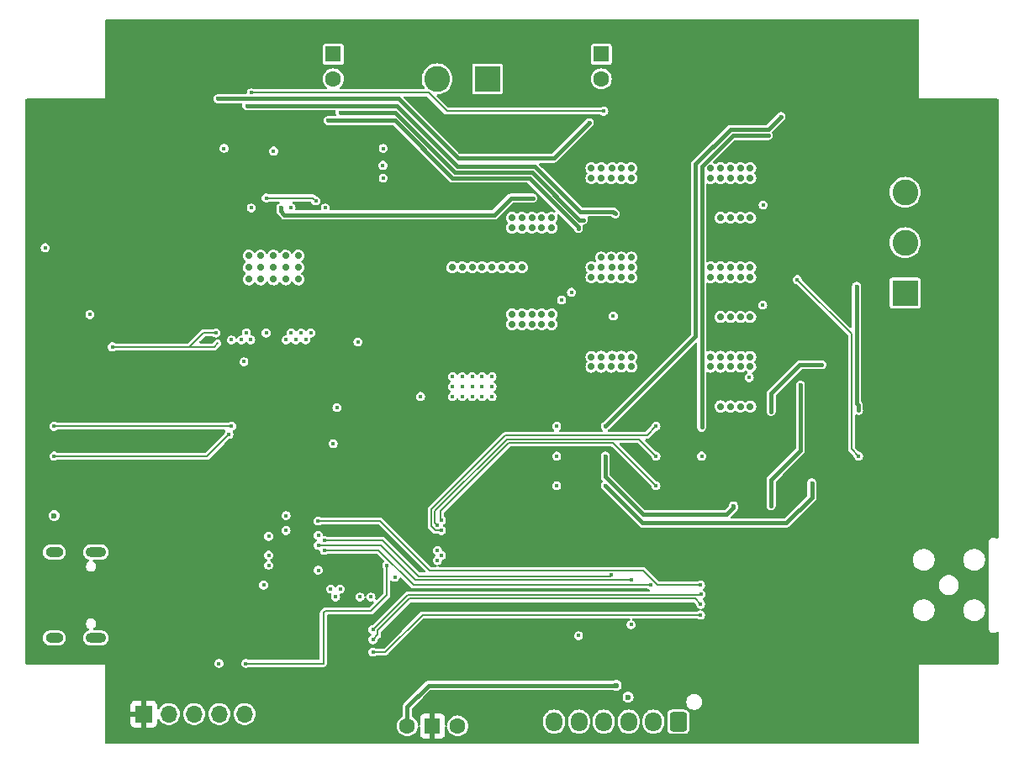
<source format=gbr>
%TF.GenerationSoftware,KiCad,Pcbnew,8.0.2*%
%TF.CreationDate,2024-10-03T19:13:02-03:00*%
%TF.ProjectId,ESCX,45534358-2e6b-4696-9361-645f70636258,rev?*%
%TF.SameCoordinates,Original*%
%TF.FileFunction,Copper,L3,Inr*%
%TF.FilePolarity,Positive*%
%FSLAX46Y46*%
G04 Gerber Fmt 4.6, Leading zero omitted, Abs format (unit mm)*
G04 Created by KiCad (PCBNEW 8.0.2) date 2024-10-03 19:13:02*
%MOMM*%
%LPD*%
G01*
G04 APERTURE LIST*
G04 Aperture macros list*
%AMRoundRect*
0 Rectangle with rounded corners*
0 $1 Rounding radius*
0 $2 $3 $4 $5 $6 $7 $8 $9 X,Y pos of 4 corners*
0 Add a 4 corners polygon primitive as box body*
4,1,4,$2,$3,$4,$5,$6,$7,$8,$9,$2,$3,0*
0 Add four circle primitives for the rounded corners*
1,1,$1+$1,$2,$3*
1,1,$1+$1,$4,$5*
1,1,$1+$1,$6,$7*
1,1,$1+$1,$8,$9*
0 Add four rect primitives between the rounded corners*
20,1,$1+$1,$2,$3,$4,$5,0*
20,1,$1+$1,$4,$5,$6,$7,0*
20,1,$1+$1,$6,$7,$8,$9,0*
20,1,$1+$1,$8,$9,$2,$3,0*%
G04 Aperture macros list end*
%TA.AperFunction,ComponentPad*%
%ADD10R,2.600000X2.600000*%
%TD*%
%TA.AperFunction,ComponentPad*%
%ADD11C,2.600000*%
%TD*%
%TA.AperFunction,ComponentPad*%
%ADD12R,1.500000X1.500000*%
%TD*%
%TA.AperFunction,ComponentPad*%
%ADD13C,1.600000*%
%TD*%
%TA.AperFunction,ComponentPad*%
%ADD14RoundRect,0.250000X0.600000X0.725000X-0.600000X0.725000X-0.600000X-0.725000X0.600000X-0.725000X0*%
%TD*%
%TA.AperFunction,ComponentPad*%
%ADD15O,1.700000X1.950000*%
%TD*%
%TA.AperFunction,ComponentPad*%
%ADD16O,2.100000X1.000000*%
%TD*%
%TA.AperFunction,ComponentPad*%
%ADD17O,1.800000X1.000000*%
%TD*%
%TA.AperFunction,ComponentPad*%
%ADD18R,1.700000X1.700000*%
%TD*%
%TA.AperFunction,ComponentPad*%
%ADD19O,1.700000X1.700000*%
%TD*%
%TA.AperFunction,ComponentPad*%
%ADD20R,1.600000X1.600000*%
%TD*%
%TA.AperFunction,ViaPad*%
%ADD21C,0.400000*%
%TD*%
%TA.AperFunction,ViaPad*%
%ADD22C,0.700000*%
%TD*%
%TA.AperFunction,ViaPad*%
%ADD23C,0.600000*%
%TD*%
%TA.AperFunction,Conductor*%
%ADD24C,0.200000*%
%TD*%
%TA.AperFunction,Conductor*%
%ADD25C,0.400000*%
%TD*%
%TA.AperFunction,Conductor*%
%ADD26C,0.177800*%
%TD*%
G04 APERTURE END LIST*
D10*
%TO.N,/power/PH_C*%
%TO.C,J10*%
X188600000Y-87580000D03*
D11*
%TO.N,/power/PH_B*%
X188600000Y-82500000D03*
%TO.N,/power/PH_A*%
X188600000Y-77420000D03*
%TD*%
D10*
%TO.N,SUPPLY*%
%TO.C,J11*%
X146545000Y-66000000D03*
D11*
%TO.N,GND2*%
X141465000Y-66000000D03*
%TD*%
D12*
%TO.N,+3.3V*%
%TO.C,SW1*%
X141000000Y-131200000D03*
D13*
%TO.N,Net-(J8-Pin_6)*%
X138460000Y-131200000D03*
%TO.N,+5V*%
X143540000Y-131200000D03*
%TD*%
D14*
%TO.N,GND1*%
%TO.C,J8*%
X165750000Y-130775000D03*
D15*
%TO.N,/MCU/HALL_3*%
X163250000Y-130775000D03*
%TO.N,/MCU/HALL_2*%
X160750000Y-130775000D03*
%TO.N,/MCU/HALL_1*%
X158250000Y-130775000D03*
%TO.N,/MCU/TEMP_MOTOR*%
X155750000Y-130775000D03*
%TO.N,Net-(J8-Pin_6)*%
X153250000Y-130775000D03*
%TD*%
D16*
%TO.N,GND1*%
%TO.C,J9*%
X107105000Y-113680000D03*
D17*
X102925000Y-113680000D03*
D16*
X107105000Y-122320000D03*
D17*
X102925000Y-122320000D03*
%TD*%
D18*
%TO.N,+3.3V*%
%TO.C,J1*%
X111920000Y-130000000D03*
D19*
%TO.N,/MCU/SWCLK*%
X114460000Y-130000000D03*
%TO.N,GND1*%
X117000000Y-130000000D03*
%TO.N,/MCU/SWDIO*%
X119540000Y-130000000D03*
%TO.N,/MCU/NRST*%
X122080000Y-130000000D03*
%TD*%
D20*
%TO.N,SUPPLY*%
%TO.C,C52*%
X158000000Y-63500000D03*
D13*
%TO.N,GND2*%
X158000000Y-66000000D03*
%TD*%
D20*
%TO.N,SUPPLY*%
%TO.C,C53*%
X131000000Y-63500000D03*
D13*
%TO.N,GND2*%
X131000000Y-66000000D03*
%TD*%
D21*
%TO.N,GND1*%
X130200000Y-79000000D03*
D22*
X123700000Y-85000000D03*
D21*
X133500000Y-92500000D03*
D22*
X122500000Y-86200000D03*
X125000000Y-83800000D03*
X126200000Y-86200000D03*
X127500000Y-86200000D03*
X127500000Y-85000000D03*
X127500000Y-83800000D03*
X122500000Y-83800000D03*
X123700000Y-86200000D03*
X126200000Y-83800000D03*
X123700000Y-83800000D03*
X122500000Y-85000000D03*
X125000000Y-86200000D03*
X126200000Y-85000000D03*
X125000000Y-85000000D03*
D21*
%TO.N,/MCU/NRST*%
X136387639Y-115012361D03*
X122200000Y-124900000D03*
%TO.N,+3.3V*%
X185550009Y-108850000D03*
X111920000Y-128000000D03*
X175850003Y-110150000D03*
D22*
X182700000Y-68100000D03*
D21*
X176150000Y-119350000D03*
X150000000Y-125250000D03*
X129750000Y-109950000D03*
X141500000Y-112000000D03*
X124022661Y-118084722D03*
X184050000Y-108850000D03*
D22*
X184000000Y-66800000D03*
D21*
X185050006Y-108850000D03*
X102900000Y-107000000D03*
X174299997Y-110150000D03*
X184550003Y-108850000D03*
X140875000Y-121375000D03*
X121750000Y-79000000D03*
X183500000Y-108850000D03*
X175350000Y-110150000D03*
X136250000Y-110000000D03*
X179350000Y-113450000D03*
X118600000Y-108800000D03*
X176350006Y-110150000D03*
X137500000Y-118000000D03*
X174800000Y-110150000D03*
%TO.N,+5V*%
X106500000Y-89750000D03*
X102000000Y-83000000D03*
D23*
X102900000Y-110000000D03*
D21*
%TO.N,Net-(U3-GVDD)*%
X124250000Y-91600000D03*
X122000000Y-94500000D03*
D22*
%TO.N,SUPPLY*%
X161000000Y-76000000D03*
X161000000Y-86000000D03*
X160000000Y-86000000D03*
D21*
X144000000Y-98000000D03*
D22*
X159000000Y-84000000D03*
X149000000Y-85000000D03*
X157000000Y-95000000D03*
X158000000Y-86000000D03*
X143000000Y-85000000D03*
X158000000Y-84000000D03*
D21*
X144000000Y-96000000D03*
D22*
X161000000Y-94000000D03*
X160000000Y-85000000D03*
D21*
X147000000Y-97000000D03*
X145000000Y-97000000D03*
D22*
X157000000Y-86000000D03*
D21*
X145000000Y-98000000D03*
D22*
X159095000Y-94000000D03*
D21*
X143000000Y-98000000D03*
D22*
X160000000Y-75000000D03*
X161000000Y-95000000D03*
X158000000Y-75000000D03*
X150000000Y-85000000D03*
X159095000Y-85000000D03*
D21*
X146000000Y-98000000D03*
X146000000Y-96000000D03*
D22*
X160000000Y-76000000D03*
X161000000Y-84000000D03*
X144000000Y-85000000D03*
D21*
X145000000Y-96000000D03*
D22*
X157000000Y-76000000D03*
X161000000Y-85000000D03*
X157000000Y-94000000D03*
X159000000Y-95000000D03*
X159000000Y-86000000D03*
D21*
X147000000Y-98000000D03*
D22*
X160000000Y-95000000D03*
X159000000Y-76000000D03*
X157000000Y-85000000D03*
X160000000Y-84000000D03*
X157000000Y-75000000D03*
X158000000Y-76000000D03*
X145000000Y-85000000D03*
D21*
X143000000Y-97000000D03*
X147000000Y-96000000D03*
X144000000Y-97000000D03*
D22*
X158000000Y-94000000D03*
X161000000Y-75000000D03*
X160000000Y-94000000D03*
D21*
X143000000Y-96000000D03*
X146000000Y-97000000D03*
D22*
X148000000Y-85000000D03*
X146000000Y-85000000D03*
X158000000Y-85000000D03*
X159095000Y-75000000D03*
X147000000Y-85000000D03*
X158000000Y-95000000D03*
D21*
%TO.N,/DRV8301/SH_A*%
X122750000Y-67400000D03*
X168100000Y-101100000D03*
X158250000Y-69250000D03*
X174800000Y-71700000D03*
%TO.N,/DRV8301/SH_C*%
X178050000Y-96850000D03*
X159200000Y-89900000D03*
X175100000Y-109000000D03*
X136000000Y-74700000D03*
%TO.N,/DRV8301/SH_B*%
X151100000Y-78000000D03*
X125723000Y-79000000D03*
X125000000Y-73275000D03*
X168100000Y-104000000D03*
X183900000Y-104000000D03*
X177731250Y-86231250D03*
%TO.N,/MCU/CURRENT_1*%
X153500000Y-101000000D03*
X141500000Y-114500000D03*
%TO.N,/MCU/CURRENT_2*%
X153500000Y-107000000D03*
X141900000Y-114000000D03*
%TO.N,/MCU/CURRENT_3*%
X153500000Y-104000000D03*
X141500000Y-113500000D03*
%TO.N,/MCU/TEMP_MOTOR*%
X137200000Y-116200000D03*
X155700000Y-122100000D03*
%TO.N,/MCU/LED_RED*%
X102900000Y-104000000D03*
X120500000Y-101803203D03*
%TO.N,/MCU/LED_GREEN*%
X120761100Y-101000000D03*
X102900000Y-101000000D03*
%TO.N,/MCU/SWDIO*%
X119500000Y-124900000D03*
X124000000Y-117000000D03*
D23*
%TO.N,/MCU/HALL_2*%
X160700000Y-128300000D03*
D21*
X161000000Y-121000000D03*
X161000000Y-116500000D03*
X129500000Y-113000000D03*
D23*
%TO.N,Net-(J8-Pin_6)*%
X159500000Y-127100000D03*
D21*
%TO.N,/MCU/HALL_1*%
X159000000Y-116000000D03*
X130100000Y-112500000D03*
%TO.N,/MCU/HALL_3*%
X163000000Y-117000000D03*
X130100000Y-113500000D03*
%TO.N,/power/PH_B*%
X183700000Y-86900000D03*
X183900000Y-99400000D03*
%TO.N,/power/PH_C*%
X175105000Y-99505000D03*
X180200000Y-94800000D03*
%TO.N,Net-(Q1-Pad1)*%
X156800000Y-70400000D03*
X119400000Y-68000000D03*
%TO.N,Net-(Q2-Pad1)*%
X122300000Y-68700000D03*
X174300000Y-78700000D03*
X159400000Y-79600000D03*
%TO.N,Net-(Q3-Pad1)*%
X131700000Y-69400000D03*
X156200000Y-80200000D03*
%TO.N,Net-(Q4-Pad1)*%
X130500000Y-70200000D03*
X174250000Y-88800000D03*
X155700000Y-81050000D03*
%TO.N,Net-(Q5-Pad1)*%
X155000000Y-87500000D03*
X136050000Y-73000000D03*
%TO.N,Net-(Q6-Pad1)*%
X154000000Y-88274265D03*
X172900000Y-96100000D03*
X136050000Y-76000000D03*
%TO.N,Net-(U3-VSENSE)*%
X108750000Y-93000000D03*
X119200000Y-91600000D03*
%TO.N,/DRV8301/SENS_A*%
X163500000Y-101000000D03*
X141900000Y-111500000D03*
%TO.N,/DRV8301/SENS_B*%
X163500000Y-104000000D03*
X141500000Y-111000000D03*
%TO.N,/DRV8301/SENS_C*%
X141900000Y-110500000D03*
X163500000Y-107000000D03*
%TO.N,/DRV8301/GH_A*%
X120000000Y-73000000D03*
X122750000Y-79000000D03*
%TO.N,/power/C_A*%
X176100000Y-69800000D03*
X158400000Y-101000000D03*
%TO.N,/power/C_B*%
X179200000Y-106700000D03*
X158400000Y-107000000D03*
%TO.N,/power/C_C*%
X171300000Y-109000000D03*
X158400000Y-104000000D03*
%TO.N,/DRV8301/INH_C*%
X129500000Y-115500000D03*
X128238900Y-92300000D03*
%TO.N,/DRV8301/INH_B*%
X127238900Y-92300000D03*
X124500000Y-115000000D03*
%TO.N,/MCU/PB12*%
X129488900Y-110561638D03*
X168000000Y-117000000D03*
%TO.N,/DRV8301/EN_GATE*%
X131375000Y-99125000D03*
X133700000Y-118200000D03*
%TO.N,/MCU/PB4*%
X168028261Y-117912628D03*
X135000000Y-121500000D03*
%TO.N,/DRV8301/CS*%
X121750000Y-92300000D03*
X124500000Y-112100000D03*
%TO.N,/DRV8301/SCLK*%
X131000000Y-102750000D03*
X130750000Y-117400000D03*
%TO.N,/DRV8301/SDO*%
X131238900Y-118200000D03*
X122700000Y-92300000D03*
%TO.N,/DRV8301/INH_A*%
X126250000Y-92300000D03*
X124500000Y-114000000D03*
%TO.N,/MCU/PD2*%
X135000000Y-123750000D03*
X168000000Y-120000000D03*
%TO.N,/DRV8301/FAULT*%
X120750000Y-92300000D03*
X134800000Y-118200000D03*
%TO.N,/DRV8301/SDI*%
X122250000Y-91600000D03*
X131727800Y-117400000D03*
%TO.N,/DRV8301/INL_C*%
X128738900Y-91600000D03*
X129500000Y-112000000D03*
%TO.N,/DRV8301/INL_B*%
X126250000Y-111500000D03*
X127761100Y-91600000D03*
%TO.N,/MCU/PB3*%
X135000000Y-122500000D03*
X168000000Y-118900000D03*
%TO.N,/DRV8301/INL_A*%
X126250000Y-110000000D03*
X126750000Y-91600000D03*
%TO.N,GND2*%
X124250000Y-78000000D03*
D22*
X169000000Y-75000000D03*
X153000000Y-81000000D03*
X172000000Y-85000000D03*
X172000000Y-90000000D03*
X173000000Y-80000000D03*
X173000000Y-85000000D03*
X172000000Y-80000000D03*
X171000000Y-94000000D03*
X171000000Y-75000000D03*
X151000000Y-80000000D03*
X149000000Y-80000000D03*
D21*
X126750000Y-79000000D03*
D22*
X172000000Y-75000000D03*
X172000000Y-95000000D03*
X169000000Y-94000000D03*
X150000000Y-89724150D03*
X153000000Y-80000000D03*
X173000000Y-76000000D03*
X150000000Y-81000000D03*
X172000000Y-76000000D03*
X173000000Y-95000000D03*
X172000000Y-86000000D03*
X149000000Y-89724150D03*
X169000000Y-76000000D03*
X152000000Y-89724150D03*
X151000000Y-90724150D03*
X171000000Y-85000000D03*
D21*
X129250000Y-78300000D03*
D22*
X170000000Y-90000000D03*
X170000000Y-94000000D03*
X170000000Y-85000000D03*
X171000000Y-86000000D03*
X172000000Y-99000000D03*
X171000000Y-99000000D03*
X170000000Y-99000000D03*
X172000000Y-94000000D03*
X170000000Y-95000000D03*
X153000000Y-89724150D03*
X173000000Y-86000000D03*
X149000000Y-81000000D03*
X170000000Y-75000000D03*
X173000000Y-99000000D03*
X173000000Y-90000000D03*
X153000000Y-90724150D03*
X173000000Y-75000000D03*
X151000000Y-81000000D03*
X152000000Y-81000000D03*
X169000000Y-86000000D03*
X170000000Y-86000000D03*
X169000000Y-95000000D03*
X171000000Y-76000000D03*
X150000000Y-90724150D03*
X169000000Y-85000000D03*
X152000000Y-90724150D03*
X173000000Y-94000000D03*
X150000000Y-80000000D03*
X149000000Y-90724150D03*
X151000000Y-89724150D03*
X170000000Y-80000000D03*
X171000000Y-90000000D03*
X152000000Y-80000000D03*
X171000000Y-80000000D03*
X171000000Y-95000000D03*
X170000000Y-76000000D03*
D21*
X139800000Y-98000000D03*
%TD*%
D24*
%TO.N,/MCU/NRST*%
X130000000Y-119800000D02*
X130200000Y-119600000D01*
X122200000Y-124900000D02*
X130000000Y-124900000D01*
X134800000Y-119600000D02*
X136387639Y-118012361D01*
X130000000Y-124900000D02*
X130000000Y-119800000D01*
X130200000Y-119600000D02*
X134800000Y-119600000D01*
X136387639Y-118012361D02*
X136387639Y-115012361D01*
%TO.N,/DRV8301/SH_A*%
X142452258Y-69250000D02*
X158250000Y-69250000D01*
D25*
X174800000Y-71700000D02*
X171239339Y-71700000D01*
X168100000Y-74839339D02*
X168100000Y-101100000D01*
D24*
X140602258Y-67400000D02*
X142452258Y-69250000D01*
D25*
X171239339Y-71700000D02*
X168100000Y-74839339D01*
D24*
X122750000Y-67400000D02*
X140602258Y-67400000D01*
D25*
%TO.N,/DRV8301/SH_C*%
X175100000Y-106375000D02*
X175100000Y-109000000D01*
X178050000Y-103425000D02*
X175100000Y-106375000D01*
X178050000Y-96850000D02*
X178050000Y-103425000D01*
%TO.N,/DRV8301/SH_B*%
X148900000Y-78000000D02*
X147200000Y-79700000D01*
D24*
X183200000Y-103300000D02*
X183900000Y-104000000D01*
D25*
X147200000Y-79700000D02*
X126100000Y-79700000D01*
X126100000Y-79700000D02*
X125723000Y-79323000D01*
D24*
X183200000Y-91700000D02*
X183200000Y-103300000D01*
X177731250Y-86231250D02*
X183200000Y-91700000D01*
D25*
X125723000Y-79323000D02*
X125723000Y-79000000D01*
X151100000Y-78000000D02*
X148900000Y-78000000D01*
D24*
%TO.N,/MCU/LED_RED*%
X120500000Y-101803203D02*
X118303203Y-104000000D01*
X118303203Y-104000000D02*
X102900000Y-104000000D01*
%TO.N,/MCU/LED_GREEN*%
X102900000Y-101000000D02*
X120761100Y-101000000D01*
%TO.N,/MCU/HALL_2*%
X139292892Y-116500000D02*
X135792892Y-113000000D01*
X135792892Y-113000000D02*
X129500000Y-113000000D01*
X161000000Y-116500000D02*
X139292892Y-116500000D01*
D25*
%TO.N,Net-(J8-Pin_6)*%
X159500000Y-127100000D02*
X140600000Y-127100000D01*
X138460000Y-129240000D02*
X138460000Y-131200000D01*
X140600000Y-127100000D02*
X138460000Y-129240000D01*
D24*
%TO.N,/MCU/HALL_1*%
X139600000Y-116100000D02*
X136000000Y-112500000D01*
X158900000Y-116100000D02*
X139600000Y-116100000D01*
X159000000Y-116000000D02*
X158900000Y-116100000D01*
X136000000Y-112500000D02*
X130100000Y-112500000D01*
%TO.N,/MCU/HALL_3*%
X139082386Y-117000000D02*
X135582386Y-113500000D01*
X163000000Y-117000000D02*
X139082386Y-117000000D01*
X135582386Y-113500000D02*
X130100000Y-113500000D01*
D25*
%TO.N,/power/PH_B*%
X183700000Y-86900000D02*
X183700000Y-98700000D01*
X183900000Y-98900000D02*
X183900000Y-99400000D01*
X183700000Y-98700000D02*
X183900000Y-98900000D01*
%TO.N,/power/PH_C*%
X177975622Y-94800000D02*
X180200000Y-94800000D01*
X175105000Y-97670622D02*
X177975622Y-94800000D01*
X175105000Y-99505000D02*
X175105000Y-97670622D01*
%TO.N,Net-(Q1-Pad1)*%
X156800000Y-70400000D02*
X153200000Y-74000000D01*
X153200000Y-74000000D02*
X143545584Y-74000000D01*
X137545584Y-68000000D02*
X119400000Y-68000000D01*
X143545584Y-74000000D02*
X137545584Y-68000000D01*
%TO.N,Net-(Q2-Pad1)*%
X155851472Y-79400000D02*
X151251472Y-74800000D01*
X159200000Y-79400000D02*
X155851472Y-79400000D01*
X137397056Y-68700000D02*
X122300000Y-68700000D01*
X159400000Y-79600000D02*
X159200000Y-79400000D01*
X143497056Y-74800000D02*
X137397056Y-68700000D01*
X151251472Y-74800000D02*
X143497056Y-74800000D01*
%TO.N,Net-(Q3-Pad1)*%
X151002944Y-75400000D02*
X143248528Y-75400000D01*
X143248528Y-75400000D02*
X137248528Y-69400000D01*
X137248528Y-69400000D02*
X131700000Y-69400000D01*
X155802944Y-80200000D02*
X151002944Y-75400000D01*
X156200000Y-80200000D02*
X155802944Y-80200000D01*
%TO.N,Net-(Q4-Pad1)*%
X155700000Y-80945584D02*
X150754416Y-76000000D01*
X150754416Y-76000000D02*
X143000000Y-76000000D01*
X143000000Y-76000000D02*
X137200000Y-70200000D01*
X137200000Y-70200000D02*
X130500000Y-70200000D01*
X155700000Y-81050000D02*
X155700000Y-80945584D01*
D24*
%TO.N,Net-(U3-VSENSE)*%
X119000000Y-93000000D02*
X108750000Y-93000000D01*
X119375000Y-92625000D02*
X119000000Y-93000000D01*
X117900000Y-91600000D02*
X116500000Y-93000000D01*
X116500000Y-93000000D02*
X108750000Y-93000000D01*
X119200000Y-91600000D02*
X117900000Y-91600000D01*
%TO.N,/DRV8301/SENS_A*%
X148350000Y-101900000D02*
X162600000Y-101900000D01*
X141292893Y-111500000D02*
X140850000Y-111057107D01*
X162600000Y-101900000D02*
X163500000Y-101000000D01*
X140850000Y-111057107D02*
X140850000Y-109400000D01*
X141900000Y-111500000D02*
X141292893Y-111500000D01*
X140850000Y-109400000D02*
X148350000Y-101900000D01*
%TO.N,/DRV8301/SENS_B*%
X148515686Y-102300000D02*
X161800000Y-102300000D01*
X141500000Y-111000000D02*
X141250000Y-110750000D01*
X141250000Y-110750000D02*
X141250000Y-109565686D01*
X141250000Y-109565686D02*
X148515686Y-102300000D01*
X161800000Y-102300000D02*
X163500000Y-104000000D01*
%TO.N,/DRV8301/SENS_C*%
X159200000Y-102700000D02*
X163500000Y-107000000D01*
X148681372Y-102700000D02*
X159200000Y-102700000D01*
X141815686Y-109565686D02*
X148681372Y-102700000D01*
X141815686Y-110415686D02*
X141815686Y-109565686D01*
X141900000Y-110500000D02*
X141815686Y-110415686D01*
D25*
%TO.N,/power/C_A*%
X167500000Y-91900000D02*
X167500000Y-74590811D01*
X167500000Y-74590811D02*
X170990811Y-71100000D01*
X174800000Y-71100000D02*
X176100000Y-69800000D01*
X170990811Y-71100000D02*
X174800000Y-71100000D01*
X158400000Y-101000000D02*
X167500000Y-91900000D01*
%TO.N,/power/C_B*%
X162150000Y-110750000D02*
X158400000Y-107000000D01*
X179200000Y-108148535D02*
X176598535Y-110750000D01*
X179200000Y-106700000D02*
X179200000Y-108148535D01*
X176598535Y-110750000D02*
X162150000Y-110750000D01*
%TO.N,/power/C_C*%
X158400000Y-106100000D02*
X158400000Y-104000000D01*
X171300000Y-109200000D02*
X170600000Y-109900000D01*
X171300000Y-109000000D02*
X171300000Y-109200000D01*
X162200000Y-109900000D02*
X158400000Y-106100000D01*
X170600000Y-109900000D02*
X162200000Y-109900000D01*
D26*
%TO.N,/MCU/PB12*%
X135753048Y-110561638D02*
X129488900Y-110561638D01*
X140702510Y-115511100D02*
X135753048Y-110561638D01*
X163691410Y-117000000D02*
X162202510Y-115511100D01*
X162202510Y-115511100D02*
X140702510Y-115511100D01*
X168000000Y-117000000D02*
X163691410Y-117000000D01*
%TO.N,/MCU/PB4*%
X167940889Y-118000000D02*
X138500000Y-118000000D01*
X168028261Y-117912628D02*
X167940889Y-118000000D01*
X138500000Y-118000000D02*
X135000000Y-121500000D01*
%TO.N,/MCU/PD2*%
X140000000Y-120000000D02*
X136250000Y-123750000D01*
X136250000Y-123750000D02*
X135000000Y-123750000D01*
X168000000Y-120000000D02*
X140000000Y-120000000D01*
%TO.N,/MCU/PB3*%
X135488900Y-122011100D02*
X135000000Y-122500000D01*
X138656490Y-118377800D02*
X135488900Y-121545390D01*
X135488900Y-121545390D02*
X135488900Y-122011100D01*
X168000000Y-118900000D02*
X167477800Y-118377800D01*
X167477800Y-118377800D02*
X138656490Y-118377800D01*
D24*
%TO.N,GND2*%
X128950000Y-78000000D02*
X129250000Y-78300000D01*
X124250000Y-78000000D02*
X128950000Y-78000000D01*
%TD*%
%TA.AperFunction,Conductor*%
%TO.N,+3.3V*%
G36*
X189943039Y-60019685D02*
G01*
X189988794Y-60072489D01*
X190000000Y-60124000D01*
X190000000Y-68000000D01*
X197876000Y-68000000D01*
X197943039Y-68019685D01*
X197988794Y-68072489D01*
X198000000Y-68124000D01*
X198000000Y-112195973D01*
X197980315Y-112263012D01*
X197927511Y-112308767D01*
X197858353Y-112318711D01*
X197814000Y-112303360D01*
X197693188Y-112233609D01*
X197693187Y-112233608D01*
X197693186Y-112233608D01*
X197565892Y-112199500D01*
X197434108Y-112199500D01*
X197306812Y-112233608D01*
X197192686Y-112299500D01*
X197192683Y-112299502D01*
X197099502Y-112392683D01*
X197099500Y-112392686D01*
X197033608Y-112506812D01*
X197021902Y-112550500D01*
X196999500Y-112634108D01*
X196999500Y-121365892D01*
X197012392Y-121414005D01*
X197033608Y-121493187D01*
X197035816Y-121497011D01*
X197099500Y-121607314D01*
X197192686Y-121700500D01*
X197306814Y-121766392D01*
X197434108Y-121800500D01*
X197434110Y-121800500D01*
X197565890Y-121800500D01*
X197565892Y-121800500D01*
X197693186Y-121766392D01*
X197807314Y-121700500D01*
X197807317Y-121700496D01*
X197813999Y-121696639D01*
X197881899Y-121680166D01*
X197947926Y-121703018D01*
X197991117Y-121757939D01*
X198000000Y-121804026D01*
X198000000Y-124876000D01*
X197980315Y-124943039D01*
X197927511Y-124988794D01*
X197876000Y-125000000D01*
X190000000Y-125000000D01*
X190000000Y-132876000D01*
X189980315Y-132943039D01*
X189927511Y-132988794D01*
X189876000Y-133000000D01*
X108124000Y-133000000D01*
X108056961Y-132980315D01*
X108011206Y-132927511D01*
X108000000Y-132876000D01*
X108000000Y-129102155D01*
X110570000Y-129102155D01*
X110570000Y-129750000D01*
X111486988Y-129750000D01*
X111454075Y-129807007D01*
X111420000Y-129934174D01*
X111420000Y-130065826D01*
X111454075Y-130192993D01*
X111486988Y-130250000D01*
X110570000Y-130250000D01*
X110570000Y-130897844D01*
X110576401Y-130957372D01*
X110576403Y-130957379D01*
X110626645Y-131092086D01*
X110626649Y-131092093D01*
X110712809Y-131207187D01*
X110712812Y-131207190D01*
X110827906Y-131293350D01*
X110827913Y-131293354D01*
X110962620Y-131343596D01*
X110962627Y-131343598D01*
X111022155Y-131349999D01*
X111022172Y-131350000D01*
X111670000Y-131350000D01*
X111670000Y-130433012D01*
X111727007Y-130465925D01*
X111854174Y-130500000D01*
X111985826Y-130500000D01*
X112112993Y-130465925D01*
X112170000Y-130433012D01*
X112170000Y-131350000D01*
X112817828Y-131350000D01*
X112817844Y-131349999D01*
X112877372Y-131343598D01*
X112877379Y-131343596D01*
X113012086Y-131293354D01*
X113012093Y-131293350D01*
X113127187Y-131207190D01*
X113127190Y-131207187D01*
X113132570Y-131200000D01*
X137404417Y-131200000D01*
X137424699Y-131405932D01*
X137424700Y-131405934D01*
X137484768Y-131603954D01*
X137582315Y-131786450D01*
X137582317Y-131786452D01*
X137713589Y-131946410D01*
X137779498Y-132000499D01*
X137873550Y-132077685D01*
X138056046Y-132175232D01*
X138254066Y-132235300D01*
X138254065Y-132235300D01*
X138272529Y-132237118D01*
X138460000Y-132255583D01*
X138665934Y-132235300D01*
X138863954Y-132175232D01*
X139046450Y-132077685D01*
X139206410Y-131946410D01*
X139337685Y-131786450D01*
X139435232Y-131603954D01*
X139495300Y-131405934D01*
X139502597Y-131331848D01*
X139528758Y-131267061D01*
X139585792Y-131226702D01*
X139655592Y-131223585D01*
X139715997Y-131258700D01*
X139747828Y-131320897D01*
X139750000Y-131344002D01*
X139750000Y-131997844D01*
X139756401Y-132057372D01*
X139756403Y-132057379D01*
X139806645Y-132192086D01*
X139806649Y-132192093D01*
X139892809Y-132307187D01*
X139892812Y-132307190D01*
X140007906Y-132393350D01*
X140007913Y-132393354D01*
X140142620Y-132443596D01*
X140142627Y-132443598D01*
X140202155Y-132449999D01*
X140202172Y-132450000D01*
X140750000Y-132450000D01*
X140750000Y-131515686D01*
X140754394Y-131520080D01*
X140845606Y-131572741D01*
X140947339Y-131600000D01*
X141052661Y-131600000D01*
X141154394Y-131572741D01*
X141245606Y-131520080D01*
X141250000Y-131515686D01*
X141250000Y-132450000D01*
X141797828Y-132450000D01*
X141797844Y-132449999D01*
X141857372Y-132443598D01*
X141857379Y-132443596D01*
X141992086Y-132393354D01*
X141992093Y-132393350D01*
X142107187Y-132307190D01*
X142107190Y-132307187D01*
X142193350Y-132192093D01*
X142193354Y-132192086D01*
X142243596Y-132057379D01*
X142243598Y-132057372D01*
X142249999Y-131997844D01*
X142250000Y-131997827D01*
X142250000Y-131344002D01*
X142269685Y-131276963D01*
X142322489Y-131231208D01*
X142391647Y-131221264D01*
X142455203Y-131250289D01*
X142492977Y-131309067D01*
X142497403Y-131331848D01*
X142504699Y-131405932D01*
X142504700Y-131405934D01*
X142564768Y-131603954D01*
X142662315Y-131786450D01*
X142662317Y-131786452D01*
X142793589Y-131946410D01*
X142859498Y-132000499D01*
X142953550Y-132077685D01*
X143136046Y-132175232D01*
X143334066Y-132235300D01*
X143334065Y-132235300D01*
X143352529Y-132237118D01*
X143540000Y-132255583D01*
X143745934Y-132235300D01*
X143943954Y-132175232D01*
X144126450Y-132077685D01*
X144286410Y-131946410D01*
X144417685Y-131786450D01*
X144515232Y-131603954D01*
X144575300Y-131405934D01*
X144595583Y-131200000D01*
X144575300Y-130994066D01*
X144515232Y-130796046D01*
X144417685Y-130613550D01*
X144376519Y-130563389D01*
X152149500Y-130563389D01*
X152149500Y-130986611D01*
X152150681Y-130994066D01*
X152174956Y-131147339D01*
X152176598Y-131157701D01*
X152230127Y-131322445D01*
X152308768Y-131476788D01*
X152410586Y-131616928D01*
X152533072Y-131739414D01*
X152673212Y-131841232D01*
X152827555Y-131919873D01*
X152992299Y-131973402D01*
X153163389Y-132000500D01*
X153163390Y-132000500D01*
X153336610Y-132000500D01*
X153336611Y-132000500D01*
X153507701Y-131973402D01*
X153672445Y-131919873D01*
X153826788Y-131841232D01*
X153966928Y-131739414D01*
X154089414Y-131616928D01*
X154191232Y-131476788D01*
X154269873Y-131322445D01*
X154323402Y-131157701D01*
X154350500Y-130986611D01*
X154350500Y-130563389D01*
X154649500Y-130563389D01*
X154649500Y-130986611D01*
X154650681Y-130994066D01*
X154674956Y-131147339D01*
X154676598Y-131157701D01*
X154730127Y-131322445D01*
X154808768Y-131476788D01*
X154910586Y-131616928D01*
X155033072Y-131739414D01*
X155173212Y-131841232D01*
X155327555Y-131919873D01*
X155492299Y-131973402D01*
X155663389Y-132000500D01*
X155663390Y-132000500D01*
X155836610Y-132000500D01*
X155836611Y-132000500D01*
X156007701Y-131973402D01*
X156172445Y-131919873D01*
X156326788Y-131841232D01*
X156466928Y-131739414D01*
X156589414Y-131616928D01*
X156691232Y-131476788D01*
X156769873Y-131322445D01*
X156823402Y-131157701D01*
X156850500Y-130986611D01*
X156850500Y-130563389D01*
X157149500Y-130563389D01*
X157149500Y-130986611D01*
X157150681Y-130994066D01*
X157174956Y-131147339D01*
X157176598Y-131157701D01*
X157230127Y-131322445D01*
X157308768Y-131476788D01*
X157410586Y-131616928D01*
X157533072Y-131739414D01*
X157673212Y-131841232D01*
X157827555Y-131919873D01*
X157992299Y-131973402D01*
X158163389Y-132000500D01*
X158163390Y-132000500D01*
X158336610Y-132000500D01*
X158336611Y-132000500D01*
X158507701Y-131973402D01*
X158672445Y-131919873D01*
X158826788Y-131841232D01*
X158966928Y-131739414D01*
X159089414Y-131616928D01*
X159191232Y-131476788D01*
X159269873Y-131322445D01*
X159323402Y-131157701D01*
X159350500Y-130986611D01*
X159350500Y-130563389D01*
X159649500Y-130563389D01*
X159649500Y-130986611D01*
X159650681Y-130994066D01*
X159674956Y-131147339D01*
X159676598Y-131157701D01*
X159730127Y-131322445D01*
X159808768Y-131476788D01*
X159910586Y-131616928D01*
X160033072Y-131739414D01*
X160173212Y-131841232D01*
X160327555Y-131919873D01*
X160492299Y-131973402D01*
X160663389Y-132000500D01*
X160663390Y-132000500D01*
X160836610Y-132000500D01*
X160836611Y-132000500D01*
X161007701Y-131973402D01*
X161172445Y-131919873D01*
X161326788Y-131841232D01*
X161466928Y-131739414D01*
X161589414Y-131616928D01*
X161691232Y-131476788D01*
X161769873Y-131322445D01*
X161823402Y-131157701D01*
X161850500Y-130986611D01*
X161850500Y-130563389D01*
X162149500Y-130563389D01*
X162149500Y-130986611D01*
X162150681Y-130994066D01*
X162174956Y-131147339D01*
X162176598Y-131157701D01*
X162230127Y-131322445D01*
X162308768Y-131476788D01*
X162410586Y-131616928D01*
X162533072Y-131739414D01*
X162673212Y-131841232D01*
X162827555Y-131919873D01*
X162992299Y-131973402D01*
X163163389Y-132000500D01*
X163163390Y-132000500D01*
X163336610Y-132000500D01*
X163336611Y-132000500D01*
X163507701Y-131973402D01*
X163672445Y-131919873D01*
X163826788Y-131841232D01*
X163966928Y-131739414D01*
X164089414Y-131616928D01*
X164191232Y-131476788D01*
X164269873Y-131322445D01*
X164323402Y-131157701D01*
X164350500Y-130986611D01*
X164350500Y-130563389D01*
X164323402Y-130392299D01*
X164269873Y-130227555D01*
X164191232Y-130073212D01*
X164139591Y-130002135D01*
X164649500Y-130002135D01*
X164649500Y-131547870D01*
X164649501Y-131547876D01*
X164655908Y-131607483D01*
X164706202Y-131742328D01*
X164706206Y-131742335D01*
X164792452Y-131857544D01*
X164792455Y-131857547D01*
X164907664Y-131943793D01*
X164907671Y-131943797D01*
X165042517Y-131994091D01*
X165042516Y-131994091D01*
X165049444Y-131994835D01*
X165102127Y-132000500D01*
X166397872Y-132000499D01*
X166457483Y-131994091D01*
X166592331Y-131943796D01*
X166707546Y-131857546D01*
X166793796Y-131742331D01*
X166844091Y-131607483D01*
X166850500Y-131547873D01*
X166850499Y-130002128D01*
X166844091Y-129942517D01*
X166840979Y-129934174D01*
X166793797Y-129807671D01*
X166793793Y-129807664D01*
X166707547Y-129692455D01*
X166707544Y-129692452D01*
X166592335Y-129606206D01*
X166592328Y-129606202D01*
X166457482Y-129555908D01*
X166457483Y-129555908D01*
X166397883Y-129549501D01*
X166397881Y-129549500D01*
X166397873Y-129549500D01*
X166397864Y-129549500D01*
X165102129Y-129549500D01*
X165102123Y-129549501D01*
X165042516Y-129555908D01*
X164907671Y-129606202D01*
X164907664Y-129606206D01*
X164792455Y-129692452D01*
X164792452Y-129692455D01*
X164706206Y-129807664D01*
X164706202Y-129807671D01*
X164655908Y-129942517D01*
X164649501Y-130002116D01*
X164649501Y-130002123D01*
X164649500Y-130002135D01*
X164139591Y-130002135D01*
X164089414Y-129933072D01*
X163966928Y-129810586D01*
X163826788Y-129708768D01*
X163672445Y-129630127D01*
X163507701Y-129576598D01*
X163507699Y-129576597D01*
X163507698Y-129576597D01*
X163376271Y-129555781D01*
X163336611Y-129549500D01*
X163163389Y-129549500D01*
X163123728Y-129555781D01*
X162992302Y-129576597D01*
X162827552Y-129630128D01*
X162673211Y-129708768D01*
X162616461Y-129750000D01*
X162533072Y-129810586D01*
X162533070Y-129810588D01*
X162533069Y-129810588D01*
X162410588Y-129933069D01*
X162410588Y-129933070D01*
X162410586Y-129933072D01*
X162393635Y-129956403D01*
X162308768Y-130073211D01*
X162230128Y-130227552D01*
X162176597Y-130392302D01*
X162162141Y-130483574D01*
X162149500Y-130563389D01*
X161850500Y-130563389D01*
X161823402Y-130392299D01*
X161769873Y-130227555D01*
X161691232Y-130073212D01*
X161589414Y-129933072D01*
X161466928Y-129810586D01*
X161326788Y-129708768D01*
X161172445Y-129630127D01*
X161007701Y-129576598D01*
X161007699Y-129576597D01*
X161007698Y-129576597D01*
X160876271Y-129555781D01*
X160836611Y-129549500D01*
X160663389Y-129549500D01*
X160623728Y-129555781D01*
X160492302Y-129576597D01*
X160327552Y-129630128D01*
X160173211Y-129708768D01*
X160116461Y-129750000D01*
X160033072Y-129810586D01*
X160033070Y-129810588D01*
X160033069Y-129810588D01*
X159910588Y-129933069D01*
X159910588Y-129933070D01*
X159910586Y-129933072D01*
X159893635Y-129956403D01*
X159808768Y-130073211D01*
X159730128Y-130227552D01*
X159676597Y-130392302D01*
X159662141Y-130483574D01*
X159649500Y-130563389D01*
X159350500Y-130563389D01*
X159323402Y-130392299D01*
X159269873Y-130227555D01*
X159191232Y-130073212D01*
X159089414Y-129933072D01*
X158966928Y-129810586D01*
X158826788Y-129708768D01*
X158672445Y-129630127D01*
X158507701Y-129576598D01*
X158507699Y-129576597D01*
X158507698Y-129576597D01*
X158376271Y-129555781D01*
X158336611Y-129549500D01*
X158163389Y-129549500D01*
X158123728Y-129555781D01*
X157992302Y-129576597D01*
X157827552Y-129630128D01*
X157673211Y-129708768D01*
X157616461Y-129750000D01*
X157533072Y-129810586D01*
X157533070Y-129810588D01*
X157533069Y-129810588D01*
X157410588Y-129933069D01*
X157410588Y-129933070D01*
X157410586Y-129933072D01*
X157393635Y-129956403D01*
X157308768Y-130073211D01*
X157230128Y-130227552D01*
X157176597Y-130392302D01*
X157162141Y-130483574D01*
X157149500Y-130563389D01*
X156850500Y-130563389D01*
X156823402Y-130392299D01*
X156769873Y-130227555D01*
X156691232Y-130073212D01*
X156589414Y-129933072D01*
X156466928Y-129810586D01*
X156326788Y-129708768D01*
X156172445Y-129630127D01*
X156007701Y-129576598D01*
X156007699Y-129576597D01*
X156007698Y-129576597D01*
X155876271Y-129555781D01*
X155836611Y-129549500D01*
X155663389Y-129549500D01*
X155623728Y-129555781D01*
X155492302Y-129576597D01*
X155327552Y-129630128D01*
X155173211Y-129708768D01*
X155116461Y-129750000D01*
X155033072Y-129810586D01*
X155033070Y-129810588D01*
X155033069Y-129810588D01*
X154910588Y-129933069D01*
X154910588Y-129933070D01*
X154910586Y-129933072D01*
X154893635Y-129956403D01*
X154808768Y-130073211D01*
X154730128Y-130227552D01*
X154676597Y-130392302D01*
X154662141Y-130483574D01*
X154649500Y-130563389D01*
X154350500Y-130563389D01*
X154323402Y-130392299D01*
X154269873Y-130227555D01*
X154191232Y-130073212D01*
X154089414Y-129933072D01*
X153966928Y-129810586D01*
X153826788Y-129708768D01*
X153672445Y-129630127D01*
X153507701Y-129576598D01*
X153507699Y-129576597D01*
X153507698Y-129576597D01*
X153376271Y-129555781D01*
X153336611Y-129549500D01*
X153163389Y-129549500D01*
X153123728Y-129555781D01*
X152992302Y-129576597D01*
X152827552Y-129630128D01*
X152673211Y-129708768D01*
X152616461Y-129750000D01*
X152533072Y-129810586D01*
X152533070Y-129810588D01*
X152533069Y-129810588D01*
X152410588Y-129933069D01*
X152410588Y-129933070D01*
X152410586Y-129933072D01*
X152393635Y-129956403D01*
X152308768Y-130073211D01*
X152230128Y-130227552D01*
X152176597Y-130392302D01*
X152162141Y-130483574D01*
X152149500Y-130563389D01*
X144376519Y-130563389D01*
X144334837Y-130512599D01*
X144286410Y-130453589D01*
X144126452Y-130322317D01*
X144126453Y-130322317D01*
X144126450Y-130322315D01*
X143949168Y-130227555D01*
X143943956Y-130224769D01*
X143943955Y-130224768D01*
X143943954Y-130224768D01*
X143745934Y-130164700D01*
X143745932Y-130164699D01*
X143745934Y-130164699D01*
X143540000Y-130144417D01*
X143334067Y-130164699D01*
X143136043Y-130224769D01*
X143025898Y-130283643D01*
X142953550Y-130322315D01*
X142953548Y-130322316D01*
X142953547Y-130322317D01*
X142793589Y-130453589D01*
X142662317Y-130613547D01*
X142564769Y-130796043D01*
X142504699Y-130994067D01*
X142497403Y-131068151D01*
X142471242Y-131132938D01*
X142414207Y-131173297D01*
X142344407Y-131176414D01*
X142284003Y-131141299D01*
X142252172Y-131079102D01*
X142250000Y-131055997D01*
X142250000Y-130402172D01*
X142249999Y-130402155D01*
X142243598Y-130342627D01*
X142243596Y-130342620D01*
X142193354Y-130207913D01*
X142193350Y-130207906D01*
X142107190Y-130092812D01*
X142107187Y-130092809D01*
X141992093Y-130006649D01*
X141992086Y-130006645D01*
X141857379Y-129956403D01*
X141857372Y-129956401D01*
X141797844Y-129950000D01*
X141250000Y-129950000D01*
X141250000Y-130884314D01*
X141245606Y-130879920D01*
X141154394Y-130827259D01*
X141052661Y-130800000D01*
X140947339Y-130800000D01*
X140845606Y-130827259D01*
X140754394Y-130879920D01*
X140750000Y-130884314D01*
X140750000Y-129950000D01*
X140202155Y-129950000D01*
X140142627Y-129956401D01*
X140142620Y-129956403D01*
X140007913Y-130006645D01*
X140007906Y-130006649D01*
X139892812Y-130092809D01*
X139892809Y-130092812D01*
X139806649Y-130207906D01*
X139806645Y-130207913D01*
X139756403Y-130342620D01*
X139756401Y-130342627D01*
X139750000Y-130402155D01*
X139750000Y-131055997D01*
X139730315Y-131123036D01*
X139677511Y-131168791D01*
X139608353Y-131178735D01*
X139544797Y-131149710D01*
X139507023Y-131090932D01*
X139502597Y-131068151D01*
X139495300Y-130994067D01*
X139493869Y-130989348D01*
X139435232Y-130796046D01*
X139337685Y-130613550D01*
X139254837Y-130512599D01*
X139206410Y-130453589D01*
X139046450Y-130322315D01*
X138976045Y-130284681D01*
X138926201Y-130235718D01*
X138910500Y-130175324D01*
X138910500Y-129477965D01*
X138930185Y-129410926D01*
X138946819Y-129390284D01*
X140037104Y-128299999D01*
X160144750Y-128299999D01*
X160144750Y-128300000D01*
X160163670Y-128443708D01*
X160163671Y-128443712D01*
X160219137Y-128577622D01*
X160219138Y-128577624D01*
X160219139Y-128577625D01*
X160307379Y-128692621D01*
X160422375Y-128780861D01*
X160556291Y-128836330D01*
X160681824Y-128852857D01*
X160699999Y-128855250D01*
X160700000Y-128855250D01*
X160700001Y-128855250D01*
X160718146Y-128852861D01*
X160843709Y-128836330D01*
X160977625Y-128780861D01*
X161086734Y-128697138D01*
X166559500Y-128697138D01*
X166559500Y-128852861D01*
X166589876Y-129005572D01*
X166589878Y-129005580D01*
X166649466Y-129149439D01*
X166649471Y-129149448D01*
X166735977Y-129278913D01*
X166735980Y-129278917D01*
X166846082Y-129389019D01*
X166846086Y-129389022D01*
X166975551Y-129475528D01*
X166975560Y-129475533D01*
X167008149Y-129489031D01*
X167119420Y-129535122D01*
X167272138Y-129565499D01*
X167272142Y-129565500D01*
X167272143Y-129565500D01*
X167427858Y-129565500D01*
X167427859Y-129565499D01*
X167580580Y-129535122D01*
X167724442Y-129475532D01*
X167853914Y-129389022D01*
X167964022Y-129278914D01*
X168050532Y-129149442D01*
X168110122Y-129005580D01*
X168140500Y-128852857D01*
X168140500Y-128697143D01*
X168110122Y-128544420D01*
X168050532Y-128400558D01*
X168050531Y-128400557D01*
X168050528Y-128400551D01*
X167964022Y-128271086D01*
X167964019Y-128271082D01*
X167853917Y-128160980D01*
X167853913Y-128160977D01*
X167724448Y-128074471D01*
X167724439Y-128074466D01*
X167580580Y-128014878D01*
X167580572Y-128014876D01*
X167427861Y-127984500D01*
X167427857Y-127984500D01*
X167272143Y-127984500D01*
X167272138Y-127984500D01*
X167119427Y-128014876D01*
X167119419Y-128014878D01*
X166975560Y-128074466D01*
X166975551Y-128074471D01*
X166846086Y-128160977D01*
X166846082Y-128160980D01*
X166735980Y-128271082D01*
X166735977Y-128271086D01*
X166649471Y-128400551D01*
X166649466Y-128400560D01*
X166589878Y-128544419D01*
X166589876Y-128544427D01*
X166559500Y-128697138D01*
X161086734Y-128697138D01*
X161092621Y-128692621D01*
X161180861Y-128577625D01*
X161236330Y-128443709D01*
X161255250Y-128300000D01*
X161236330Y-128156291D01*
X161180861Y-128022375D01*
X161092621Y-127907379D01*
X160977625Y-127819139D01*
X160977624Y-127819138D01*
X160977622Y-127819137D01*
X160843712Y-127763671D01*
X160843710Y-127763670D01*
X160843709Y-127763670D01*
X160771854Y-127754210D01*
X160700001Y-127744750D01*
X160699999Y-127744750D01*
X160556291Y-127763670D01*
X160556287Y-127763671D01*
X160422377Y-127819137D01*
X160307379Y-127907379D01*
X160219137Y-128022377D01*
X160163671Y-128156287D01*
X160163670Y-128156291D01*
X160144750Y-128299999D01*
X140037104Y-128299999D01*
X140750284Y-127586819D01*
X140811607Y-127553334D01*
X140837965Y-127550500D01*
X159140715Y-127550500D01*
X159207754Y-127570185D01*
X159216199Y-127576123D01*
X159222370Y-127580858D01*
X159222373Y-127580859D01*
X159222375Y-127580861D01*
X159356291Y-127636330D01*
X159483280Y-127653048D01*
X159499999Y-127655250D01*
X159500000Y-127655250D01*
X159500001Y-127655250D01*
X159514977Y-127653278D01*
X159643709Y-127636330D01*
X159777625Y-127580861D01*
X159892621Y-127492621D01*
X159980861Y-127377625D01*
X160036330Y-127243709D01*
X160055250Y-127100000D01*
X160036330Y-126956291D01*
X159980861Y-126822375D01*
X159892621Y-126707379D01*
X159777625Y-126619139D01*
X159777624Y-126619138D01*
X159777622Y-126619137D01*
X159643712Y-126563671D01*
X159643710Y-126563670D01*
X159643709Y-126563670D01*
X159571854Y-126554210D01*
X159500001Y-126544750D01*
X159499999Y-126544750D01*
X159356291Y-126563670D01*
X159356287Y-126563671D01*
X159222376Y-126619138D01*
X159222370Y-126619141D01*
X159216199Y-126623877D01*
X159151030Y-126649070D01*
X159140715Y-126649500D01*
X140540691Y-126649500D01*
X140450325Y-126673713D01*
X140450324Y-126673712D01*
X140426116Y-126680199D01*
X140426113Y-126680200D01*
X140323386Y-126739511D01*
X140323383Y-126739513D01*
X138099513Y-128963383D01*
X138099509Y-128963389D01*
X138040201Y-129066112D01*
X138040200Y-129066117D01*
X138009500Y-129180691D01*
X138009500Y-130175324D01*
X137989815Y-130242363D01*
X137943955Y-130284681D01*
X137873549Y-130322315D01*
X137713589Y-130453589D01*
X137582317Y-130613547D01*
X137484769Y-130796043D01*
X137424699Y-130994067D01*
X137404417Y-131200000D01*
X113132570Y-131200000D01*
X113213350Y-131092093D01*
X113213354Y-131092086D01*
X113263596Y-130957379D01*
X113263598Y-130957372D01*
X113269999Y-130897844D01*
X113270000Y-130897827D01*
X113270000Y-130606312D01*
X113289685Y-130539273D01*
X113342489Y-130493518D01*
X113411647Y-130483574D01*
X113475203Y-130512599D01*
X113505000Y-130551041D01*
X113520325Y-130581819D01*
X113643237Y-130744581D01*
X113793958Y-130881980D01*
X113793960Y-130881982D01*
X113893141Y-130943392D01*
X113967363Y-130989348D01*
X114157544Y-131063024D01*
X114358024Y-131100500D01*
X114358026Y-131100500D01*
X114561974Y-131100500D01*
X114561976Y-131100500D01*
X114762456Y-131063024D01*
X114952637Y-130989348D01*
X115126041Y-130881981D01*
X115276764Y-130744579D01*
X115399673Y-130581821D01*
X115490582Y-130399250D01*
X115546397Y-130203083D01*
X115565215Y-130000000D01*
X115565215Y-129999999D01*
X115894785Y-129999999D01*
X115894785Y-130000000D01*
X115913602Y-130203082D01*
X115969417Y-130399247D01*
X115969422Y-130399260D01*
X116060327Y-130581821D01*
X116183237Y-130744581D01*
X116333958Y-130881980D01*
X116333960Y-130881982D01*
X116433141Y-130943392D01*
X116507363Y-130989348D01*
X116697544Y-131063024D01*
X116898024Y-131100500D01*
X116898026Y-131100500D01*
X117101974Y-131100500D01*
X117101976Y-131100500D01*
X117302456Y-131063024D01*
X117492637Y-130989348D01*
X117666041Y-130881981D01*
X117816764Y-130744579D01*
X117939673Y-130581821D01*
X118030582Y-130399250D01*
X118086397Y-130203083D01*
X118105215Y-130000000D01*
X118105215Y-129999999D01*
X118434785Y-129999999D01*
X118434785Y-130000000D01*
X118453602Y-130203082D01*
X118509417Y-130399247D01*
X118509422Y-130399260D01*
X118600327Y-130581821D01*
X118723237Y-130744581D01*
X118873958Y-130881980D01*
X118873960Y-130881982D01*
X118973141Y-130943392D01*
X119047363Y-130989348D01*
X119237544Y-131063024D01*
X119438024Y-131100500D01*
X119438026Y-131100500D01*
X119641974Y-131100500D01*
X119641976Y-131100500D01*
X119842456Y-131063024D01*
X120032637Y-130989348D01*
X120206041Y-130881981D01*
X120356764Y-130744579D01*
X120479673Y-130581821D01*
X120570582Y-130399250D01*
X120626397Y-130203083D01*
X120645215Y-130000000D01*
X120645215Y-129999999D01*
X120974785Y-129999999D01*
X120974785Y-130000000D01*
X120993602Y-130203082D01*
X121049417Y-130399247D01*
X121049422Y-130399260D01*
X121140327Y-130581821D01*
X121263237Y-130744581D01*
X121413958Y-130881980D01*
X121413960Y-130881982D01*
X121513141Y-130943392D01*
X121587363Y-130989348D01*
X121777544Y-131063024D01*
X121978024Y-131100500D01*
X121978026Y-131100500D01*
X122181974Y-131100500D01*
X122181976Y-131100500D01*
X122382456Y-131063024D01*
X122572637Y-130989348D01*
X122746041Y-130881981D01*
X122896764Y-130744579D01*
X123019673Y-130581821D01*
X123110582Y-130399250D01*
X123166397Y-130203083D01*
X123185215Y-130000000D01*
X123179888Y-129942516D01*
X123166397Y-129796917D01*
X123141316Y-129708768D01*
X123110582Y-129600750D01*
X123110159Y-129599901D01*
X123031225Y-129441379D01*
X123019673Y-129418179D01*
X122960704Y-129340091D01*
X122896762Y-129255418D01*
X122746041Y-129118019D01*
X122746039Y-129118017D01*
X122572642Y-129010655D01*
X122572635Y-129010651D01*
X122450636Y-128963389D01*
X122382456Y-128936976D01*
X122181976Y-128899500D01*
X121978024Y-128899500D01*
X121777544Y-128936976D01*
X121777541Y-128936976D01*
X121777541Y-128936977D01*
X121587364Y-129010651D01*
X121587357Y-129010655D01*
X121413960Y-129118017D01*
X121413958Y-129118019D01*
X121263237Y-129255418D01*
X121140327Y-129418178D01*
X121049422Y-129600739D01*
X121049417Y-129600752D01*
X120993602Y-129796917D01*
X120974785Y-129999999D01*
X120645215Y-129999999D01*
X120639888Y-129942516D01*
X120626397Y-129796917D01*
X120601316Y-129708768D01*
X120570582Y-129600750D01*
X120570159Y-129599901D01*
X120491225Y-129441379D01*
X120479673Y-129418179D01*
X120420704Y-129340091D01*
X120356762Y-129255418D01*
X120206041Y-129118019D01*
X120206039Y-129118017D01*
X120032642Y-129010655D01*
X120032635Y-129010651D01*
X119910636Y-128963389D01*
X119842456Y-128936976D01*
X119641976Y-128899500D01*
X119438024Y-128899500D01*
X119237544Y-128936976D01*
X119237541Y-128936976D01*
X119237541Y-128936977D01*
X119047364Y-129010651D01*
X119047357Y-129010655D01*
X118873960Y-129118017D01*
X118873958Y-129118019D01*
X118723237Y-129255418D01*
X118600327Y-129418178D01*
X118509422Y-129600739D01*
X118509417Y-129600752D01*
X118453602Y-129796917D01*
X118434785Y-129999999D01*
X118105215Y-129999999D01*
X118099888Y-129942516D01*
X118086397Y-129796917D01*
X118061316Y-129708768D01*
X118030582Y-129600750D01*
X118030159Y-129599901D01*
X117951225Y-129441379D01*
X117939673Y-129418179D01*
X117880704Y-129340091D01*
X117816762Y-129255418D01*
X117666041Y-129118019D01*
X117666039Y-129118017D01*
X117492642Y-129010655D01*
X117492635Y-129010651D01*
X117370636Y-128963389D01*
X117302456Y-128936976D01*
X117101976Y-128899500D01*
X116898024Y-128899500D01*
X116697544Y-128936976D01*
X116697541Y-128936976D01*
X116697541Y-128936977D01*
X116507364Y-129010651D01*
X116507357Y-129010655D01*
X116333960Y-129118017D01*
X116333958Y-129118019D01*
X116183237Y-129255418D01*
X116060327Y-129418178D01*
X115969422Y-129600739D01*
X115969417Y-129600752D01*
X115913602Y-129796917D01*
X115894785Y-129999999D01*
X115565215Y-129999999D01*
X115559888Y-129942516D01*
X115546397Y-129796917D01*
X115521316Y-129708768D01*
X115490582Y-129600750D01*
X115490159Y-129599901D01*
X115411225Y-129441379D01*
X115399673Y-129418179D01*
X115340704Y-129340091D01*
X115276762Y-129255418D01*
X115126041Y-129118019D01*
X115126039Y-129118017D01*
X114952642Y-129010655D01*
X114952635Y-129010651D01*
X114830636Y-128963389D01*
X114762456Y-128936976D01*
X114561976Y-128899500D01*
X114358024Y-128899500D01*
X114157544Y-128936976D01*
X114157541Y-128936976D01*
X114157541Y-128936977D01*
X113967364Y-129010651D01*
X113967357Y-129010655D01*
X113793960Y-129118017D01*
X113793958Y-129118019D01*
X113643237Y-129255418D01*
X113520328Y-129418176D01*
X113505000Y-129448960D01*
X113457496Y-129500196D01*
X113389833Y-129517617D01*
X113323493Y-129495691D01*
X113279538Y-129441379D01*
X113270000Y-129393687D01*
X113270000Y-129102172D01*
X113269999Y-129102155D01*
X113263598Y-129042627D01*
X113263596Y-129042620D01*
X113213354Y-128907913D01*
X113213350Y-128907906D01*
X113127190Y-128792812D01*
X113127187Y-128792809D01*
X113012093Y-128706649D01*
X113012086Y-128706645D01*
X112877379Y-128656403D01*
X112877372Y-128656401D01*
X112817844Y-128650000D01*
X112170000Y-128650000D01*
X112170000Y-129566988D01*
X112112993Y-129534075D01*
X111985826Y-129500000D01*
X111854174Y-129500000D01*
X111727007Y-129534075D01*
X111670000Y-129566988D01*
X111670000Y-128650000D01*
X111022155Y-128650000D01*
X110962627Y-128656401D01*
X110962620Y-128656403D01*
X110827913Y-128706645D01*
X110827906Y-128706649D01*
X110712812Y-128792809D01*
X110712809Y-128792812D01*
X110626649Y-128907906D01*
X110626645Y-128907913D01*
X110576403Y-129042620D01*
X110576401Y-129042627D01*
X110570000Y-129102155D01*
X108000000Y-129102155D01*
X108000000Y-125000000D01*
X100124000Y-125000000D01*
X100056961Y-124980315D01*
X100011206Y-124927511D01*
X100005221Y-124900000D01*
X119044867Y-124900000D01*
X119063302Y-125028225D01*
X119117117Y-125146061D01*
X119117118Y-125146063D01*
X119201951Y-125243967D01*
X119310931Y-125314004D01*
X119435225Y-125350499D01*
X119435227Y-125350500D01*
X119435228Y-125350500D01*
X119564773Y-125350500D01*
X119564773Y-125350499D01*
X119689069Y-125314004D01*
X119798049Y-125243967D01*
X119882882Y-125146063D01*
X119936697Y-125028226D01*
X119955133Y-124900000D01*
X121744867Y-124900000D01*
X121763302Y-125028225D01*
X121817117Y-125146061D01*
X121817118Y-125146063D01*
X121901951Y-125243967D01*
X122010931Y-125314004D01*
X122135225Y-125350499D01*
X122135227Y-125350500D01*
X122135228Y-125350500D01*
X122264773Y-125350500D01*
X122264773Y-125350499D01*
X122389069Y-125314004D01*
X122389071Y-125314003D01*
X122457254Y-125270185D01*
X122524293Y-125250500D01*
X130046142Y-125250500D01*
X130046144Y-125250500D01*
X130135288Y-125226614D01*
X130215212Y-125180469D01*
X130280469Y-125115212D01*
X130326614Y-125035288D01*
X130350500Y-124946144D01*
X130350500Y-120074500D01*
X130370185Y-120007461D01*
X130422989Y-119961706D01*
X130474500Y-119950500D01*
X134846142Y-119950500D01*
X134846144Y-119950500D01*
X134935288Y-119926614D01*
X135015212Y-119880470D01*
X136668109Y-118227573D01*
X136714253Y-118147649D01*
X136729609Y-118090339D01*
X136738139Y-118058505D01*
X136738139Y-116665780D01*
X136757824Y-116598741D01*
X136810628Y-116552986D01*
X136879786Y-116543042D01*
X136929175Y-116561463D01*
X137010931Y-116614004D01*
X137010932Y-116614004D01*
X137010935Y-116614006D01*
X137102587Y-116640916D01*
X137131822Y-116649500D01*
X137135225Y-116650499D01*
X137135227Y-116650500D01*
X137135228Y-116650500D01*
X137264773Y-116650500D01*
X137264773Y-116650499D01*
X137389069Y-116614004D01*
X137498049Y-116543967D01*
X137582882Y-116446063D01*
X137636697Y-116328226D01*
X137636697Y-116328222D01*
X137639197Y-116319713D01*
X137640958Y-116320230D01*
X137665429Y-116266626D01*
X137724200Y-116228842D01*
X137794070Y-116228830D01*
X137846836Y-116260132D01*
X138867173Y-117280469D01*
X138929184Y-117316271D01*
X138929185Y-117316272D01*
X138939910Y-117322464D01*
X138947098Y-117326614D01*
X139036242Y-117350500D01*
X162675707Y-117350500D01*
X162742746Y-117370185D01*
X162810928Y-117414003D01*
X162810933Y-117414005D01*
X162823254Y-117417623D01*
X162882033Y-117455397D01*
X162911058Y-117518952D01*
X162901115Y-117588111D01*
X162855360Y-117640915D01*
X162788321Y-117660600D01*
X138455317Y-117660600D01*
X138368996Y-117683729D01*
X138368995Y-117683729D01*
X138368993Y-117683730D01*
X138291606Y-117728410D01*
X138291600Y-117728414D01*
X135005625Y-121014390D01*
X134944302Y-121047875D01*
X134935601Y-121049445D01*
X134935232Y-121049497D01*
X134810935Y-121085994D01*
X134810932Y-121085995D01*
X134810931Y-121085996D01*
X134759677Y-121118934D01*
X134701950Y-121156033D01*
X134617118Y-121253937D01*
X134617117Y-121253938D01*
X134563302Y-121371774D01*
X134544867Y-121500000D01*
X134563302Y-121628225D01*
X134596308Y-121700497D01*
X134617118Y-121746063D01*
X134701951Y-121843967D01*
X134782425Y-121895684D01*
X134828180Y-121948488D01*
X134838124Y-122017647D01*
X134809099Y-122081202D01*
X134782426Y-122104314D01*
X134777447Y-122107515D01*
X134701950Y-122156033D01*
X134617118Y-122253937D01*
X134617117Y-122253938D01*
X134563302Y-122371774D01*
X134544867Y-122500000D01*
X134563302Y-122628225D01*
X134584887Y-122675488D01*
X134617118Y-122746063D01*
X134701951Y-122843967D01*
X134810931Y-122914004D01*
X134935225Y-122950499D01*
X134935227Y-122950500D01*
X134935228Y-122950500D01*
X135064773Y-122950500D01*
X135064773Y-122950499D01*
X135189069Y-122914004D01*
X135298049Y-122843967D01*
X135382882Y-122746063D01*
X135436697Y-122628226D01*
X135445086Y-122569873D01*
X135474110Y-122506319D01*
X135480129Y-122499853D01*
X135687087Y-122292896D01*
X135687092Y-122292892D01*
X135697295Y-122282688D01*
X135697297Y-122282688D01*
X135760488Y-122219497D01*
X135805171Y-122142104D01*
X135814439Y-122107515D01*
X135828301Y-122055783D01*
X135828301Y-121966417D01*
X135828301Y-121958822D01*
X135828300Y-121958804D01*
X135828300Y-121737336D01*
X135847985Y-121670297D01*
X135864619Y-121649655D01*
X138760755Y-118753519D01*
X138822078Y-118720034D01*
X138848436Y-118717200D01*
X167285854Y-118717200D01*
X167352893Y-118736885D01*
X167373535Y-118753519D01*
X167519855Y-118899839D01*
X167553340Y-118961162D01*
X167554912Y-118969871D01*
X167563302Y-119028223D01*
X167563303Y-119028225D01*
X167563303Y-119028226D01*
X167617118Y-119146063D01*
X167701951Y-119243967D01*
X167810931Y-119314004D01*
X167810932Y-119314004D01*
X167810935Y-119314006D01*
X167868891Y-119331023D01*
X167927670Y-119368797D01*
X167956695Y-119432352D01*
X167946752Y-119501511D01*
X167900997Y-119554315D01*
X167868891Y-119568977D01*
X167810935Y-119585993D01*
X167725474Y-119640916D01*
X167658435Y-119660600D01*
X140052295Y-119660600D01*
X140052279Y-119660599D01*
X140044683Y-119660599D01*
X139955317Y-119660599D01*
X139887237Y-119678841D01*
X139887236Y-119678840D01*
X139868996Y-119683728D01*
X139791603Y-119728412D01*
X139791600Y-119728414D01*
X139728412Y-119791603D01*
X139728410Y-119791605D01*
X137921673Y-121598343D01*
X136145735Y-123374281D01*
X136084412Y-123407766D01*
X136058054Y-123410600D01*
X135341565Y-123410600D01*
X135274526Y-123390916D01*
X135189069Y-123335996D01*
X135189065Y-123335994D01*
X135189064Y-123335994D01*
X135064774Y-123299500D01*
X135064772Y-123299500D01*
X134935228Y-123299500D01*
X134935226Y-123299500D01*
X134810935Y-123335994D01*
X134810932Y-123335995D01*
X134810931Y-123335996D01*
X134759677Y-123368934D01*
X134701950Y-123406033D01*
X134617118Y-123503937D01*
X134617117Y-123503938D01*
X134563302Y-123621774D01*
X134544867Y-123750000D01*
X134563302Y-123878225D01*
X134595251Y-123948182D01*
X134617118Y-123996063D01*
X134701951Y-124093967D01*
X134810931Y-124164004D01*
X134935225Y-124200499D01*
X134935227Y-124200500D01*
X134935228Y-124200500D01*
X135064773Y-124200500D01*
X135064773Y-124200499D01*
X135189069Y-124164004D01*
X135274526Y-124109083D01*
X135341565Y-124089400D01*
X136197705Y-124089400D01*
X136197721Y-124089401D01*
X136205317Y-124089401D01*
X136294680Y-124089401D01*
X136294683Y-124089401D01*
X136381004Y-124066271D01*
X136431538Y-124037095D01*
X136458397Y-124021588D01*
X136521588Y-123958397D01*
X136521588Y-123958395D01*
X136531792Y-123948192D01*
X136531795Y-123948187D01*
X138379983Y-122100000D01*
X155244867Y-122100000D01*
X155263302Y-122228225D01*
X155292835Y-122292892D01*
X155317118Y-122346063D01*
X155401951Y-122443967D01*
X155510931Y-122514004D01*
X155595779Y-122538917D01*
X155635225Y-122550499D01*
X155635227Y-122550500D01*
X155635228Y-122550500D01*
X155764773Y-122550500D01*
X155764773Y-122550499D01*
X155889069Y-122514004D01*
X155998049Y-122443967D01*
X156082882Y-122346063D01*
X156136697Y-122228226D01*
X156155133Y-122100000D01*
X156136697Y-121971774D01*
X156082882Y-121853937D01*
X155998049Y-121756033D01*
X155889069Y-121685996D01*
X155889065Y-121685994D01*
X155889064Y-121685994D01*
X155764774Y-121649500D01*
X155764772Y-121649500D01*
X155635228Y-121649500D01*
X155635226Y-121649500D01*
X155510935Y-121685994D01*
X155510932Y-121685995D01*
X155510931Y-121685996D01*
X155459677Y-121718934D01*
X155401950Y-121756033D01*
X155317118Y-121853937D01*
X155317117Y-121853938D01*
X155263302Y-121971774D01*
X155244867Y-122100000D01*
X138379983Y-122100000D01*
X140104265Y-120375719D01*
X140165588Y-120342234D01*
X140191946Y-120339400D01*
X160788320Y-120339400D01*
X160855359Y-120359085D01*
X160901114Y-120411889D01*
X160911058Y-120481047D01*
X160882033Y-120544603D01*
X160823255Y-120582377D01*
X160823254Y-120582377D01*
X160810935Y-120585993D01*
X160701950Y-120656033D01*
X160617118Y-120753937D01*
X160617117Y-120753938D01*
X160563302Y-120871774D01*
X160544867Y-121000000D01*
X160563302Y-121128225D01*
X160576002Y-121156033D01*
X160617118Y-121246063D01*
X160666021Y-121302501D01*
X160696878Y-121338113D01*
X160701951Y-121343967D01*
X160810931Y-121414004D01*
X160815737Y-121415415D01*
X160935225Y-121450499D01*
X160935227Y-121450500D01*
X160935228Y-121450500D01*
X161064773Y-121450500D01*
X161064773Y-121450499D01*
X161189069Y-121414004D01*
X161298049Y-121343967D01*
X161382882Y-121246063D01*
X161436697Y-121128226D01*
X161455133Y-121000000D01*
X161436697Y-120871774D01*
X161382882Y-120753937D01*
X161298049Y-120656033D01*
X161189069Y-120585996D01*
X161189068Y-120585995D01*
X161189064Y-120585993D01*
X161176746Y-120582377D01*
X161117967Y-120544603D01*
X161088942Y-120481048D01*
X161098885Y-120411889D01*
X161144640Y-120359085D01*
X161211679Y-120339400D01*
X167658435Y-120339400D01*
X167725473Y-120359083D01*
X167810931Y-120414004D01*
X167935225Y-120450499D01*
X167935227Y-120450500D01*
X167935228Y-120450500D01*
X168064773Y-120450500D01*
X168064773Y-120450499D01*
X168189069Y-120414004D01*
X168298049Y-120343967D01*
X168382882Y-120246063D01*
X168436697Y-120128226D01*
X168455133Y-120000000D01*
X168436697Y-119871774D01*
X168382882Y-119753937D01*
X168298049Y-119656033D01*
X168189069Y-119585996D01*
X168189065Y-119585994D01*
X168189064Y-119585994D01*
X168131108Y-119568977D01*
X168072330Y-119531204D01*
X168043304Y-119467648D01*
X168045354Y-119453389D01*
X189359500Y-119453389D01*
X189359500Y-119626611D01*
X189368547Y-119683729D01*
X189379666Y-119753938D01*
X189386598Y-119797701D01*
X189440127Y-119962445D01*
X189518768Y-120116788D01*
X189620586Y-120256928D01*
X189743072Y-120379414D01*
X189883212Y-120481232D01*
X190037555Y-120559873D01*
X190202299Y-120613402D01*
X190373389Y-120640500D01*
X190373390Y-120640500D01*
X190546610Y-120640500D01*
X190546611Y-120640500D01*
X190717701Y-120613402D01*
X190882445Y-120559873D01*
X191036788Y-120481232D01*
X191176928Y-120379414D01*
X191299414Y-120256928D01*
X191401232Y-120116788D01*
X191479873Y-119962445D01*
X191533402Y-119797701D01*
X191560500Y-119626611D01*
X191560500Y-119453389D01*
X194439500Y-119453389D01*
X194439500Y-119626611D01*
X194448547Y-119683729D01*
X194459666Y-119753938D01*
X194466598Y-119797701D01*
X194520127Y-119962445D01*
X194598768Y-120116788D01*
X194700586Y-120256928D01*
X194823072Y-120379414D01*
X194963212Y-120481232D01*
X195117555Y-120559873D01*
X195282299Y-120613402D01*
X195453389Y-120640500D01*
X195453390Y-120640500D01*
X195626610Y-120640500D01*
X195626611Y-120640500D01*
X195797701Y-120613402D01*
X195962445Y-120559873D01*
X196116788Y-120481232D01*
X196256928Y-120379414D01*
X196379414Y-120256928D01*
X196481232Y-120116788D01*
X196559873Y-119962445D01*
X196613402Y-119797701D01*
X196640500Y-119626611D01*
X196640500Y-119453389D01*
X196613402Y-119282299D01*
X196559873Y-119117555D01*
X196481232Y-118963212D01*
X196379414Y-118823072D01*
X196256928Y-118700586D01*
X196116788Y-118598768D01*
X195962445Y-118520127D01*
X195797701Y-118466598D01*
X195797699Y-118466597D01*
X195797698Y-118466597D01*
X195666271Y-118445781D01*
X195626611Y-118439500D01*
X195453389Y-118439500D01*
X195413728Y-118445781D01*
X195282302Y-118466597D01*
X195117552Y-118520128D01*
X194963211Y-118598768D01*
X194926205Y-118625655D01*
X194823072Y-118700586D01*
X194823070Y-118700588D01*
X194823069Y-118700588D01*
X194700588Y-118823069D01*
X194700588Y-118823070D01*
X194700586Y-118823072D01*
X194693872Y-118832313D01*
X194598768Y-118963211D01*
X194520128Y-119117552D01*
X194466597Y-119282302D01*
X194455796Y-119350500D01*
X194439500Y-119453389D01*
X191560500Y-119453389D01*
X191533402Y-119282299D01*
X191479873Y-119117555D01*
X191401232Y-118963212D01*
X191299414Y-118823072D01*
X191176928Y-118700586D01*
X191036788Y-118598768D01*
X190882445Y-118520127D01*
X190717701Y-118466598D01*
X190717699Y-118466597D01*
X190717698Y-118466597D01*
X190586271Y-118445781D01*
X190546611Y-118439500D01*
X190373389Y-118439500D01*
X190333728Y-118445781D01*
X190202302Y-118466597D01*
X190037552Y-118520128D01*
X189883211Y-118598768D01*
X189846205Y-118625655D01*
X189743072Y-118700586D01*
X189743070Y-118700588D01*
X189743069Y-118700588D01*
X189620588Y-118823069D01*
X189620588Y-118823070D01*
X189620586Y-118823072D01*
X189613872Y-118832313D01*
X189518768Y-118963211D01*
X189440128Y-119117552D01*
X189386597Y-119282302D01*
X189375796Y-119350500D01*
X189359500Y-119453389D01*
X168045354Y-119453389D01*
X168053247Y-119398490D01*
X168099002Y-119345685D01*
X168131108Y-119331023D01*
X168170245Y-119319531D01*
X168189069Y-119314004D01*
X168298049Y-119243967D01*
X168382882Y-119146063D01*
X168436697Y-119028226D01*
X168455133Y-118900000D01*
X168436697Y-118771774D01*
X168382882Y-118653937D01*
X168298049Y-118556033D01*
X168298048Y-118556032D01*
X168273202Y-118540065D01*
X168241529Y-118519709D01*
X168195774Y-118466908D01*
X168185830Y-118397749D01*
X168214854Y-118334193D01*
X168241527Y-118311081D01*
X168326310Y-118256595D01*
X168411143Y-118158691D01*
X168464958Y-118040854D01*
X168483394Y-117912628D01*
X168464958Y-117784402D01*
X168411143Y-117666565D01*
X168326310Y-117568661D01*
X168326309Y-117568660D01*
X168299681Y-117551547D01*
X168253926Y-117498743D01*
X168243983Y-117429584D01*
X168273009Y-117366029D01*
X168291529Y-117349983D01*
X168291348Y-117349774D01*
X168298046Y-117343969D01*
X168298046Y-117343968D01*
X168298049Y-117343967D01*
X168382882Y-117246063D01*
X168436697Y-117128226D01*
X168440965Y-117098543D01*
X191999499Y-117098543D01*
X192037947Y-117291829D01*
X192037950Y-117291839D01*
X192113364Y-117473907D01*
X192113371Y-117473920D01*
X192222860Y-117637781D01*
X192222863Y-117637785D01*
X192362214Y-117777136D01*
X192362218Y-117777139D01*
X192526079Y-117886628D01*
X192526092Y-117886635D01*
X192588846Y-117912628D01*
X192708165Y-117962051D01*
X192708169Y-117962051D01*
X192708170Y-117962052D01*
X192901456Y-118000500D01*
X192901459Y-118000500D01*
X193098543Y-118000500D01*
X193228582Y-117974632D01*
X193291835Y-117962051D01*
X193473914Y-117886632D01*
X193637782Y-117777139D01*
X193777139Y-117637782D01*
X193886632Y-117473914D01*
X193962051Y-117291835D01*
X193978649Y-117208394D01*
X194000500Y-117098543D01*
X194000500Y-116901456D01*
X193962052Y-116708170D01*
X193962051Y-116708169D01*
X193962051Y-116708165D01*
X193942349Y-116660600D01*
X193886635Y-116526092D01*
X193886628Y-116526079D01*
X193777139Y-116362218D01*
X193777136Y-116362214D01*
X193637785Y-116222863D01*
X193637781Y-116222860D01*
X193473920Y-116113371D01*
X193473907Y-116113364D01*
X193291839Y-116037950D01*
X193291829Y-116037947D01*
X193098543Y-115999500D01*
X193098541Y-115999500D01*
X192901459Y-115999500D01*
X192901457Y-115999500D01*
X192708170Y-116037947D01*
X192708160Y-116037950D01*
X192526092Y-116113364D01*
X192526079Y-116113371D01*
X192362218Y-116222860D01*
X192362214Y-116222863D01*
X192222863Y-116362214D01*
X192222860Y-116362218D01*
X192113371Y-116526079D01*
X192113364Y-116526092D01*
X192037950Y-116708160D01*
X192037947Y-116708170D01*
X191999500Y-116901456D01*
X191999500Y-116901459D01*
X191999500Y-117098541D01*
X191999500Y-117098543D01*
X191999499Y-117098543D01*
X168440965Y-117098543D01*
X168455133Y-117000000D01*
X168436697Y-116871774D01*
X168382882Y-116753937D01*
X168298049Y-116656033D01*
X168189069Y-116585996D01*
X168189065Y-116585994D01*
X168189064Y-116585994D01*
X168064774Y-116549500D01*
X168064772Y-116549500D01*
X167935228Y-116549500D01*
X167935226Y-116549500D01*
X167810935Y-116585994D01*
X167810932Y-116585995D01*
X167810931Y-116585996D01*
X167725474Y-116640916D01*
X167658435Y-116660600D01*
X163883356Y-116660600D01*
X163816317Y-116640915D01*
X163795675Y-116624281D01*
X162481168Y-115309774D01*
X162481166Y-115309771D01*
X162410909Y-115239514D01*
X162410907Y-115239512D01*
X162333514Y-115194829D01*
X162247193Y-115171699D01*
X162157827Y-115171699D01*
X162150231Y-115171699D01*
X162150215Y-115171700D01*
X141673876Y-115171700D01*
X141606837Y-115152015D01*
X141561082Y-115099211D01*
X141551138Y-115030053D01*
X141580163Y-114966497D01*
X141638941Y-114928723D01*
X141638942Y-114928723D01*
X141689064Y-114914006D01*
X141689065Y-114914005D01*
X141689069Y-114914004D01*
X141798049Y-114843967D01*
X141882882Y-114746063D01*
X141936697Y-114628226D01*
X141950797Y-114530150D01*
X141979821Y-114466597D01*
X142038596Y-114428823D01*
X142089069Y-114414004D01*
X142152267Y-114373389D01*
X189359500Y-114373389D01*
X189359500Y-114546610D01*
X189378788Y-114668394D01*
X189386598Y-114717701D01*
X189440127Y-114882445D01*
X189518768Y-115036788D01*
X189620586Y-115176928D01*
X189743072Y-115299414D01*
X189883212Y-115401232D01*
X190037555Y-115479873D01*
X190202299Y-115533402D01*
X190373389Y-115560500D01*
X190373390Y-115560500D01*
X190546610Y-115560500D01*
X190546611Y-115560500D01*
X190717701Y-115533402D01*
X190882445Y-115479873D01*
X191036788Y-115401232D01*
X191176928Y-115299414D01*
X191299414Y-115176928D01*
X191401232Y-115036788D01*
X191479873Y-114882445D01*
X191533402Y-114717701D01*
X191560500Y-114546611D01*
X191560500Y-114373389D01*
X194439500Y-114373389D01*
X194439500Y-114546610D01*
X194458788Y-114668394D01*
X194466598Y-114717701D01*
X194520127Y-114882445D01*
X194598768Y-115036788D01*
X194700586Y-115176928D01*
X194823072Y-115299414D01*
X194963212Y-115401232D01*
X195117555Y-115479873D01*
X195282299Y-115533402D01*
X195453389Y-115560500D01*
X195453390Y-115560500D01*
X195626610Y-115560500D01*
X195626611Y-115560500D01*
X195797701Y-115533402D01*
X195962445Y-115479873D01*
X196116788Y-115401232D01*
X196256928Y-115299414D01*
X196379414Y-115176928D01*
X196481232Y-115036788D01*
X196559873Y-114882445D01*
X196613402Y-114717701D01*
X196640500Y-114546611D01*
X196640500Y-114373389D01*
X196613402Y-114202299D01*
X196559873Y-114037555D01*
X196481232Y-113883212D01*
X196379414Y-113743072D01*
X196256928Y-113620586D01*
X196116788Y-113518768D01*
X196020772Y-113469846D01*
X195962447Y-113440128D01*
X195962446Y-113440127D01*
X195962445Y-113440127D01*
X195797701Y-113386598D01*
X195797699Y-113386597D01*
X195797698Y-113386597D01*
X195666271Y-113365781D01*
X195626611Y-113359500D01*
X195453389Y-113359500D01*
X195413728Y-113365781D01*
X195282302Y-113386597D01*
X195117552Y-113440128D01*
X194963211Y-113518768D01*
X194891077Y-113571177D01*
X194823072Y-113620586D01*
X194823070Y-113620588D01*
X194823069Y-113620588D01*
X194700588Y-113743069D01*
X194700588Y-113743070D01*
X194700586Y-113743072D01*
X194656859Y-113803256D01*
X194598768Y-113883211D01*
X194520128Y-114037552D01*
X194466597Y-114202302D01*
X194439500Y-114373389D01*
X191560500Y-114373389D01*
X191533402Y-114202299D01*
X191479873Y-114037555D01*
X191401232Y-113883212D01*
X191299414Y-113743072D01*
X191176928Y-113620586D01*
X191036788Y-113518768D01*
X190940772Y-113469846D01*
X190882447Y-113440128D01*
X190882446Y-113440127D01*
X190882445Y-113440127D01*
X190717701Y-113386598D01*
X190717699Y-113386597D01*
X190717698Y-113386597D01*
X190586271Y-113365781D01*
X190546611Y-113359500D01*
X190373389Y-113359500D01*
X190333728Y-113365781D01*
X190202302Y-113386597D01*
X190037552Y-113440128D01*
X189883211Y-113518768D01*
X189811077Y-113571177D01*
X189743072Y-113620586D01*
X189743070Y-113620588D01*
X189743069Y-113620588D01*
X189620588Y-113743069D01*
X189620588Y-113743070D01*
X189620586Y-113743072D01*
X189576859Y-113803256D01*
X189518768Y-113883211D01*
X189440128Y-114037552D01*
X189386597Y-114202302D01*
X189359500Y-114373389D01*
X142152267Y-114373389D01*
X142198049Y-114343967D01*
X142282882Y-114246063D01*
X142336697Y-114128226D01*
X142355133Y-114000000D01*
X142336697Y-113871774D01*
X142282882Y-113753937D01*
X142198049Y-113656033D01*
X142089069Y-113585996D01*
X142089065Y-113585994D01*
X142089064Y-113585994D01*
X142038601Y-113571177D01*
X141979823Y-113533403D01*
X141950798Y-113469850D01*
X141936697Y-113371774D01*
X141882882Y-113253937D01*
X141798049Y-113156033D01*
X141689069Y-113085996D01*
X141689065Y-113085994D01*
X141689064Y-113085994D01*
X141564774Y-113049500D01*
X141564772Y-113049500D01*
X141435228Y-113049500D01*
X141435226Y-113049500D01*
X141310935Y-113085994D01*
X141310932Y-113085995D01*
X141310931Y-113085996D01*
X141259677Y-113118934D01*
X141201950Y-113156033D01*
X141117118Y-113253937D01*
X141117117Y-113253938D01*
X141063302Y-113371774D01*
X141044867Y-113500000D01*
X141063302Y-113628225D01*
X141076002Y-113656033D01*
X141117118Y-113746063D01*
X141201951Y-113843967D01*
X141282425Y-113895684D01*
X141328180Y-113948488D01*
X141338124Y-114017647D01*
X141309099Y-114081202D01*
X141282426Y-114104314D01*
X141253698Y-114122776D01*
X141201950Y-114156033D01*
X141117118Y-114253937D01*
X141117117Y-114253938D01*
X141063302Y-114371774D01*
X141044867Y-114500000D01*
X141063302Y-114628225D01*
X141104165Y-114717701D01*
X141117118Y-114746063D01*
X141201951Y-114843967D01*
X141310931Y-114914004D01*
X141310932Y-114914004D01*
X141310935Y-114914006D01*
X141361058Y-114928723D01*
X141419836Y-114966497D01*
X141448862Y-115030052D01*
X141438919Y-115099211D01*
X141393164Y-115152015D01*
X141326125Y-115171700D01*
X140894456Y-115171700D01*
X140827417Y-115152015D01*
X140806775Y-115135381D01*
X136031706Y-110360312D01*
X136031704Y-110360309D01*
X135961447Y-110290052D01*
X135961445Y-110290050D01*
X135884052Y-110245367D01*
X135797731Y-110222237D01*
X135708365Y-110222237D01*
X135700769Y-110222237D01*
X135700753Y-110222238D01*
X129830465Y-110222238D01*
X129763426Y-110202554D01*
X129677969Y-110147634D01*
X129677965Y-110147632D01*
X129677964Y-110147632D01*
X129553674Y-110111138D01*
X129553672Y-110111138D01*
X129424128Y-110111138D01*
X129424126Y-110111138D01*
X129299835Y-110147632D01*
X129299832Y-110147633D01*
X129299831Y-110147634D01*
X129283930Y-110157853D01*
X129190850Y-110217671D01*
X129106018Y-110315575D01*
X129106017Y-110315576D01*
X129052202Y-110433412D01*
X129033767Y-110561638D01*
X129052202Y-110689863D01*
X129106017Y-110807699D01*
X129106018Y-110807701D01*
X129190851Y-110905605D01*
X129299831Y-110975642D01*
X129322691Y-110982354D01*
X129424125Y-111012137D01*
X129424127Y-111012138D01*
X129424128Y-111012138D01*
X129553673Y-111012138D01*
X129553673Y-111012137D01*
X129677969Y-110975642D01*
X129763426Y-110920721D01*
X129830465Y-110901038D01*
X135561102Y-110901038D01*
X135628141Y-110920723D01*
X135648783Y-110937357D01*
X140249245Y-115537819D01*
X140282730Y-115599142D01*
X140277746Y-115668834D01*
X140235874Y-115724767D01*
X140170410Y-115749184D01*
X140161564Y-115749500D01*
X139796544Y-115749500D01*
X139729505Y-115729815D01*
X139708863Y-115713181D01*
X136215213Y-112219531D01*
X136215208Y-112219527D01*
X136135290Y-112173387D01*
X136135289Y-112173386D01*
X136135288Y-112173386D01*
X136046144Y-112149500D01*
X136046143Y-112149500D01*
X130424293Y-112149500D01*
X130357254Y-112129815D01*
X130289071Y-112085996D01*
X130289066Y-112085994D01*
X130164774Y-112049500D01*
X130164772Y-112049500D01*
X130069697Y-112049500D01*
X130002658Y-112029815D01*
X129956903Y-111977011D01*
X129946959Y-111943147D01*
X129936697Y-111871774D01*
X129916072Y-111826612D01*
X129882882Y-111753937D01*
X129798049Y-111656033D01*
X129689069Y-111585996D01*
X129689065Y-111585994D01*
X129689064Y-111585994D01*
X129564774Y-111549500D01*
X129564772Y-111549500D01*
X129435228Y-111549500D01*
X129435226Y-111549500D01*
X129310935Y-111585994D01*
X129310932Y-111585995D01*
X129310931Y-111585996D01*
X129259677Y-111618934D01*
X129201950Y-111656033D01*
X129117118Y-111753937D01*
X129117117Y-111753938D01*
X129063302Y-111871774D01*
X129044867Y-112000000D01*
X129063302Y-112128225D01*
X129108972Y-112228226D01*
X129117118Y-112246063D01*
X129201951Y-112343967D01*
X129282425Y-112395684D01*
X129328180Y-112448488D01*
X129338124Y-112517647D01*
X129309099Y-112581202D01*
X129282426Y-112604314D01*
X129253698Y-112622776D01*
X129201950Y-112656033D01*
X129117118Y-112753937D01*
X129117117Y-112753938D01*
X129063302Y-112871774D01*
X129044867Y-113000000D01*
X129063302Y-113128225D01*
X129076002Y-113156033D01*
X129117118Y-113246063D01*
X129201951Y-113343967D01*
X129310931Y-113414004D01*
X129435225Y-113450499D01*
X129435227Y-113450500D01*
X129530303Y-113450500D01*
X129597342Y-113470185D01*
X129643097Y-113522989D01*
X129653041Y-113556853D01*
X129663302Y-113628225D01*
X129676002Y-113656033D01*
X129717118Y-113746063D01*
X129801951Y-113843967D01*
X129910931Y-113914004D01*
X130028376Y-113948488D01*
X130035225Y-113950499D01*
X130035227Y-113950500D01*
X130035228Y-113950500D01*
X130164773Y-113950500D01*
X130164773Y-113950499D01*
X130289069Y-113914004D01*
X130289071Y-113914003D01*
X130357254Y-113870185D01*
X130424293Y-113850500D01*
X135385842Y-113850500D01*
X135452881Y-113870185D01*
X135473523Y-113886819D01*
X136084790Y-114498086D01*
X136118275Y-114559409D01*
X136113291Y-114629101D01*
X136090823Y-114666968D01*
X136004759Y-114766293D01*
X136004756Y-114766299D01*
X135950941Y-114884135D01*
X135932506Y-115012361D01*
X135950941Y-115140586D01*
X135996120Y-115239512D01*
X136004757Y-115258424D01*
X136006851Y-115260841D01*
X136008179Y-115263749D01*
X136009552Y-115265885D01*
X136009245Y-115266082D01*
X136035876Y-115324393D01*
X136037139Y-115342044D01*
X136037139Y-117815817D01*
X136017454Y-117882856D01*
X136000820Y-117903498D01*
X135437401Y-118466916D01*
X135376078Y-118500401D01*
X135306386Y-118495417D01*
X135250453Y-118453545D01*
X135226036Y-118388081D01*
X135235246Y-118337040D01*
X135234199Y-118336733D01*
X135236697Y-118328226D01*
X135244449Y-118274307D01*
X135255133Y-118200000D01*
X135236697Y-118071774D01*
X135182882Y-117953937D01*
X135098049Y-117856033D01*
X134989069Y-117785996D01*
X134989065Y-117785994D01*
X134989064Y-117785994D01*
X134864774Y-117749500D01*
X134864772Y-117749500D01*
X134735228Y-117749500D01*
X134735226Y-117749500D01*
X134610935Y-117785994D01*
X134610932Y-117785995D01*
X134610931Y-117785996D01*
X134559677Y-117818934D01*
X134501950Y-117856033D01*
X134417118Y-117953937D01*
X134417117Y-117953938D01*
X134362794Y-118072888D01*
X134317039Y-118125692D01*
X134249999Y-118145376D01*
X134182960Y-118125691D01*
X134137206Y-118072888D01*
X134086588Y-117962052D01*
X134082882Y-117953937D01*
X133998049Y-117856033D01*
X133889069Y-117785996D01*
X133889065Y-117785994D01*
X133889064Y-117785994D01*
X133764774Y-117749500D01*
X133764772Y-117749500D01*
X133635228Y-117749500D01*
X133635226Y-117749500D01*
X133510935Y-117785994D01*
X133510932Y-117785995D01*
X133510931Y-117785996D01*
X133459677Y-117818934D01*
X133401950Y-117856033D01*
X133317118Y-117953937D01*
X133317117Y-117953938D01*
X133263302Y-118071774D01*
X133244867Y-118200000D01*
X133263302Y-118328225D01*
X133279242Y-118363128D01*
X133317118Y-118446063D01*
X133401951Y-118543967D01*
X133510931Y-118614004D01*
X133550612Y-118625655D01*
X133635225Y-118650499D01*
X133635227Y-118650500D01*
X133635228Y-118650500D01*
X133764773Y-118650500D01*
X133764773Y-118650499D01*
X133889069Y-118614004D01*
X133998049Y-118543967D01*
X134082882Y-118446063D01*
X134136697Y-118328226D01*
X134136697Y-118328225D01*
X134137206Y-118327111D01*
X134182961Y-118274307D01*
X134250000Y-118254623D01*
X134317040Y-118274308D01*
X134362794Y-118327111D01*
X134363302Y-118328225D01*
X134363303Y-118328226D01*
X134417118Y-118446063D01*
X134501951Y-118543967D01*
X134610931Y-118614004D01*
X134650612Y-118625655D01*
X134735225Y-118650499D01*
X134735227Y-118650500D01*
X134735228Y-118650500D01*
X134864772Y-118650500D01*
X134949388Y-118625655D01*
X135019258Y-118625655D01*
X135078036Y-118663430D01*
X135107061Y-118726985D01*
X135097117Y-118796144D01*
X135072004Y-118832313D01*
X134691137Y-119213181D01*
X134629814Y-119246666D01*
X134603456Y-119249500D01*
X130153853Y-119249500D01*
X130133818Y-119254868D01*
X130133819Y-119254869D01*
X130064710Y-119273386D01*
X130064709Y-119273387D01*
X129984791Y-119319527D01*
X129984786Y-119319531D01*
X129719531Y-119584786D01*
X129719525Y-119584794D01*
X129695384Y-119626609D01*
X129695384Y-119626611D01*
X129673386Y-119664711D01*
X129649500Y-119753856D01*
X129649500Y-124425500D01*
X129629815Y-124492539D01*
X129577011Y-124538294D01*
X129525500Y-124549500D01*
X122524293Y-124549500D01*
X122457254Y-124529815D01*
X122389071Y-124485996D01*
X122389066Y-124485994D01*
X122264774Y-124449500D01*
X122264772Y-124449500D01*
X122135228Y-124449500D01*
X122135226Y-124449500D01*
X122010935Y-124485994D01*
X122010932Y-124485995D01*
X122010931Y-124485996D01*
X121959677Y-124518934D01*
X121901950Y-124556033D01*
X121817118Y-124653937D01*
X121817117Y-124653938D01*
X121763302Y-124771774D01*
X121744867Y-124900000D01*
X119955133Y-124900000D01*
X119936697Y-124771774D01*
X119882882Y-124653937D01*
X119798049Y-124556033D01*
X119689069Y-124485996D01*
X119689065Y-124485994D01*
X119689064Y-124485994D01*
X119564774Y-124449500D01*
X119564772Y-124449500D01*
X119435228Y-124449500D01*
X119435226Y-124449500D01*
X119310935Y-124485994D01*
X119310932Y-124485995D01*
X119310931Y-124485996D01*
X119259677Y-124518934D01*
X119201950Y-124556033D01*
X119117118Y-124653937D01*
X119117117Y-124653938D01*
X119063302Y-124771774D01*
X119044867Y-124900000D01*
X100005221Y-124900000D01*
X100000000Y-124876000D01*
X100000000Y-122393920D01*
X101774499Y-122393920D01*
X101803340Y-122538907D01*
X101803343Y-122538917D01*
X101859912Y-122675488D01*
X101859919Y-122675501D01*
X101942048Y-122798415D01*
X101942051Y-122798419D01*
X102046580Y-122902948D01*
X102046584Y-122902951D01*
X102169498Y-122985080D01*
X102169511Y-122985087D01*
X102306082Y-123041656D01*
X102306087Y-123041658D01*
X102306091Y-123041658D01*
X102306092Y-123041659D01*
X102451079Y-123070500D01*
X102451082Y-123070500D01*
X103398920Y-123070500D01*
X103496462Y-123051096D01*
X103543913Y-123041658D01*
X103680495Y-122985084D01*
X103803416Y-122902951D01*
X103907951Y-122798416D01*
X103990084Y-122675495D01*
X104046658Y-122538913D01*
X104056096Y-122491462D01*
X104075500Y-122393920D01*
X105804499Y-122393920D01*
X105833340Y-122538907D01*
X105833343Y-122538917D01*
X105889912Y-122675488D01*
X105889919Y-122675501D01*
X105972048Y-122798415D01*
X105972051Y-122798419D01*
X106076580Y-122902948D01*
X106076584Y-122902951D01*
X106199498Y-122985080D01*
X106199511Y-122985087D01*
X106336082Y-123041656D01*
X106336087Y-123041658D01*
X106336091Y-123041658D01*
X106336092Y-123041659D01*
X106481079Y-123070500D01*
X106481082Y-123070500D01*
X107728920Y-123070500D01*
X107826462Y-123051096D01*
X107873913Y-123041658D01*
X108010495Y-122985084D01*
X108133416Y-122902951D01*
X108237951Y-122798416D01*
X108320084Y-122675495D01*
X108376658Y-122538913D01*
X108386096Y-122491462D01*
X108405500Y-122393920D01*
X108405500Y-122246079D01*
X108376659Y-122101092D01*
X108376658Y-122101091D01*
X108376658Y-122101087D01*
X108370407Y-122085996D01*
X108320087Y-121964511D01*
X108320080Y-121964498D01*
X108237951Y-121841584D01*
X108237948Y-121841580D01*
X108133419Y-121737051D01*
X108133415Y-121737048D01*
X108010501Y-121654919D01*
X108010488Y-121654912D01*
X107873917Y-121598343D01*
X107873907Y-121598340D01*
X107728920Y-121569500D01*
X107728918Y-121569500D01*
X106921845Y-121569500D01*
X106854806Y-121549815D01*
X106809051Y-121497011D01*
X106799107Y-121427853D01*
X106828132Y-121364297D01*
X106859844Y-121338113D01*
X106860135Y-121337944D01*
X106921524Y-121302502D01*
X107017502Y-121206524D01*
X107085369Y-121088975D01*
X107120500Y-120957867D01*
X107120500Y-120822133D01*
X107085369Y-120691025D01*
X107065166Y-120656033D01*
X107017504Y-120573479D01*
X107017499Y-120573473D01*
X106921526Y-120477500D01*
X106921520Y-120477495D01*
X106803978Y-120409632D01*
X106803979Y-120409632D01*
X106788484Y-120405480D01*
X106672867Y-120374500D01*
X106537133Y-120374500D01*
X106421515Y-120405480D01*
X106406021Y-120409632D01*
X106288479Y-120477495D01*
X106288473Y-120477500D01*
X106192500Y-120573473D01*
X106192495Y-120573479D01*
X106124632Y-120691021D01*
X106124631Y-120691025D01*
X106089500Y-120822133D01*
X106089500Y-120957867D01*
X106123832Y-121085994D01*
X106124632Y-121088978D01*
X106192495Y-121206520D01*
X106192497Y-121206522D01*
X106192498Y-121206524D01*
X106288476Y-121302502D01*
X106372842Y-121351211D01*
X106396462Y-121364848D01*
X106444678Y-121415415D01*
X106457900Y-121484022D01*
X106431932Y-121548887D01*
X106375018Y-121589415D01*
X106358657Y-121593852D01*
X106336088Y-121598341D01*
X106336082Y-121598343D01*
X106199511Y-121654912D01*
X106199498Y-121654919D01*
X106076584Y-121737048D01*
X106076580Y-121737051D01*
X105972051Y-121841580D01*
X105972048Y-121841584D01*
X105889919Y-121964498D01*
X105889912Y-121964511D01*
X105833343Y-122101082D01*
X105833340Y-122101092D01*
X105804500Y-122246079D01*
X105804500Y-122246082D01*
X105804500Y-122393918D01*
X105804500Y-122393920D01*
X105804499Y-122393920D01*
X104075500Y-122393920D01*
X104075500Y-122246079D01*
X104046659Y-122101092D01*
X104046658Y-122101091D01*
X104046658Y-122101087D01*
X104040407Y-122085996D01*
X103990087Y-121964511D01*
X103990080Y-121964498D01*
X103907951Y-121841584D01*
X103907948Y-121841580D01*
X103803419Y-121737051D01*
X103803415Y-121737048D01*
X103680501Y-121654919D01*
X103680488Y-121654912D01*
X103543917Y-121598343D01*
X103543907Y-121598340D01*
X103398920Y-121569500D01*
X103398918Y-121569500D01*
X102451082Y-121569500D01*
X102451080Y-121569500D01*
X102306092Y-121598340D01*
X102306082Y-121598343D01*
X102169511Y-121654912D01*
X102169498Y-121654919D01*
X102046584Y-121737048D01*
X102046580Y-121737051D01*
X101942051Y-121841580D01*
X101942048Y-121841584D01*
X101859919Y-121964498D01*
X101859912Y-121964511D01*
X101803343Y-122101082D01*
X101803340Y-122101092D01*
X101774500Y-122246079D01*
X101774500Y-122246082D01*
X101774500Y-122393918D01*
X101774500Y-122393920D01*
X101774499Y-122393920D01*
X100000000Y-122393920D01*
X100000000Y-117000000D01*
X123544867Y-117000000D01*
X123563302Y-117128225D01*
X123597151Y-117202342D01*
X123617118Y-117246063D01*
X123701951Y-117343967D01*
X123810931Y-117414004D01*
X123863993Y-117429584D01*
X123935225Y-117450499D01*
X123935227Y-117450500D01*
X123935228Y-117450500D01*
X124064773Y-117450500D01*
X124064773Y-117450499D01*
X124189069Y-117414004D01*
X124210860Y-117400000D01*
X130294867Y-117400000D01*
X130313302Y-117528225D01*
X130364767Y-117640915D01*
X130367118Y-117646063D01*
X130451951Y-117743967D01*
X130560931Y-117814004D01*
X130567106Y-117815817D01*
X130685225Y-117850499D01*
X130685227Y-117850500D01*
X130710308Y-117850500D01*
X130777347Y-117870185D01*
X130823102Y-117922989D01*
X130833046Y-117992147D01*
X130823102Y-118026012D01*
X130802202Y-118071774D01*
X130783767Y-118200000D01*
X130802202Y-118328225D01*
X130818142Y-118363128D01*
X130856018Y-118446063D01*
X130940851Y-118543967D01*
X131049831Y-118614004D01*
X131089512Y-118625655D01*
X131174125Y-118650499D01*
X131174127Y-118650500D01*
X131174128Y-118650500D01*
X131303673Y-118650500D01*
X131303673Y-118650499D01*
X131427969Y-118614004D01*
X131536949Y-118543967D01*
X131621782Y-118446063D01*
X131675597Y-118328226D01*
X131694033Y-118200000D01*
X131675597Y-118071774D01*
X131654698Y-118026012D01*
X131644754Y-117956853D01*
X131673779Y-117893297D01*
X131732557Y-117855523D01*
X131767492Y-117850500D01*
X131792573Y-117850500D01*
X131792573Y-117850499D01*
X131916869Y-117814004D01*
X132025849Y-117743967D01*
X132110682Y-117646063D01*
X132164497Y-117528226D01*
X132182933Y-117400000D01*
X132164497Y-117271774D01*
X132110682Y-117153937D01*
X132025849Y-117056033D01*
X131916869Y-116985996D01*
X131916865Y-116985994D01*
X131916864Y-116985994D01*
X131792574Y-116949500D01*
X131792572Y-116949500D01*
X131663028Y-116949500D01*
X131663026Y-116949500D01*
X131538735Y-116985994D01*
X131538732Y-116985995D01*
X131538731Y-116985996D01*
X131487477Y-117018934D01*
X131429750Y-117056033D01*
X131344916Y-117153938D01*
X131343214Y-117156588D01*
X131340835Y-117158649D01*
X131339111Y-117160639D01*
X131338824Y-117160391D01*
X131290409Y-117202342D01*
X131221250Y-117212283D01*
X131157695Y-117183257D01*
X131134586Y-117156588D01*
X131132883Y-117153938D01*
X131048049Y-117056033D01*
X130939069Y-116985996D01*
X130939065Y-116985994D01*
X130939064Y-116985994D01*
X130814774Y-116949500D01*
X130814772Y-116949500D01*
X130685228Y-116949500D01*
X130685226Y-116949500D01*
X130560935Y-116985994D01*
X130560932Y-116985995D01*
X130560931Y-116985996D01*
X130509677Y-117018934D01*
X130451950Y-117056033D01*
X130367118Y-117153937D01*
X130367117Y-117153938D01*
X130313302Y-117271774D01*
X130294867Y-117400000D01*
X124210860Y-117400000D01*
X124298049Y-117343967D01*
X124382882Y-117246063D01*
X124436697Y-117128226D01*
X124455133Y-117000000D01*
X124436697Y-116871774D01*
X124382882Y-116753937D01*
X124298049Y-116656033D01*
X124189069Y-116585996D01*
X124189065Y-116585994D01*
X124189064Y-116585994D01*
X124064774Y-116549500D01*
X124064772Y-116549500D01*
X123935228Y-116549500D01*
X123935226Y-116549500D01*
X123810935Y-116585994D01*
X123810932Y-116585995D01*
X123810931Y-116585996D01*
X123759677Y-116618934D01*
X123701950Y-116656033D01*
X123617118Y-116753937D01*
X123617117Y-116753938D01*
X123563302Y-116871774D01*
X123544867Y-117000000D01*
X100000000Y-117000000D01*
X100000000Y-113753920D01*
X101774499Y-113753920D01*
X101803340Y-113898907D01*
X101803343Y-113898917D01*
X101859912Y-114035488D01*
X101859919Y-114035501D01*
X101942048Y-114158415D01*
X101942051Y-114158419D01*
X102046580Y-114262948D01*
X102046584Y-114262951D01*
X102169498Y-114345080D01*
X102169511Y-114345087D01*
X102233940Y-114371774D01*
X102306087Y-114401658D01*
X102306091Y-114401658D01*
X102306092Y-114401659D01*
X102451079Y-114430500D01*
X102451082Y-114430500D01*
X103398920Y-114430500D01*
X103496462Y-114411096D01*
X103543913Y-114401658D01*
X103680495Y-114345084D01*
X103803416Y-114262951D01*
X103907951Y-114158416D01*
X103990084Y-114035495D01*
X104046658Y-113898913D01*
X104075496Y-113753938D01*
X104075500Y-113753920D01*
X105804499Y-113753920D01*
X105833340Y-113898907D01*
X105833343Y-113898917D01*
X105889912Y-114035488D01*
X105889919Y-114035501D01*
X105972048Y-114158415D01*
X105972051Y-114158419D01*
X106076580Y-114262948D01*
X106076584Y-114262951D01*
X106199498Y-114345080D01*
X106199511Y-114345087D01*
X106263940Y-114371774D01*
X106336087Y-114401658D01*
X106358655Y-114406147D01*
X106420564Y-114438531D01*
X106455138Y-114499247D01*
X106451399Y-114569016D01*
X106410533Y-114625689D01*
X106396463Y-114635151D01*
X106288476Y-114697498D01*
X106288473Y-114697500D01*
X106192500Y-114793473D01*
X106192495Y-114793479D01*
X106124632Y-114911021D01*
X106124631Y-114911025D01*
X106089500Y-115042133D01*
X106089500Y-115177867D01*
X106122951Y-115302705D01*
X106124632Y-115308978D01*
X106192495Y-115426520D01*
X106192497Y-115426522D01*
X106192498Y-115426524D01*
X106288476Y-115522502D01*
X106288477Y-115522503D01*
X106288479Y-115522504D01*
X106406021Y-115590367D01*
X106406022Y-115590367D01*
X106406025Y-115590369D01*
X106537133Y-115625500D01*
X106537135Y-115625500D01*
X106672865Y-115625500D01*
X106672867Y-115625500D01*
X106803975Y-115590369D01*
X106921524Y-115522502D01*
X106944026Y-115500000D01*
X129044867Y-115500000D01*
X129063302Y-115628225D01*
X129107392Y-115724767D01*
X129117118Y-115746063D01*
X129201951Y-115843967D01*
X129310931Y-115914004D01*
X129341532Y-115922989D01*
X129435225Y-115950499D01*
X129435227Y-115950500D01*
X129435228Y-115950500D01*
X129564773Y-115950500D01*
X129564773Y-115950499D01*
X129689069Y-115914004D01*
X129798049Y-115843967D01*
X129882882Y-115746063D01*
X129936697Y-115628226D01*
X129955133Y-115500000D01*
X129936697Y-115371774D01*
X129882882Y-115253937D01*
X129798049Y-115156033D01*
X129689069Y-115085996D01*
X129689065Y-115085994D01*
X129689064Y-115085994D01*
X129564774Y-115049500D01*
X129564772Y-115049500D01*
X129435228Y-115049500D01*
X129435226Y-115049500D01*
X129310935Y-115085994D01*
X129310932Y-115085995D01*
X129310931Y-115085996D01*
X129259677Y-115118934D01*
X129201950Y-115156033D01*
X129117118Y-115253937D01*
X129117117Y-115253938D01*
X129063302Y-115371774D01*
X129044867Y-115500000D01*
X106944026Y-115500000D01*
X107017502Y-115426524D01*
X107085369Y-115308975D01*
X107120500Y-115177867D01*
X107120500Y-115042133D01*
X107085369Y-114911025D01*
X107068869Y-114882447D01*
X107017504Y-114793479D01*
X107017499Y-114793473D01*
X106921526Y-114697500D01*
X106921524Y-114697498D01*
X106859844Y-114661887D01*
X106811629Y-114611319D01*
X106798407Y-114542712D01*
X106824375Y-114477848D01*
X106881289Y-114437320D01*
X106921845Y-114430500D01*
X107728920Y-114430500D01*
X107826462Y-114411096D01*
X107873913Y-114401658D01*
X108010495Y-114345084D01*
X108133416Y-114262951D01*
X108237951Y-114158416D01*
X108320084Y-114035495D01*
X108334786Y-114000000D01*
X124044867Y-114000000D01*
X124063302Y-114128225D01*
X124097131Y-114202299D01*
X124117118Y-114246063D01*
X124201951Y-114343967D01*
X124282425Y-114395684D01*
X124328180Y-114448488D01*
X124338124Y-114517647D01*
X124309099Y-114581202D01*
X124282426Y-114604314D01*
X124271528Y-114611319D01*
X124201950Y-114656033D01*
X124117118Y-114753937D01*
X124117117Y-114753938D01*
X124063302Y-114871774D01*
X124044867Y-115000000D01*
X124063302Y-115128225D01*
X124093720Y-115194829D01*
X124117118Y-115246063D01*
X124201951Y-115343967D01*
X124310931Y-115414004D01*
X124435225Y-115450499D01*
X124435227Y-115450500D01*
X124435228Y-115450500D01*
X124564773Y-115450500D01*
X124564773Y-115450499D01*
X124689069Y-115414004D01*
X124798049Y-115343967D01*
X124882882Y-115246063D01*
X124936697Y-115128226D01*
X124955133Y-115000000D01*
X124936697Y-114871774D01*
X124882882Y-114753937D01*
X124798049Y-114656033D01*
X124717572Y-114604313D01*
X124671819Y-114551512D01*
X124661875Y-114482354D01*
X124690899Y-114418798D01*
X124717569Y-114395687D01*
X124798049Y-114343967D01*
X124882882Y-114246063D01*
X124936697Y-114128226D01*
X124955133Y-114000000D01*
X124936697Y-113871774D01*
X124882882Y-113753937D01*
X124798049Y-113656033D01*
X124689069Y-113585996D01*
X124689065Y-113585994D01*
X124689064Y-113585994D01*
X124564774Y-113549500D01*
X124564772Y-113549500D01*
X124435228Y-113549500D01*
X124435226Y-113549500D01*
X124310935Y-113585994D01*
X124310932Y-113585995D01*
X124310931Y-113585996D01*
X124259677Y-113618934D01*
X124201950Y-113656033D01*
X124117118Y-113753937D01*
X124117117Y-113753938D01*
X124063302Y-113871774D01*
X124044867Y-114000000D01*
X108334786Y-114000000D01*
X108376658Y-113898913D01*
X108405496Y-113753938D01*
X108405500Y-113753920D01*
X108405500Y-113606079D01*
X108376659Y-113461092D01*
X108376658Y-113461091D01*
X108376658Y-113461087D01*
X108367976Y-113440127D01*
X108320087Y-113324511D01*
X108320080Y-113324498D01*
X108237951Y-113201584D01*
X108237948Y-113201580D01*
X108133419Y-113097051D01*
X108133415Y-113097048D01*
X108010501Y-113014919D01*
X108010488Y-113014912D01*
X107873917Y-112958343D01*
X107873907Y-112958340D01*
X107728920Y-112929500D01*
X107728918Y-112929500D01*
X106481082Y-112929500D01*
X106481080Y-112929500D01*
X106336092Y-112958340D01*
X106336082Y-112958343D01*
X106199511Y-113014912D01*
X106199498Y-113014919D01*
X106076584Y-113097048D01*
X106076580Y-113097051D01*
X105972051Y-113201580D01*
X105972048Y-113201584D01*
X105889919Y-113324498D01*
X105889912Y-113324511D01*
X105833343Y-113461082D01*
X105833340Y-113461092D01*
X105804500Y-113606079D01*
X105804500Y-113606082D01*
X105804500Y-113753918D01*
X105804500Y-113753920D01*
X105804499Y-113753920D01*
X104075500Y-113753920D01*
X104075500Y-113606079D01*
X104046659Y-113461092D01*
X104046658Y-113461091D01*
X104046658Y-113461087D01*
X104037976Y-113440127D01*
X103990087Y-113324511D01*
X103990080Y-113324498D01*
X103907951Y-113201584D01*
X103907948Y-113201580D01*
X103803419Y-113097051D01*
X103803415Y-113097048D01*
X103680501Y-113014919D01*
X103680488Y-113014912D01*
X103543917Y-112958343D01*
X103543907Y-112958340D01*
X103398920Y-112929500D01*
X103398918Y-112929500D01*
X102451082Y-112929500D01*
X102451080Y-112929500D01*
X102306092Y-112958340D01*
X102306082Y-112958343D01*
X102169511Y-113014912D01*
X102169498Y-113014919D01*
X102046584Y-113097048D01*
X102046580Y-113097051D01*
X101942051Y-113201580D01*
X101942048Y-113201584D01*
X101859919Y-113324498D01*
X101859912Y-113324511D01*
X101803343Y-113461082D01*
X101803340Y-113461092D01*
X101774500Y-113606079D01*
X101774500Y-113606082D01*
X101774500Y-113753918D01*
X101774500Y-113753920D01*
X101774499Y-113753920D01*
X100000000Y-113753920D01*
X100000000Y-112100000D01*
X124044867Y-112100000D01*
X124063302Y-112228225D01*
X124116160Y-112343966D01*
X124117118Y-112346063D01*
X124201951Y-112443967D01*
X124310931Y-112514004D01*
X124435225Y-112550499D01*
X124435227Y-112550500D01*
X124435228Y-112550500D01*
X124564773Y-112550500D01*
X124564773Y-112550499D01*
X124689069Y-112514004D01*
X124798049Y-112443967D01*
X124882882Y-112346063D01*
X124936697Y-112228226D01*
X124955133Y-112100000D01*
X124936697Y-111971774D01*
X124882882Y-111853937D01*
X124798049Y-111756033D01*
X124689069Y-111685996D01*
X124689065Y-111685994D01*
X124689064Y-111685994D01*
X124564774Y-111649500D01*
X124564772Y-111649500D01*
X124435228Y-111649500D01*
X124435226Y-111649500D01*
X124310935Y-111685994D01*
X124310932Y-111685995D01*
X124310931Y-111685996D01*
X124265470Y-111715212D01*
X124201950Y-111756033D01*
X124117118Y-111853937D01*
X124117117Y-111853938D01*
X124063302Y-111971774D01*
X124044867Y-112100000D01*
X100000000Y-112100000D01*
X100000000Y-111500000D01*
X125794867Y-111500000D01*
X125813302Y-111628225D01*
X125867117Y-111746061D01*
X125867118Y-111746063D01*
X125951951Y-111843967D01*
X126060931Y-111914004D01*
X126185225Y-111950499D01*
X126185227Y-111950500D01*
X126185228Y-111950500D01*
X126314773Y-111950500D01*
X126314773Y-111950499D01*
X126439069Y-111914004D01*
X126548049Y-111843967D01*
X126632882Y-111746063D01*
X126686697Y-111628226D01*
X126705133Y-111500000D01*
X126686697Y-111371774D01*
X126632882Y-111253937D01*
X126548049Y-111156033D01*
X126439069Y-111085996D01*
X126439065Y-111085994D01*
X126439064Y-111085994D01*
X126314774Y-111049500D01*
X126314772Y-111049500D01*
X126185228Y-111049500D01*
X126185226Y-111049500D01*
X126060935Y-111085994D01*
X126060932Y-111085995D01*
X126060931Y-111085996D01*
X126009677Y-111118934D01*
X125951950Y-111156033D01*
X125867118Y-111253937D01*
X125867117Y-111253938D01*
X125813302Y-111371774D01*
X125794867Y-111500000D01*
X100000000Y-111500000D01*
X100000000Y-110000000D01*
X102344750Y-110000000D01*
X102362596Y-110135555D01*
X102363670Y-110143708D01*
X102363671Y-110143712D01*
X102419137Y-110277622D01*
X102419138Y-110277624D01*
X102419139Y-110277625D01*
X102507379Y-110392621D01*
X102622375Y-110480861D01*
X102756291Y-110536330D01*
X102883280Y-110553048D01*
X102899999Y-110555250D01*
X102900000Y-110555250D01*
X102900001Y-110555250D01*
X102914977Y-110553278D01*
X103043709Y-110536330D01*
X103177625Y-110480861D01*
X103292621Y-110392621D01*
X103380861Y-110277625D01*
X103436330Y-110143709D01*
X103455250Y-110000000D01*
X125794867Y-110000000D01*
X125813302Y-110128225D01*
X125856237Y-110222237D01*
X125867118Y-110246063D01*
X125951951Y-110343967D01*
X126060931Y-110414004D01*
X126185225Y-110450499D01*
X126185227Y-110450500D01*
X126185228Y-110450500D01*
X126314773Y-110450500D01*
X126314773Y-110450499D01*
X126439069Y-110414004D01*
X126548049Y-110343967D01*
X126632882Y-110246063D01*
X126686697Y-110128226D01*
X126705133Y-110000000D01*
X126686697Y-109871774D01*
X126632882Y-109753937D01*
X126548049Y-109656033D01*
X126439069Y-109585996D01*
X126439065Y-109585994D01*
X126439064Y-109585994D01*
X126314774Y-109549500D01*
X126314772Y-109549500D01*
X126185228Y-109549500D01*
X126185226Y-109549500D01*
X126060935Y-109585994D01*
X126060932Y-109585995D01*
X126060931Y-109585996D01*
X126009677Y-109618934D01*
X125951950Y-109656033D01*
X125867118Y-109753937D01*
X125867117Y-109753938D01*
X125813302Y-109871774D01*
X125794867Y-110000000D01*
X103455250Y-110000000D01*
X103436330Y-109856291D01*
X103380861Y-109722375D01*
X103292621Y-109607379D01*
X103177625Y-109519139D01*
X103177624Y-109519138D01*
X103177622Y-109519137D01*
X103043712Y-109463671D01*
X103043710Y-109463670D01*
X103043709Y-109463670D01*
X102943675Y-109450500D01*
X102900001Y-109444750D01*
X102899999Y-109444750D01*
X102756291Y-109463670D01*
X102756287Y-109463671D01*
X102622377Y-109519137D01*
X102507379Y-109607379D01*
X102419137Y-109722377D01*
X102363671Y-109856287D01*
X102363670Y-109856291D01*
X102344750Y-110000000D01*
X100000000Y-110000000D01*
X100000000Y-109353856D01*
X140499500Y-109353856D01*
X140499500Y-111103251D01*
X140501440Y-111110490D01*
X140518292Y-111173382D01*
X140518292Y-111173384D01*
X140523385Y-111192394D01*
X140569527Y-111272315D01*
X140569529Y-111272318D01*
X140569530Y-111272319D01*
X141012424Y-111715212D01*
X141077681Y-111780469D01*
X141077684Y-111780470D01*
X141077687Y-111780473D01*
X141157599Y-111826611D01*
X141157600Y-111826611D01*
X141157605Y-111826614D01*
X141246749Y-111850500D01*
X141575707Y-111850500D01*
X141642746Y-111870185D01*
X141710928Y-111914003D01*
X141710933Y-111914005D01*
X141835225Y-111950499D01*
X141835227Y-111950500D01*
X141835228Y-111950500D01*
X141964773Y-111950500D01*
X141964773Y-111950499D01*
X142089069Y-111914004D01*
X142198049Y-111843967D01*
X142282882Y-111746063D01*
X142336697Y-111628226D01*
X142355133Y-111500000D01*
X142336697Y-111371774D01*
X142282882Y-111253937D01*
X142198049Y-111156033D01*
X142117572Y-111104313D01*
X142071819Y-111051512D01*
X142061875Y-110982354D01*
X142090899Y-110918798D01*
X142117569Y-110895687D01*
X142198049Y-110843967D01*
X142282882Y-110746063D01*
X142336697Y-110628226D01*
X142355133Y-110500000D01*
X142336697Y-110371774D01*
X142282882Y-110253937D01*
X142198049Y-110156033D01*
X142198048Y-110156032D01*
X142196472Y-110154213D01*
X142167448Y-110090657D01*
X142166186Y-110073011D01*
X142166186Y-109762229D01*
X142185871Y-109695190D01*
X142202505Y-109674548D01*
X144877053Y-107000000D01*
X153044867Y-107000000D01*
X153063302Y-107128225D01*
X153117117Y-107246061D01*
X153117118Y-107246063D01*
X153201951Y-107343967D01*
X153310931Y-107414004D01*
X153435225Y-107450499D01*
X153435227Y-107450500D01*
X153435228Y-107450500D01*
X153564773Y-107450500D01*
X153564773Y-107450499D01*
X153689069Y-107414004D01*
X153798049Y-107343967D01*
X153882882Y-107246063D01*
X153936697Y-107128226D01*
X153955133Y-107000000D01*
X153936697Y-106871774D01*
X153882882Y-106753937D01*
X153798049Y-106656033D01*
X153689069Y-106585996D01*
X153689065Y-106585994D01*
X153689064Y-106585994D01*
X153564774Y-106549500D01*
X153564772Y-106549500D01*
X153435228Y-106549500D01*
X153435226Y-106549500D01*
X153310935Y-106585994D01*
X153310932Y-106585995D01*
X153310931Y-106585996D01*
X153274624Y-106609329D01*
X153201950Y-106656033D01*
X153117118Y-106753937D01*
X153117117Y-106753938D01*
X153063302Y-106871774D01*
X153044867Y-107000000D01*
X144877053Y-107000000D01*
X147877053Y-104000000D01*
X153044867Y-104000000D01*
X153063302Y-104128225D01*
X153117117Y-104246061D01*
X153117118Y-104246063D01*
X153201951Y-104343967D01*
X153310931Y-104414004D01*
X153435225Y-104450499D01*
X153435227Y-104450500D01*
X153435228Y-104450500D01*
X153564773Y-104450500D01*
X153564773Y-104450499D01*
X153689069Y-104414004D01*
X153798049Y-104343967D01*
X153882882Y-104246063D01*
X153936697Y-104128226D01*
X153955133Y-104000000D01*
X153955133Y-103999999D01*
X157944867Y-103999999D01*
X157948238Y-104023445D01*
X157949500Y-104041092D01*
X157949500Y-106159309D01*
X157960690Y-106201072D01*
X157960701Y-106201112D01*
X157960702Y-106201114D01*
X157980201Y-106273887D01*
X158039511Y-106376614D01*
X158039513Y-106376616D01*
X158125215Y-106462318D01*
X158158700Y-106523641D01*
X158153716Y-106593333D01*
X158125215Y-106637680D01*
X158125126Y-106637769D01*
X158104494Y-106654397D01*
X158101955Y-106656028D01*
X158101949Y-106656033D01*
X158072969Y-106689478D01*
X158066943Y-106695951D01*
X158039515Y-106723380D01*
X158039503Y-106723396D01*
X158037279Y-106727249D01*
X158023619Y-106746433D01*
X158017116Y-106753938D01*
X158017114Y-106753941D01*
X158001576Y-106787965D01*
X157996172Y-106798450D01*
X157980200Y-106826114D01*
X157977263Y-106837074D01*
X157970289Y-106856473D01*
X157963305Y-106871767D01*
X157963302Y-106871777D01*
X157958952Y-106902028D01*
X157955991Y-106916464D01*
X157949502Y-106940684D01*
X157949501Y-106940693D01*
X157949501Y-106958899D01*
X157948239Y-106976545D01*
X157944867Y-106999999D01*
X157948239Y-107023452D01*
X157949501Y-107041099D01*
X157949501Y-107059313D01*
X157955991Y-107083535D01*
X157958952Y-107097972D01*
X157963303Y-107128225D01*
X157963304Y-107128230D01*
X157970286Y-107143518D01*
X157977265Y-107162932D01*
X157980199Y-107173881D01*
X157980202Y-107173889D01*
X157996166Y-107201539D01*
X158001573Y-107212026D01*
X158017117Y-107246062D01*
X158017118Y-107246063D01*
X158023609Y-107253555D01*
X158037283Y-107272756D01*
X158039509Y-107276612D01*
X158039510Y-107276613D01*
X158039511Y-107276614D01*
X158066945Y-107304048D01*
X158072951Y-107310499D01*
X158101951Y-107343967D01*
X158104488Y-107345597D01*
X158125125Y-107362228D01*
X161873386Y-111110490D01*
X161976113Y-111169799D01*
X162000321Y-111176284D01*
X162000324Y-111176286D01*
X162000325Y-111176286D01*
X162030447Y-111184357D01*
X162090691Y-111200500D01*
X162090693Y-111200500D01*
X176657843Y-111200500D01*
X176657844Y-111200500D01*
X176748208Y-111176286D01*
X176772422Y-111169799D01*
X176875149Y-111110489D01*
X179560489Y-108425149D01*
X179619799Y-108322422D01*
X179626285Y-108298210D01*
X179626286Y-108298210D01*
X179626286Y-108298206D01*
X179650500Y-108207844D01*
X179650500Y-106741092D01*
X179651762Y-106723445D01*
X179651769Y-106723396D01*
X179655133Y-106700000D01*
X179654551Y-106695951D01*
X179651762Y-106676552D01*
X179650500Y-106658906D01*
X179650500Y-106640692D01*
X179650498Y-106640683D01*
X179644004Y-106616451D01*
X179641044Y-106602013D01*
X179639796Y-106593333D01*
X179636697Y-106571774D01*
X179629713Y-106556481D01*
X179622734Y-106537069D01*
X179619799Y-106526114D01*
X179603826Y-106498450D01*
X179598427Y-106487975D01*
X179582884Y-106453941D01*
X179582883Y-106453940D01*
X179582882Y-106453937D01*
X179576385Y-106446439D01*
X179562709Y-106427233D01*
X179560488Y-106423386D01*
X179533062Y-106395960D01*
X179527046Y-106389498D01*
X179527034Y-106389484D01*
X179498049Y-106356033D01*
X179498047Y-106356032D01*
X179498048Y-106356032D01*
X179495508Y-106354400D01*
X179483101Y-106344401D01*
X179483059Y-106344458D01*
X179476617Y-106339515D01*
X179476613Y-106339511D01*
X179459933Y-106329881D01*
X179437115Y-106316706D01*
X179432078Y-106313636D01*
X179389068Y-106285995D01*
X179387773Y-106285404D01*
X179378845Y-106282254D01*
X179373887Y-106280200D01*
X179323195Y-106266617D01*
X179320358Y-106265821D01*
X179264772Y-106249500D01*
X179135228Y-106249500D01*
X179079584Y-106265837D01*
X179076747Y-106266633D01*
X179026112Y-106280201D01*
X179021148Y-106282257D01*
X179012223Y-106285405D01*
X179010932Y-106285995D01*
X178967923Y-106313635D01*
X178962887Y-106316704D01*
X178923388Y-106339509D01*
X178916942Y-106344456D01*
X178916900Y-106344401D01*
X178904501Y-106354392D01*
X178901956Y-106356027D01*
X178901951Y-106356032D01*
X178872965Y-106389484D01*
X178866936Y-106395960D01*
X178839511Y-106423386D01*
X178837283Y-106427245D01*
X178823618Y-106446435D01*
X178817117Y-106453937D01*
X178801574Y-106487971D01*
X178796169Y-106498454D01*
X178780202Y-106526110D01*
X178777265Y-106537069D01*
X178770290Y-106556472D01*
X178763302Y-106571774D01*
X178763301Y-106571780D01*
X178758952Y-106602023D01*
X178755990Y-106616464D01*
X178749501Y-106640683D01*
X178749500Y-106640691D01*
X178749500Y-106658906D01*
X178748238Y-106676552D01*
X178745449Y-106695951D01*
X178744867Y-106700000D01*
X178748231Y-106723396D01*
X178748238Y-106723445D01*
X178749500Y-106741092D01*
X178749500Y-107910570D01*
X178729815Y-107977609D01*
X178713181Y-107998251D01*
X176448251Y-110263181D01*
X176386928Y-110296666D01*
X176360570Y-110299500D01*
X171136965Y-110299500D01*
X171069926Y-110279815D01*
X171024171Y-110227011D01*
X171014227Y-110157853D01*
X171043252Y-110094297D01*
X171049284Y-110087819D01*
X171280816Y-109856287D01*
X171660489Y-109476614D01*
X171719798Y-109373887D01*
X171719799Y-109373886D01*
X171750500Y-109259309D01*
X171750500Y-109041092D01*
X171751762Y-109023445D01*
X171755133Y-109000000D01*
X174644867Y-109000000D01*
X174648238Y-109023445D01*
X174649500Y-109041092D01*
X174649500Y-109059310D01*
X174655991Y-109083537D01*
X174658952Y-109097976D01*
X174663301Y-109128222D01*
X174663302Y-109128225D01*
X174670286Y-109143518D01*
X174677264Y-109162927D01*
X174677267Y-109162940D01*
X174680201Y-109173886D01*
X174696170Y-109201545D01*
X174701574Y-109212027D01*
X174717118Y-109246063D01*
X174723612Y-109253558D01*
X174737291Y-109272767D01*
X174739510Y-109276612D01*
X174766920Y-109304022D01*
X174772952Y-109310500D01*
X174801951Y-109343967D01*
X174804485Y-109345595D01*
X174816897Y-109355598D01*
X174816941Y-109355542D01*
X174823381Y-109360483D01*
X174823387Y-109360489D01*
X174862871Y-109383285D01*
X174862878Y-109383289D01*
X174867918Y-109386361D01*
X174910930Y-109414004D01*
X174912226Y-109414595D01*
X174921171Y-109417751D01*
X174926107Y-109419795D01*
X174926114Y-109419799D01*
X174974940Y-109432881D01*
X174976778Y-109433374D01*
X174979580Y-109434160D01*
X175035228Y-109450500D01*
X175164772Y-109450500D01*
X175220426Y-109434157D01*
X175223243Y-109433368D01*
X175273886Y-109419799D01*
X175273892Y-109419795D01*
X175278821Y-109417754D01*
X175287768Y-109414597D01*
X175289062Y-109414005D01*
X175289069Y-109414004D01*
X175332114Y-109386339D01*
X175337086Y-109383309D01*
X175376613Y-109360489D01*
X175376618Y-109360483D01*
X175383068Y-109355536D01*
X175383111Y-109355593D01*
X175395525Y-109345588D01*
X175398049Y-109343967D01*
X175427054Y-109310491D01*
X175433060Y-109304040D01*
X175460489Y-109276613D01*
X175462708Y-109272767D01*
X175476391Y-109253553D01*
X175482882Y-109246063D01*
X175498428Y-109212018D01*
X175503822Y-109201555D01*
X175519799Y-109173886D01*
X175522734Y-109162931D01*
X175529715Y-109143513D01*
X175536697Y-109128226D01*
X175541046Y-109097976D01*
X175544007Y-109083537D01*
X175550500Y-109059309D01*
X175550500Y-109041092D01*
X175551762Y-109023445D01*
X175555133Y-109000000D01*
X175551762Y-108976552D01*
X175550500Y-108958906D01*
X175550500Y-106612965D01*
X175570185Y-106545926D01*
X175586819Y-106525284D01*
X176250068Y-105862035D01*
X178410489Y-103701614D01*
X178469799Y-103598887D01*
X178483032Y-103549500D01*
X178500500Y-103484309D01*
X178500500Y-96891092D01*
X178501762Y-96873445D01*
X178505133Y-96849999D01*
X178501762Y-96826552D01*
X178500500Y-96808906D01*
X178500500Y-96790692D01*
X178500498Y-96790683D01*
X178494004Y-96766451D01*
X178491044Y-96752013D01*
X178486697Y-96721776D01*
X178486696Y-96721771D01*
X178483780Y-96715387D01*
X178479713Y-96706481D01*
X178472734Y-96687069D01*
X178469799Y-96676114D01*
X178453826Y-96648450D01*
X178448427Y-96637975D01*
X178432884Y-96603941D01*
X178432883Y-96603940D01*
X178432882Y-96603937D01*
X178426385Y-96596439D01*
X178412709Y-96577233D01*
X178410488Y-96573386D01*
X178383062Y-96545960D01*
X178377046Y-96539498D01*
X178358112Y-96517647D01*
X178348049Y-96506033D01*
X178348047Y-96506032D01*
X178348048Y-96506032D01*
X178345508Y-96504400D01*
X178333101Y-96494401D01*
X178333059Y-96494458D01*
X178326617Y-96489515D01*
X178326613Y-96489511D01*
X178309933Y-96479881D01*
X178287115Y-96466706D01*
X178282078Y-96463636D01*
X178239068Y-96435995D01*
X178237773Y-96435404D01*
X178228845Y-96432254D01*
X178223887Y-96430200D01*
X178173195Y-96416617D01*
X178170358Y-96415821D01*
X178164170Y-96414004D01*
X178114772Y-96399500D01*
X177985228Y-96399500D01*
X177929584Y-96415837D01*
X177926747Y-96416633D01*
X177876112Y-96430201D01*
X177871148Y-96432257D01*
X177862223Y-96435405D01*
X177860932Y-96435995D01*
X177817923Y-96463635D01*
X177812887Y-96466704D01*
X177773388Y-96489509D01*
X177766942Y-96494456D01*
X177766900Y-96494401D01*
X177754501Y-96504392D01*
X177751956Y-96506027D01*
X177751951Y-96506032D01*
X177722965Y-96539484D01*
X177716936Y-96545960D01*
X177689511Y-96573386D01*
X177687283Y-96577245D01*
X177673618Y-96596435D01*
X177667117Y-96603937D01*
X177651574Y-96637971D01*
X177646169Y-96648454D01*
X177630202Y-96676110D01*
X177627265Y-96687069D01*
X177620290Y-96706472D01*
X177613302Y-96721774D01*
X177613301Y-96721780D01*
X177608952Y-96752023D01*
X177605990Y-96766464D01*
X177599501Y-96790683D01*
X177599500Y-96790691D01*
X177599500Y-96808906D01*
X177598238Y-96826552D01*
X177594867Y-96849999D01*
X177598238Y-96873445D01*
X177599500Y-96891092D01*
X177599500Y-103187035D01*
X177579815Y-103254074D01*
X177563181Y-103274716D01*
X174739513Y-106098383D01*
X174739509Y-106098389D01*
X174680201Y-106201112D01*
X174680200Y-106201117D01*
X174649500Y-106315691D01*
X174649500Y-108958906D01*
X174648238Y-108976552D01*
X174644867Y-109000000D01*
X171755133Y-109000000D01*
X171751762Y-108976552D01*
X171750500Y-108958906D01*
X171750500Y-108940692D01*
X171750498Y-108940683D01*
X171744004Y-108916451D01*
X171741044Y-108902013D01*
X171736697Y-108871776D01*
X171736696Y-108871771D01*
X171733780Y-108865387D01*
X171729713Y-108856481D01*
X171722734Y-108837069D01*
X171719799Y-108826114D01*
X171703826Y-108798450D01*
X171698427Y-108787975D01*
X171682884Y-108753941D01*
X171682883Y-108753940D01*
X171682882Y-108753937D01*
X171676385Y-108746439D01*
X171662709Y-108727233D01*
X171660488Y-108723386D01*
X171633062Y-108695960D01*
X171627046Y-108689498D01*
X171627034Y-108689484D01*
X171598049Y-108656033D01*
X171598047Y-108656032D01*
X171598048Y-108656032D01*
X171595508Y-108654400D01*
X171583101Y-108644401D01*
X171583059Y-108644458D01*
X171576617Y-108639515D01*
X171576613Y-108639511D01*
X171559933Y-108629881D01*
X171537115Y-108616706D01*
X171532078Y-108613636D01*
X171489068Y-108585995D01*
X171487773Y-108585404D01*
X171478845Y-108582254D01*
X171473887Y-108580200D01*
X171423195Y-108566617D01*
X171420358Y-108565821D01*
X171364772Y-108549500D01*
X171235228Y-108549500D01*
X171179584Y-108565837D01*
X171176747Y-108566633D01*
X171126112Y-108580201D01*
X171121148Y-108582257D01*
X171112223Y-108585405D01*
X171110932Y-108585995D01*
X171067923Y-108613635D01*
X171062887Y-108616704D01*
X171023388Y-108639509D01*
X171016942Y-108644456D01*
X171016900Y-108644401D01*
X171004501Y-108654392D01*
X171001956Y-108656027D01*
X171001951Y-108656032D01*
X170972965Y-108689484D01*
X170966936Y-108695960D01*
X170939511Y-108723386D01*
X170937283Y-108727245D01*
X170923618Y-108746435D01*
X170917117Y-108753937D01*
X170901574Y-108787971D01*
X170896169Y-108798454D01*
X170880202Y-108826110D01*
X170877265Y-108837069D01*
X170870290Y-108856472D01*
X170863302Y-108871774D01*
X170863301Y-108871780D01*
X170858952Y-108902023D01*
X170855990Y-108916464D01*
X170849501Y-108940683D01*
X170849500Y-108940691D01*
X170849500Y-108958906D01*
X170848234Y-108976579D01*
X170847708Y-108980232D01*
X170818670Y-109043781D01*
X170812655Y-109050240D01*
X170449716Y-109413181D01*
X170388393Y-109446666D01*
X170362035Y-109449500D01*
X162437965Y-109449500D01*
X162370926Y-109429815D01*
X162350284Y-109413181D01*
X158886819Y-105949716D01*
X158853334Y-105888393D01*
X158850500Y-105862035D01*
X158850500Y-104041092D01*
X158851762Y-104023445D01*
X158855133Y-103999999D01*
X158851762Y-103976552D01*
X158850500Y-103958906D01*
X158850500Y-103940692D01*
X158850498Y-103940683D01*
X158844004Y-103916451D01*
X158841044Y-103902013D01*
X158836697Y-103871776D01*
X158836696Y-103871771D01*
X158833780Y-103865387D01*
X158829713Y-103856481D01*
X158822734Y-103837069D01*
X158819799Y-103826114D01*
X158803826Y-103798450D01*
X158798427Y-103787975D01*
X158782884Y-103753941D01*
X158782882Y-103753938D01*
X158782882Y-103753937D01*
X158776385Y-103746439D01*
X158762709Y-103727233D01*
X158760488Y-103723386D01*
X158733062Y-103695960D01*
X158727046Y-103689498D01*
X158727034Y-103689484D01*
X158698049Y-103656033D01*
X158698047Y-103656032D01*
X158698048Y-103656032D01*
X158695508Y-103654400D01*
X158683101Y-103644401D01*
X158683059Y-103644458D01*
X158676617Y-103639515D01*
X158676613Y-103639511D01*
X158659819Y-103629815D01*
X158637115Y-103616706D01*
X158632078Y-103613636D01*
X158589068Y-103585995D01*
X158587773Y-103585404D01*
X158578845Y-103582254D01*
X158573887Y-103580200D01*
X158523195Y-103566617D01*
X158520358Y-103565821D01*
X158464772Y-103549500D01*
X158335228Y-103549500D01*
X158279584Y-103565837D01*
X158276747Y-103566633D01*
X158226112Y-103580201D01*
X158221148Y-103582257D01*
X158212223Y-103585405D01*
X158210932Y-103585995D01*
X158167923Y-103613635D01*
X158162887Y-103616704D01*
X158123388Y-103639509D01*
X158116942Y-103644456D01*
X158116900Y-103644401D01*
X158104501Y-103654392D01*
X158101956Y-103656027D01*
X158101951Y-103656032D01*
X158072965Y-103689484D01*
X158066936Y-103695960D01*
X158039511Y-103723386D01*
X158037283Y-103727245D01*
X158023618Y-103746435D01*
X158017117Y-103753937D01*
X158001574Y-103787971D01*
X157996169Y-103798454D01*
X157980202Y-103826110D01*
X157977265Y-103837069D01*
X157970290Y-103856472D01*
X157963302Y-103871774D01*
X157963301Y-103871780D01*
X157958952Y-103902023D01*
X157955990Y-103916464D01*
X157949501Y-103940683D01*
X157949500Y-103940691D01*
X157949500Y-103958906D01*
X157948238Y-103976552D01*
X157944867Y-103999999D01*
X153955133Y-103999999D01*
X153936697Y-103871774D01*
X153882882Y-103753937D01*
X153798049Y-103656033D01*
X153689069Y-103585996D01*
X153689065Y-103585994D01*
X153689064Y-103585994D01*
X153564774Y-103549500D01*
X153564772Y-103549500D01*
X153435228Y-103549500D01*
X153435226Y-103549500D01*
X153310935Y-103585994D01*
X153310932Y-103585995D01*
X153310931Y-103585996D01*
X153290871Y-103598888D01*
X153201950Y-103656033D01*
X153117118Y-103753937D01*
X153117117Y-103753938D01*
X153063302Y-103871774D01*
X153044867Y-104000000D01*
X147877053Y-104000000D01*
X148790234Y-103086819D01*
X148851557Y-103053334D01*
X148877915Y-103050500D01*
X159003456Y-103050500D01*
X159070495Y-103070185D01*
X159091137Y-103086819D01*
X163022491Y-107018172D01*
X163055976Y-107079495D01*
X163057548Y-107088204D01*
X163063302Y-107128223D01*
X163063303Y-107128227D01*
X163117117Y-107246061D01*
X163117118Y-107246063D01*
X163201951Y-107343967D01*
X163310931Y-107414004D01*
X163435225Y-107450499D01*
X163435227Y-107450500D01*
X163435228Y-107450500D01*
X163564773Y-107450500D01*
X163564773Y-107450499D01*
X163689069Y-107414004D01*
X163798049Y-107343967D01*
X163882882Y-107246063D01*
X163936697Y-107128226D01*
X163955133Y-107000000D01*
X163936697Y-106871774D01*
X163882882Y-106753937D01*
X163798049Y-106656033D01*
X163689069Y-106585996D01*
X163689068Y-106585995D01*
X163689064Y-106585993D01*
X163567404Y-106550272D01*
X163514657Y-106518976D01*
X159857863Y-102862181D01*
X159824378Y-102800858D01*
X159829362Y-102731166D01*
X159871234Y-102675233D01*
X159936698Y-102650816D01*
X159945544Y-102650500D01*
X161603456Y-102650500D01*
X161670495Y-102670185D01*
X161691137Y-102686819D01*
X163022492Y-104018174D01*
X163055977Y-104079497D01*
X163057549Y-104088207D01*
X163063302Y-104128225D01*
X163117117Y-104246061D01*
X163117118Y-104246063D01*
X163201951Y-104343967D01*
X163310931Y-104414004D01*
X163435225Y-104450499D01*
X163435227Y-104450500D01*
X163435228Y-104450500D01*
X163564773Y-104450500D01*
X163564773Y-104450499D01*
X163689069Y-104414004D01*
X163798049Y-104343967D01*
X163882882Y-104246063D01*
X163936697Y-104128226D01*
X163955133Y-104000000D01*
X167644867Y-104000000D01*
X167663302Y-104128225D01*
X167717117Y-104246061D01*
X167717118Y-104246063D01*
X167801951Y-104343967D01*
X167910931Y-104414004D01*
X168035225Y-104450499D01*
X168035227Y-104450500D01*
X168035228Y-104450500D01*
X168164773Y-104450500D01*
X168164773Y-104450499D01*
X168289069Y-104414004D01*
X168398049Y-104343967D01*
X168482882Y-104246063D01*
X168536697Y-104128226D01*
X168555133Y-104000000D01*
X168536697Y-103871774D01*
X168482882Y-103753937D01*
X168398049Y-103656033D01*
X168289069Y-103585996D01*
X168289065Y-103585994D01*
X168289064Y-103585994D01*
X168164774Y-103549500D01*
X168164772Y-103549500D01*
X168035228Y-103549500D01*
X168035226Y-103549500D01*
X167910935Y-103585994D01*
X167910932Y-103585995D01*
X167910931Y-103585996D01*
X167890871Y-103598888D01*
X167801950Y-103656033D01*
X167717118Y-103753937D01*
X167717117Y-103753938D01*
X167663302Y-103871774D01*
X167644867Y-104000000D01*
X163955133Y-104000000D01*
X163936697Y-103871774D01*
X163882882Y-103753937D01*
X163798049Y-103656033D01*
X163689069Y-103585996D01*
X163689068Y-103585995D01*
X163689064Y-103585993D01*
X163567405Y-103550272D01*
X163514658Y-103518976D01*
X162457863Y-102462181D01*
X162424378Y-102400858D01*
X162429362Y-102331166D01*
X162471234Y-102275233D01*
X162536698Y-102250816D01*
X162545544Y-102250500D01*
X162646142Y-102250500D01*
X162646144Y-102250500D01*
X162735288Y-102226614D01*
X162751580Y-102217207D01*
X162751582Y-102217207D01*
X162751582Y-102217206D01*
X162815212Y-102180470D01*
X163514660Y-101481021D01*
X163567401Y-101449727D01*
X163689069Y-101414004D01*
X163798049Y-101343967D01*
X163882882Y-101246063D01*
X163936697Y-101128226D01*
X163955133Y-101000000D01*
X163936697Y-100871774D01*
X163882882Y-100753937D01*
X163798049Y-100656033D01*
X163689069Y-100585996D01*
X163689065Y-100585994D01*
X163689064Y-100585994D01*
X163564774Y-100549500D01*
X163564772Y-100549500D01*
X163435228Y-100549500D01*
X163435226Y-100549500D01*
X163310935Y-100585994D01*
X163310932Y-100585995D01*
X163310931Y-100585996D01*
X163259677Y-100618934D01*
X163201950Y-100656033D01*
X163117118Y-100753937D01*
X163117117Y-100753938D01*
X163063303Y-100871772D01*
X163063302Y-100871777D01*
X163057549Y-100911791D01*
X163028523Y-100975346D01*
X163022492Y-100981824D01*
X162491137Y-101513181D01*
X162429814Y-101546666D01*
X162403456Y-101549500D01*
X158791476Y-101549500D01*
X158724437Y-101529815D01*
X158678682Y-101477011D01*
X158668738Y-101407853D01*
X158697760Y-101344300D01*
X158698049Y-101343967D01*
X158727055Y-101310490D01*
X158733060Y-101304041D01*
X167437821Y-92599281D01*
X167499142Y-92565798D01*
X167568834Y-92570782D01*
X167624767Y-92612654D01*
X167649184Y-92678118D01*
X167649500Y-92686964D01*
X167649500Y-101058906D01*
X167648238Y-101076552D01*
X167644867Y-101099999D01*
X167648238Y-101123445D01*
X167649500Y-101141092D01*
X167649500Y-101159310D01*
X167655991Y-101183537D01*
X167658952Y-101197976D01*
X167663301Y-101228222D01*
X167663302Y-101228225D01*
X167670286Y-101243518D01*
X167677264Y-101262927D01*
X167677267Y-101262940D01*
X167680201Y-101273886D01*
X167696170Y-101301545D01*
X167701574Y-101312027D01*
X167717118Y-101346063D01*
X167723612Y-101353558D01*
X167737291Y-101372767D01*
X167739510Y-101376612D01*
X167766920Y-101404022D01*
X167772952Y-101410500D01*
X167801951Y-101443967D01*
X167804485Y-101445595D01*
X167816897Y-101455598D01*
X167816941Y-101455542D01*
X167823381Y-101460483D01*
X167823387Y-101460489D01*
X167852004Y-101477011D01*
X167862878Y-101483289D01*
X167867918Y-101486361D01*
X167910930Y-101514004D01*
X167912226Y-101514595D01*
X167921171Y-101517751D01*
X167926107Y-101519795D01*
X167926114Y-101519799D01*
X167963499Y-101529816D01*
X167976778Y-101533374D01*
X167979580Y-101534160D01*
X168035228Y-101550500D01*
X168164772Y-101550500D01*
X168220426Y-101534157D01*
X168223243Y-101533368D01*
X168236500Y-101529816D01*
X168273886Y-101519799D01*
X168273892Y-101519795D01*
X168278821Y-101517754D01*
X168287768Y-101514597D01*
X168289062Y-101514005D01*
X168289069Y-101514004D01*
X168332114Y-101486339D01*
X168337086Y-101483309D01*
X168376613Y-101460489D01*
X168376618Y-101460483D01*
X168383068Y-101455536D01*
X168383111Y-101455593D01*
X168395525Y-101445588D01*
X168398049Y-101443967D01*
X168427054Y-101410491D01*
X168433060Y-101404040D01*
X168460489Y-101376613D01*
X168462708Y-101372767D01*
X168476391Y-101353553D01*
X168482882Y-101346063D01*
X168498428Y-101312018D01*
X168503822Y-101301555D01*
X168519799Y-101273886D01*
X168522734Y-101262931D01*
X168529715Y-101243513D01*
X168536697Y-101228226D01*
X168541046Y-101197976D01*
X168544007Y-101183537D01*
X168550500Y-101159309D01*
X168550500Y-101141092D01*
X168551762Y-101123445D01*
X168555133Y-101099999D01*
X168551762Y-101076552D01*
X168550500Y-101058906D01*
X168550500Y-98999998D01*
X169394318Y-98999998D01*
X169394318Y-99000001D01*
X169414955Y-99156760D01*
X169414956Y-99156762D01*
X169475464Y-99302841D01*
X169571718Y-99428282D01*
X169697159Y-99524536D01*
X169843238Y-99585044D01*
X169921619Y-99595363D01*
X169999999Y-99605682D01*
X170000000Y-99605682D01*
X170000001Y-99605682D01*
X170076049Y-99595670D01*
X170156762Y-99585044D01*
X170302841Y-99524536D01*
X170424515Y-99431171D01*
X170489683Y-99405979D01*
X170558127Y-99420017D01*
X170575478Y-99431167D01*
X170697159Y-99524536D01*
X170843238Y-99585044D01*
X170921619Y-99595363D01*
X170999999Y-99605682D01*
X171000000Y-99605682D01*
X171000001Y-99605682D01*
X171076049Y-99595670D01*
X171156762Y-99585044D01*
X171302841Y-99524536D01*
X171424515Y-99431171D01*
X171489683Y-99405979D01*
X171558127Y-99420017D01*
X171575478Y-99431167D01*
X171697159Y-99524536D01*
X171843238Y-99585044D01*
X171921619Y-99595363D01*
X171999999Y-99605682D01*
X172000000Y-99605682D01*
X172000001Y-99605682D01*
X172076049Y-99595670D01*
X172156762Y-99585044D01*
X172302841Y-99524536D01*
X172424515Y-99431171D01*
X172489683Y-99405979D01*
X172558127Y-99420017D01*
X172575478Y-99431167D01*
X172697159Y-99524536D01*
X172843238Y-99585044D01*
X172921619Y-99595363D01*
X172999999Y-99605682D01*
X173000000Y-99605682D01*
X173000001Y-99605682D01*
X173076049Y-99595670D01*
X173156762Y-99585044D01*
X173302841Y-99524536D01*
X173328301Y-99505000D01*
X174649867Y-99505000D01*
X174653238Y-99528445D01*
X174654500Y-99546092D01*
X174654500Y-99564310D01*
X174660991Y-99588537D01*
X174663952Y-99602976D01*
X174668301Y-99633222D01*
X174668302Y-99633225D01*
X174675286Y-99648518D01*
X174682264Y-99667927D01*
X174684591Y-99676613D01*
X174685201Y-99678886D01*
X174701170Y-99706545D01*
X174706574Y-99717027D01*
X174722118Y-99751063D01*
X174728612Y-99758558D01*
X174742291Y-99777767D01*
X174744510Y-99781612D01*
X174771920Y-99809022D01*
X174777952Y-99815500D01*
X174806951Y-99848967D01*
X174809485Y-99850595D01*
X174821897Y-99860598D01*
X174821941Y-99860542D01*
X174828381Y-99865483D01*
X174828387Y-99865489D01*
X174867871Y-99888285D01*
X174867878Y-99888289D01*
X174872918Y-99891361D01*
X174915930Y-99919004D01*
X174917226Y-99919595D01*
X174926171Y-99922751D01*
X174931107Y-99924795D01*
X174931114Y-99924799D01*
X174960363Y-99932636D01*
X174981778Y-99938374D01*
X174984580Y-99939160D01*
X175040228Y-99955500D01*
X175169772Y-99955500D01*
X175225426Y-99939157D01*
X175228243Y-99938368D01*
X175278886Y-99924799D01*
X175278892Y-99924795D01*
X175283821Y-99922754D01*
X175292768Y-99919597D01*
X175294062Y-99919005D01*
X175294069Y-99919004D01*
X175337114Y-99891339D01*
X175342086Y-99888309D01*
X175381613Y-99865489D01*
X175381618Y-99865483D01*
X175388068Y-99860536D01*
X175388111Y-99860593D01*
X175400525Y-99850588D01*
X175403049Y-99848967D01*
X175432054Y-99815491D01*
X175438060Y-99809040D01*
X175465489Y-99781613D01*
X175467708Y-99777767D01*
X175481391Y-99758553D01*
X175487882Y-99751063D01*
X175503428Y-99717018D01*
X175508822Y-99706555D01*
X175524799Y-99678886D01*
X175527734Y-99667931D01*
X175534715Y-99648513D01*
X175541697Y-99633226D01*
X175546046Y-99602976D01*
X175549007Y-99588537D01*
X175555500Y-99564309D01*
X175555500Y-99546092D01*
X175556762Y-99528445D01*
X175560133Y-99505000D01*
X175558073Y-99490670D01*
X175556762Y-99481552D01*
X175555500Y-99463906D01*
X175555500Y-97908587D01*
X175575185Y-97841548D01*
X175591819Y-97820906D01*
X178125907Y-95286819D01*
X178187230Y-95253334D01*
X178213588Y-95250500D01*
X180264772Y-95250500D01*
X180320426Y-95234157D01*
X180323243Y-95233368D01*
X180373886Y-95219799D01*
X180373892Y-95219795D01*
X180378821Y-95217754D01*
X180387768Y-95214597D01*
X180389062Y-95214005D01*
X180389069Y-95214004D01*
X180432114Y-95186339D01*
X180437086Y-95183309D01*
X180476613Y-95160489D01*
X180476618Y-95160483D01*
X180483068Y-95155536D01*
X180483111Y-95155593D01*
X180495525Y-95145588D01*
X180498049Y-95143967D01*
X180527054Y-95110491D01*
X180533060Y-95104040D01*
X180560489Y-95076613D01*
X180562708Y-95072767D01*
X180576387Y-95053557D01*
X180582882Y-95046063D01*
X180598428Y-95012018D01*
X180603822Y-95001555D01*
X180619799Y-94973886D01*
X180622734Y-94962931D01*
X180629715Y-94943513D01*
X180636697Y-94928226D01*
X180641044Y-94897985D01*
X180644005Y-94883544D01*
X180650500Y-94859309D01*
X180650500Y-94841092D01*
X180651762Y-94823445D01*
X180655133Y-94799999D01*
X180651762Y-94776552D01*
X180650500Y-94758906D01*
X180650500Y-94740692D01*
X180650500Y-94740691D01*
X180644004Y-94716451D01*
X180641044Y-94702013D01*
X180636697Y-94671774D01*
X180629713Y-94656481D01*
X180622735Y-94637074D01*
X180619799Y-94626114D01*
X180603826Y-94598450D01*
X180598427Y-94587975D01*
X180582884Y-94553941D01*
X180582883Y-94553940D01*
X180582882Y-94553937D01*
X180576385Y-94546439D01*
X180562709Y-94527233D01*
X180560488Y-94523386D01*
X180547419Y-94510317D01*
X180533065Y-94495963D01*
X180527046Y-94489498D01*
X180498049Y-94456033D01*
X180498047Y-94456032D01*
X180498048Y-94456032D01*
X180495508Y-94454400D01*
X180483101Y-94444401D01*
X180483059Y-94444458D01*
X180476617Y-94439515D01*
X180476613Y-94439511D01*
X180450636Y-94424513D01*
X180437115Y-94416706D01*
X180432078Y-94413636D01*
X180389068Y-94385995D01*
X180387773Y-94385404D01*
X180378845Y-94382254D01*
X180373887Y-94380200D01*
X180323195Y-94366617D01*
X180320358Y-94365821D01*
X180264772Y-94349500D01*
X180259309Y-94349500D01*
X177916313Y-94349500D01*
X177833186Y-94371774D01*
X177801735Y-94380201D01*
X177699008Y-94439509D01*
X177699006Y-94439511D01*
X174744513Y-97394005D01*
X174744509Y-97394011D01*
X174685201Y-97496734D01*
X174685200Y-97496739D01*
X174654500Y-97611313D01*
X174654500Y-99463906D01*
X174653238Y-99481552D01*
X174651927Y-99490670D01*
X174649867Y-99505000D01*
X173328301Y-99505000D01*
X173428282Y-99428282D01*
X173524536Y-99302841D01*
X173585044Y-99156762D01*
X173605682Y-99000000D01*
X173605257Y-98996774D01*
X173585044Y-98843239D01*
X173585044Y-98843238D01*
X173524536Y-98697159D01*
X173428282Y-98571718D01*
X173302841Y-98475464D01*
X173156762Y-98414956D01*
X173156760Y-98414955D01*
X173000001Y-98394318D01*
X172999999Y-98394318D01*
X172843239Y-98414955D01*
X172843237Y-98414956D01*
X172697157Y-98475464D01*
X172575486Y-98568826D01*
X172510317Y-98594020D01*
X172441872Y-98579981D01*
X172424514Y-98568826D01*
X172302842Y-98475464D01*
X172156762Y-98414956D01*
X172156760Y-98414955D01*
X172000001Y-98394318D01*
X171999999Y-98394318D01*
X171843239Y-98414955D01*
X171843237Y-98414956D01*
X171697157Y-98475464D01*
X171575486Y-98568826D01*
X171510317Y-98594020D01*
X171441872Y-98579981D01*
X171424514Y-98568826D01*
X171302842Y-98475464D01*
X171156762Y-98414956D01*
X171156760Y-98414955D01*
X171000001Y-98394318D01*
X170999999Y-98394318D01*
X170843239Y-98414955D01*
X170843237Y-98414956D01*
X170697157Y-98475464D01*
X170575486Y-98568826D01*
X170510317Y-98594020D01*
X170441872Y-98579981D01*
X170424514Y-98568826D01*
X170302842Y-98475464D01*
X170156762Y-98414956D01*
X170156760Y-98414955D01*
X170000001Y-98394318D01*
X169999999Y-98394318D01*
X169843239Y-98414955D01*
X169843237Y-98414956D01*
X169697160Y-98475463D01*
X169571718Y-98571718D01*
X169475463Y-98697160D01*
X169414956Y-98843237D01*
X169414955Y-98843239D01*
X169394318Y-98999998D01*
X168550500Y-98999998D01*
X168550500Y-95649366D01*
X168570185Y-95582327D01*
X168622989Y-95536572D01*
X168692147Y-95526628D01*
X168721945Y-95534802D01*
X168843238Y-95585044D01*
X168921619Y-95595363D01*
X168999999Y-95605682D01*
X169000000Y-95605682D01*
X169000001Y-95605682D01*
X169052254Y-95598802D01*
X169156762Y-95585044D01*
X169302841Y-95524536D01*
X169424515Y-95431171D01*
X169489683Y-95405979D01*
X169558127Y-95420017D01*
X169575478Y-95431167D01*
X169697159Y-95524536D01*
X169843238Y-95585044D01*
X169921619Y-95595363D01*
X169999999Y-95605682D01*
X170000000Y-95605682D01*
X170000001Y-95605682D01*
X170052254Y-95598802D01*
X170156762Y-95585044D01*
X170302841Y-95524536D01*
X170424515Y-95431171D01*
X170489683Y-95405979D01*
X170558127Y-95420017D01*
X170575478Y-95431167D01*
X170697159Y-95524536D01*
X170843238Y-95585044D01*
X170921619Y-95595363D01*
X170999999Y-95605682D01*
X171000000Y-95605682D01*
X171000001Y-95605682D01*
X171052254Y-95598802D01*
X171156762Y-95585044D01*
X171302841Y-95524536D01*
X171424515Y-95431171D01*
X171489683Y-95405979D01*
X171558127Y-95420017D01*
X171575478Y-95431167D01*
X171697159Y-95524536D01*
X171843238Y-95585044D01*
X171921619Y-95595363D01*
X171999999Y-95605682D01*
X172000000Y-95605682D01*
X172000001Y-95605682D01*
X172052254Y-95598802D01*
X172156762Y-95585044D01*
X172302841Y-95524536D01*
X172424515Y-95431171D01*
X172489683Y-95405979D01*
X172558127Y-95420017D01*
X172575478Y-95431167D01*
X172678044Y-95509869D01*
X172719246Y-95566296D01*
X172723401Y-95636042D01*
X172689189Y-95696963D01*
X172669597Y-95712559D01*
X172601951Y-95756032D01*
X172517118Y-95853937D01*
X172517117Y-95853938D01*
X172463302Y-95971774D01*
X172444867Y-96100000D01*
X172463302Y-96228225D01*
X172471449Y-96246063D01*
X172517118Y-96346063D01*
X172601951Y-96443967D01*
X172710931Y-96514004D01*
X172835225Y-96550499D01*
X172835227Y-96550500D01*
X172835228Y-96550500D01*
X172964773Y-96550500D01*
X172964773Y-96550499D01*
X173089069Y-96514004D01*
X173198049Y-96443967D01*
X173282882Y-96346063D01*
X173336697Y-96228226D01*
X173355133Y-96100000D01*
X173336697Y-95971774D01*
X173282882Y-95853937D01*
X173198049Y-95756033D01*
X173192241Y-95749330D01*
X173194586Y-95747297D01*
X173165125Y-95701477D01*
X173165110Y-95631608D01*
X173202872Y-95572821D01*
X173236643Y-95551956D01*
X173302841Y-95524536D01*
X173428282Y-95428282D01*
X173524536Y-95302841D01*
X173585044Y-95156762D01*
X173604097Y-95012038D01*
X173605682Y-95000001D01*
X173605682Y-94999998D01*
X173591923Y-94895492D01*
X173585044Y-94843238D01*
X173524536Y-94697159D01*
X173431171Y-94575484D01*
X173405979Y-94510317D01*
X173420017Y-94441873D01*
X173431167Y-94424521D01*
X173524536Y-94302841D01*
X173585044Y-94156762D01*
X173605682Y-94000000D01*
X173585044Y-93843238D01*
X173524536Y-93697159D01*
X173428282Y-93571718D01*
X173302841Y-93475464D01*
X173220574Y-93441388D01*
X173156762Y-93414956D01*
X173156760Y-93414955D01*
X173000001Y-93394318D01*
X172999999Y-93394318D01*
X172843239Y-93414955D01*
X172843237Y-93414956D01*
X172697157Y-93475464D01*
X172575486Y-93568826D01*
X172510317Y-93594020D01*
X172441872Y-93579981D01*
X172424514Y-93568826D01*
X172302842Y-93475464D01*
X172156762Y-93414956D01*
X172156760Y-93414955D01*
X172000001Y-93394318D01*
X171999999Y-93394318D01*
X171843239Y-93414955D01*
X171843237Y-93414956D01*
X171697157Y-93475464D01*
X171575486Y-93568826D01*
X171510317Y-93594020D01*
X171441872Y-93579981D01*
X171424514Y-93568826D01*
X171302842Y-93475464D01*
X171156762Y-93414956D01*
X171156760Y-93414955D01*
X171000001Y-93394318D01*
X170999999Y-93394318D01*
X170843239Y-93414955D01*
X170843237Y-93414956D01*
X170697157Y-93475464D01*
X170575486Y-93568826D01*
X170510317Y-93594020D01*
X170441872Y-93579981D01*
X170424514Y-93568826D01*
X170302842Y-93475464D01*
X170156762Y-93414956D01*
X170156760Y-93414955D01*
X170000001Y-93394318D01*
X169999999Y-93394318D01*
X169843239Y-93414955D01*
X169843237Y-93414956D01*
X169697157Y-93475464D01*
X169575486Y-93568826D01*
X169510317Y-93594020D01*
X169441872Y-93579981D01*
X169424514Y-93568826D01*
X169302842Y-93475464D01*
X169156762Y-93414956D01*
X169156760Y-93414955D01*
X169000001Y-93394318D01*
X168999999Y-93394318D01*
X168843239Y-93414955D01*
X168843237Y-93414956D01*
X168721953Y-93465194D01*
X168652483Y-93472663D01*
X168590004Y-93441388D01*
X168554352Y-93381299D01*
X168550500Y-93350633D01*
X168550500Y-89999998D01*
X169394318Y-89999998D01*
X169394318Y-90000001D01*
X169414955Y-90156760D01*
X169414956Y-90156762D01*
X169466946Y-90282278D01*
X169475464Y-90302841D01*
X169571718Y-90428282D01*
X169697159Y-90524536D01*
X169843238Y-90585044D01*
X169921619Y-90595363D01*
X169999999Y-90605682D01*
X170000000Y-90605682D01*
X170000001Y-90605682D01*
X170052254Y-90598802D01*
X170156762Y-90585044D01*
X170302841Y-90524536D01*
X170424515Y-90431171D01*
X170489683Y-90405979D01*
X170558127Y-90420017D01*
X170575478Y-90431167D01*
X170697159Y-90524536D01*
X170843238Y-90585044D01*
X170921619Y-90595363D01*
X170999999Y-90605682D01*
X171000000Y-90605682D01*
X171000001Y-90605682D01*
X171052254Y-90598802D01*
X171156762Y-90585044D01*
X171302841Y-90524536D01*
X171424515Y-90431171D01*
X171489683Y-90405979D01*
X171558127Y-90420017D01*
X171575478Y-90431167D01*
X171697159Y-90524536D01*
X171843238Y-90585044D01*
X171921619Y-90595363D01*
X171999999Y-90605682D01*
X172000000Y-90605682D01*
X172000001Y-90605682D01*
X172052254Y-90598802D01*
X172156762Y-90585044D01*
X172302841Y-90524536D01*
X172424515Y-90431171D01*
X172489683Y-90405979D01*
X172558127Y-90420017D01*
X172575478Y-90431167D01*
X172697159Y-90524536D01*
X172843238Y-90585044D01*
X172921619Y-90595363D01*
X172999999Y-90605682D01*
X173000000Y-90605682D01*
X173000001Y-90605682D01*
X173052254Y-90598802D01*
X173156762Y-90585044D01*
X173302841Y-90524536D01*
X173428282Y-90428282D01*
X173524536Y-90302841D01*
X173585044Y-90156762D01*
X173601966Y-90028225D01*
X173605682Y-90000001D01*
X173605682Y-89999998D01*
X173585044Y-89843239D01*
X173585044Y-89843238D01*
X173524536Y-89697159D01*
X173428282Y-89571718D01*
X173302841Y-89475464D01*
X173240158Y-89449500D01*
X173156762Y-89414956D01*
X173156760Y-89414955D01*
X173000001Y-89394318D01*
X172999999Y-89394318D01*
X172843239Y-89414955D01*
X172843237Y-89414956D01*
X172697157Y-89475464D01*
X172575486Y-89568826D01*
X172510317Y-89594020D01*
X172441872Y-89579981D01*
X172424514Y-89568826D01*
X172302842Y-89475464D01*
X172156762Y-89414956D01*
X172156760Y-89414955D01*
X172000001Y-89394318D01*
X171999999Y-89394318D01*
X171843239Y-89414955D01*
X171843237Y-89414956D01*
X171697157Y-89475464D01*
X171575486Y-89568826D01*
X171510317Y-89594020D01*
X171441872Y-89579981D01*
X171424514Y-89568826D01*
X171302842Y-89475464D01*
X171156762Y-89414956D01*
X171156760Y-89414955D01*
X171000001Y-89394318D01*
X170999999Y-89394318D01*
X170843239Y-89414955D01*
X170843237Y-89414956D01*
X170697157Y-89475464D01*
X170575486Y-89568826D01*
X170510317Y-89594020D01*
X170441872Y-89579981D01*
X170424514Y-89568826D01*
X170302842Y-89475464D01*
X170156762Y-89414956D01*
X170156760Y-89414955D01*
X170000001Y-89394318D01*
X169999999Y-89394318D01*
X169843239Y-89414955D01*
X169843237Y-89414956D01*
X169697160Y-89475463D01*
X169571718Y-89571718D01*
X169475463Y-89697160D01*
X169414956Y-89843237D01*
X169414955Y-89843239D01*
X169394318Y-89999998D01*
X168550500Y-89999998D01*
X168550500Y-88800000D01*
X173794867Y-88800000D01*
X173813302Y-88928225D01*
X173867117Y-89046061D01*
X173867118Y-89046063D01*
X173951951Y-89143967D01*
X174060931Y-89214004D01*
X174185225Y-89250499D01*
X174185227Y-89250500D01*
X174185228Y-89250500D01*
X174314773Y-89250500D01*
X174314773Y-89250499D01*
X174439069Y-89214004D01*
X174548049Y-89143967D01*
X174632882Y-89046063D01*
X174686697Y-88928226D01*
X174705133Y-88800000D01*
X174686697Y-88671774D01*
X174632882Y-88553937D01*
X174548049Y-88456033D01*
X174439069Y-88385996D01*
X174439065Y-88385994D01*
X174439064Y-88385994D01*
X174314774Y-88349500D01*
X174314772Y-88349500D01*
X174185228Y-88349500D01*
X174185226Y-88349500D01*
X174060935Y-88385994D01*
X174060932Y-88385995D01*
X174060931Y-88385996D01*
X174009677Y-88418934D01*
X173951950Y-88456033D01*
X173867118Y-88553937D01*
X173867117Y-88553938D01*
X173813302Y-88671774D01*
X173794867Y-88800000D01*
X168550500Y-88800000D01*
X168550500Y-86649366D01*
X168570185Y-86582327D01*
X168622989Y-86536572D01*
X168692147Y-86526628D01*
X168721945Y-86534802D01*
X168843238Y-86585044D01*
X168877070Y-86589498D01*
X168999999Y-86605682D01*
X169000000Y-86605682D01*
X169000001Y-86605682D01*
X169052254Y-86598802D01*
X169156762Y-86585044D01*
X169302841Y-86524536D01*
X169424515Y-86431171D01*
X169489683Y-86405979D01*
X169558127Y-86420017D01*
X169575478Y-86431167D01*
X169697159Y-86524536D01*
X169843238Y-86585044D01*
X169877070Y-86589498D01*
X169999999Y-86605682D01*
X170000000Y-86605682D01*
X170000001Y-86605682D01*
X170052254Y-86598802D01*
X170156762Y-86585044D01*
X170302841Y-86524536D01*
X170424515Y-86431171D01*
X170489683Y-86405979D01*
X170558127Y-86420017D01*
X170575478Y-86431167D01*
X170697159Y-86524536D01*
X170843238Y-86585044D01*
X170877070Y-86589498D01*
X170999999Y-86605682D01*
X171000000Y-86605682D01*
X171000001Y-86605682D01*
X171052254Y-86598802D01*
X171156762Y-86585044D01*
X171302841Y-86524536D01*
X171424515Y-86431171D01*
X171489683Y-86405979D01*
X171558127Y-86420017D01*
X171575478Y-86431167D01*
X171697159Y-86524536D01*
X171843238Y-86585044D01*
X171877070Y-86589498D01*
X171999999Y-86605682D01*
X172000000Y-86605682D01*
X172000001Y-86605682D01*
X172052254Y-86598802D01*
X172156762Y-86585044D01*
X172302841Y-86524536D01*
X172424515Y-86431171D01*
X172489683Y-86405979D01*
X172558127Y-86420017D01*
X172575478Y-86431167D01*
X172697159Y-86524536D01*
X172843238Y-86585044D01*
X172877070Y-86589498D01*
X172999999Y-86605682D01*
X173000000Y-86605682D01*
X173000001Y-86605682D01*
X173052254Y-86598802D01*
X173156762Y-86585044D01*
X173302841Y-86524536D01*
X173428282Y-86428282D01*
X173524536Y-86302841D01*
X173554190Y-86231250D01*
X177276117Y-86231250D01*
X177294552Y-86359475D01*
X177344328Y-86468466D01*
X177348368Y-86477313D01*
X177433201Y-86575217D01*
X177542181Y-86645254D01*
X177571753Y-86653937D01*
X177663844Y-86680977D01*
X177716591Y-86712273D01*
X182813181Y-91808862D01*
X182846666Y-91870185D01*
X182849500Y-91896543D01*
X182849500Y-103346143D01*
X182854737Y-103365686D01*
X182854738Y-103365690D01*
X182873387Y-103435290D01*
X182919527Y-103515208D01*
X182919531Y-103515213D01*
X183422492Y-104018174D01*
X183455977Y-104079497D01*
X183457549Y-104088207D01*
X183463302Y-104128225D01*
X183517117Y-104246061D01*
X183517118Y-104246063D01*
X183601951Y-104343967D01*
X183710931Y-104414004D01*
X183835225Y-104450499D01*
X183835227Y-104450500D01*
X183835228Y-104450500D01*
X183964773Y-104450500D01*
X183964773Y-104450499D01*
X184089069Y-104414004D01*
X184198049Y-104343967D01*
X184282882Y-104246063D01*
X184336697Y-104128226D01*
X184355133Y-104000000D01*
X184336697Y-103871774D01*
X184282882Y-103753937D01*
X184198049Y-103656033D01*
X184089069Y-103585996D01*
X184089068Y-103585995D01*
X184089064Y-103585993D01*
X183967405Y-103550272D01*
X183914658Y-103518976D01*
X183586819Y-103191137D01*
X183553334Y-103129814D01*
X183550500Y-103103456D01*
X183550500Y-99932636D01*
X183570185Y-99865597D01*
X183622989Y-99819842D01*
X183692147Y-99809898D01*
X183721959Y-99818077D01*
X183726105Y-99819794D01*
X183726114Y-99819799D01*
X183772634Y-99832263D01*
X183776778Y-99833374D01*
X183779580Y-99834160D01*
X183835228Y-99850500D01*
X183964772Y-99850500D01*
X184020426Y-99834157D01*
X184023243Y-99833368D01*
X184073886Y-99819799D01*
X184073892Y-99819795D01*
X184078821Y-99817754D01*
X184087768Y-99814597D01*
X184089062Y-99814005D01*
X184089069Y-99814004D01*
X184132114Y-99786339D01*
X184137086Y-99783309D01*
X184176613Y-99760489D01*
X184176618Y-99760483D01*
X184183068Y-99755536D01*
X184183111Y-99755593D01*
X184195525Y-99745588D01*
X184198049Y-99743967D01*
X184227054Y-99710491D01*
X184233060Y-99704040D01*
X184260489Y-99676613D01*
X184262708Y-99672767D01*
X184276387Y-99653557D01*
X184282882Y-99646063D01*
X184298428Y-99612018D01*
X184303822Y-99601555D01*
X184319799Y-99573886D01*
X184322734Y-99562931D01*
X184329715Y-99543513D01*
X184336697Y-99528226D01*
X184341044Y-99497985D01*
X184344005Y-99483544D01*
X184350500Y-99459309D01*
X184350500Y-99441092D01*
X184351762Y-99423445D01*
X184355133Y-99399999D01*
X184351762Y-99376552D01*
X184350500Y-99358906D01*
X184350500Y-98840693D01*
X184350500Y-98840691D01*
X184319799Y-98726114D01*
X184319799Y-98726113D01*
X184319799Y-98726112D01*
X184260492Y-98623389D01*
X184260488Y-98623384D01*
X184186819Y-98549715D01*
X184153334Y-98488392D01*
X184150500Y-98462034D01*
X184150500Y-86941092D01*
X184151762Y-86923445D01*
X184155133Y-86899999D01*
X184151762Y-86876552D01*
X184150500Y-86858906D01*
X184150500Y-86840692D01*
X184150498Y-86840683D01*
X184144004Y-86816451D01*
X184141044Y-86802013D01*
X184136697Y-86771774D01*
X184129713Y-86756481D01*
X184122734Y-86737069D01*
X184119799Y-86726114D01*
X184103826Y-86698450D01*
X184098427Y-86687975D01*
X184082884Y-86653941D01*
X184082883Y-86653940D01*
X184082882Y-86653937D01*
X184076385Y-86646439D01*
X184062709Y-86627233D01*
X184060488Y-86623386D01*
X184033062Y-86595960D01*
X184027046Y-86589498D01*
X184020832Y-86582327D01*
X183998049Y-86556033D01*
X183998047Y-86556032D01*
X183998048Y-86556032D01*
X183995508Y-86554400D01*
X183983101Y-86544401D01*
X183983059Y-86544458D01*
X183976617Y-86539515D01*
X183976613Y-86539511D01*
X183959933Y-86529881D01*
X183937115Y-86516706D01*
X183932078Y-86513636D01*
X183889068Y-86485995D01*
X183887773Y-86485404D01*
X183878845Y-86482254D01*
X183873887Y-86480200D01*
X183823195Y-86466617D01*
X183820358Y-86465821D01*
X183764772Y-86449500D01*
X183635228Y-86449500D01*
X183579584Y-86465837D01*
X183576747Y-86466633D01*
X183526112Y-86480201D01*
X183521148Y-86482257D01*
X183512223Y-86485405D01*
X183510932Y-86485995D01*
X183467923Y-86513635D01*
X183462887Y-86516704D01*
X183423388Y-86539509D01*
X183416942Y-86544456D01*
X183416900Y-86544401D01*
X183404501Y-86554392D01*
X183401956Y-86556027D01*
X183401951Y-86556032D01*
X183372965Y-86589484D01*
X183366936Y-86595960D01*
X183339511Y-86623386D01*
X183337283Y-86627245D01*
X183323618Y-86646435D01*
X183317117Y-86653937D01*
X183301574Y-86687971D01*
X183296169Y-86698454D01*
X183280202Y-86726110D01*
X183277265Y-86737069D01*
X183270290Y-86756472D01*
X183263302Y-86771774D01*
X183263301Y-86771780D01*
X183258952Y-86802023D01*
X183255990Y-86816464D01*
X183249501Y-86840683D01*
X183249500Y-86840691D01*
X183249500Y-86858906D01*
X183248238Y-86876552D01*
X183244867Y-86899999D01*
X183248238Y-86923445D01*
X183249500Y-86941092D01*
X183249500Y-90954456D01*
X183229815Y-91021495D01*
X183177011Y-91067250D01*
X183107853Y-91077194D01*
X183044297Y-91048169D01*
X183037819Y-91042137D01*
X178251002Y-86255321D01*
X187049500Y-86255321D01*
X187049500Y-88904678D01*
X187064032Y-88977735D01*
X187064033Y-88977739D01*
X187064034Y-88977740D01*
X187119399Y-89060601D01*
X187202260Y-89115966D01*
X187202264Y-89115967D01*
X187275321Y-89130499D01*
X187275324Y-89130500D01*
X187275326Y-89130500D01*
X189924676Y-89130500D01*
X189924677Y-89130499D01*
X189997740Y-89115966D01*
X190080601Y-89060601D01*
X190135966Y-88977740D01*
X190150500Y-88904674D01*
X190150500Y-86255326D01*
X190150500Y-86255323D01*
X190150499Y-86255321D01*
X190135967Y-86182264D01*
X190135966Y-86182260D01*
X190118929Y-86156762D01*
X190080601Y-86099399D01*
X189997740Y-86044034D01*
X189997739Y-86044033D01*
X189997735Y-86044032D01*
X189924677Y-86029500D01*
X189924674Y-86029500D01*
X187275326Y-86029500D01*
X187275323Y-86029500D01*
X187202264Y-86044032D01*
X187202260Y-86044033D01*
X187119399Y-86099399D01*
X187064033Y-86182260D01*
X187064032Y-86182264D01*
X187049500Y-86255321D01*
X178251002Y-86255321D01*
X178208756Y-86213075D01*
X178175271Y-86151752D01*
X178173699Y-86143037D01*
X178167947Y-86103023D01*
X178120896Y-85999998D01*
X178114132Y-85985187D01*
X178029299Y-85887283D01*
X177920319Y-85817246D01*
X177920315Y-85817244D01*
X177920314Y-85817244D01*
X177796024Y-85780750D01*
X177796022Y-85780750D01*
X177666478Y-85780750D01*
X177666476Y-85780750D01*
X177542185Y-85817244D01*
X177542182Y-85817245D01*
X177542181Y-85817246D01*
X177501738Y-85843237D01*
X177433200Y-85887283D01*
X177348368Y-85985187D01*
X177348367Y-85985188D01*
X177294552Y-86103024D01*
X177276117Y-86231250D01*
X173554190Y-86231250D01*
X173585044Y-86156762D01*
X173605682Y-86000000D01*
X173605675Y-85999949D01*
X173585044Y-85843239D01*
X173585044Y-85843238D01*
X173524536Y-85697159D01*
X173431171Y-85575484D01*
X173405979Y-85510317D01*
X173420017Y-85441873D01*
X173431167Y-85424521D01*
X173524536Y-85302841D01*
X173585044Y-85156762D01*
X173605682Y-85000000D01*
X173585044Y-84843238D01*
X173524536Y-84697159D01*
X173428282Y-84571718D01*
X173302841Y-84475464D01*
X173221926Y-84441948D01*
X173156762Y-84414956D01*
X173156760Y-84414955D01*
X173000001Y-84394318D01*
X172999999Y-84394318D01*
X172843239Y-84414955D01*
X172843237Y-84414956D01*
X172697157Y-84475464D01*
X172575486Y-84568826D01*
X172510317Y-84594020D01*
X172441872Y-84579981D01*
X172424514Y-84568826D01*
X172302842Y-84475464D01*
X172156762Y-84414956D01*
X172156760Y-84414955D01*
X172000001Y-84394318D01*
X171999999Y-84394318D01*
X171843239Y-84414955D01*
X171843237Y-84414956D01*
X171697157Y-84475464D01*
X171575486Y-84568826D01*
X171510317Y-84594020D01*
X171441872Y-84579981D01*
X171424514Y-84568826D01*
X171302842Y-84475464D01*
X171156762Y-84414956D01*
X171156760Y-84414955D01*
X171000001Y-84394318D01*
X170999999Y-84394318D01*
X170843239Y-84414955D01*
X170843237Y-84414956D01*
X170697157Y-84475464D01*
X170575486Y-84568826D01*
X170510317Y-84594020D01*
X170441872Y-84579981D01*
X170424514Y-84568826D01*
X170302842Y-84475464D01*
X170156762Y-84414956D01*
X170156760Y-84414955D01*
X170000001Y-84394318D01*
X169999999Y-84394318D01*
X169843239Y-84414955D01*
X169843237Y-84414956D01*
X169697157Y-84475464D01*
X169575486Y-84568826D01*
X169510317Y-84594020D01*
X169441872Y-84579981D01*
X169424514Y-84568826D01*
X169302842Y-84475464D01*
X169156762Y-84414956D01*
X169156760Y-84414955D01*
X169000001Y-84394318D01*
X168999999Y-84394318D01*
X168843239Y-84414955D01*
X168843237Y-84414956D01*
X168721953Y-84465194D01*
X168652483Y-84472663D01*
X168590004Y-84441388D01*
X168554352Y-84381299D01*
X168550500Y-84350633D01*
X168550500Y-82500000D01*
X187044706Y-82500000D01*
X187063853Y-82743297D01*
X187120830Y-82980619D01*
X187214222Y-83206089D01*
X187341737Y-83414173D01*
X187341738Y-83414176D01*
X187394082Y-83475463D01*
X187500241Y-83599759D01*
X187551150Y-83643239D01*
X187685823Y-83758261D01*
X187685826Y-83758262D01*
X187893910Y-83885777D01*
X188119381Y-83979169D01*
X188119378Y-83979169D01*
X188119384Y-83979170D01*
X188119388Y-83979172D01*
X188356698Y-84036146D01*
X188600000Y-84055294D01*
X188843302Y-84036146D01*
X189080612Y-83979172D01*
X189306089Y-83885777D01*
X189514179Y-83758259D01*
X189699759Y-83599759D01*
X189858259Y-83414179D01*
X189985777Y-83206089D01*
X190079172Y-82980612D01*
X190136146Y-82743302D01*
X190155294Y-82500000D01*
X190136146Y-82256698D01*
X190079172Y-82019388D01*
X189985777Y-81793911D01*
X189985777Y-81793910D01*
X189858262Y-81585826D01*
X189858261Y-81585823D01*
X189785388Y-81500500D01*
X189699759Y-81400241D01*
X189537944Y-81262038D01*
X189514176Y-81241738D01*
X189514173Y-81241737D01*
X189306089Y-81114222D01*
X189080618Y-81020830D01*
X189080621Y-81020830D01*
X188974992Y-80995470D01*
X188843302Y-80963854D01*
X188843300Y-80963853D01*
X188843297Y-80963853D01*
X188600000Y-80944706D01*
X188356702Y-80963853D01*
X188356698Y-80963854D01*
X188132101Y-81017776D01*
X188119380Y-81020830D01*
X187893910Y-81114222D01*
X187685826Y-81241737D01*
X187685823Y-81241738D01*
X187500241Y-81400241D01*
X187341738Y-81585823D01*
X187341737Y-81585826D01*
X187214222Y-81793910D01*
X187120830Y-82019380D01*
X187063853Y-82256702D01*
X187044706Y-82500000D01*
X168550500Y-82500000D01*
X168550500Y-79999998D01*
X169394318Y-79999998D01*
X169394318Y-80000001D01*
X169414955Y-80156760D01*
X169414956Y-80156762D01*
X169470422Y-80290670D01*
X169475464Y-80302841D01*
X169571718Y-80428282D01*
X169697159Y-80524536D01*
X169843238Y-80585044D01*
X169921619Y-80595363D01*
X169999999Y-80605682D01*
X170000000Y-80605682D01*
X170000001Y-80605682D01*
X170052254Y-80598802D01*
X170156762Y-80585044D01*
X170302841Y-80524536D01*
X170424515Y-80431171D01*
X170489683Y-80405979D01*
X170558127Y-80420017D01*
X170575478Y-80431167D01*
X170697159Y-80524536D01*
X170843238Y-80585044D01*
X170921619Y-80595363D01*
X170999999Y-80605682D01*
X171000000Y-80605682D01*
X171000001Y-80605682D01*
X171052254Y-80598802D01*
X171156762Y-80585044D01*
X171302841Y-80524536D01*
X171424515Y-80431171D01*
X171489683Y-80405979D01*
X171558127Y-80420017D01*
X171575478Y-80431167D01*
X171697159Y-80524536D01*
X171843238Y-80585044D01*
X171921619Y-80595363D01*
X171999999Y-80605682D01*
X172000000Y-80605682D01*
X172000001Y-80605682D01*
X172052254Y-80598802D01*
X172156762Y-80585044D01*
X172302841Y-80524536D01*
X172424515Y-80431171D01*
X172489683Y-80405979D01*
X172558127Y-80420017D01*
X172575478Y-80431167D01*
X172697159Y-80524536D01*
X172843238Y-80585044D01*
X172921619Y-80595363D01*
X172999999Y-80605682D01*
X173000000Y-80605682D01*
X173000001Y-80605682D01*
X173052254Y-80598802D01*
X173156762Y-80585044D01*
X173302841Y-80524536D01*
X173428282Y-80428282D01*
X173524536Y-80302841D01*
X173585044Y-80156762D01*
X173601184Y-80034166D01*
X173605682Y-80000001D01*
X173605682Y-79999998D01*
X173591201Y-79890005D01*
X173585044Y-79843238D01*
X173524536Y-79697159D01*
X173428282Y-79571718D01*
X173302841Y-79475464D01*
X173221856Y-79441919D01*
X173156762Y-79414956D01*
X173156760Y-79414955D01*
X173000001Y-79394318D01*
X172999999Y-79394318D01*
X172843239Y-79414955D01*
X172843237Y-79414956D01*
X172697157Y-79475464D01*
X172575486Y-79568826D01*
X172510317Y-79594020D01*
X172441872Y-79579981D01*
X172424514Y-79568826D01*
X172302842Y-79475464D01*
X172156762Y-79414956D01*
X172156760Y-79414955D01*
X172000001Y-79394318D01*
X171999999Y-79394318D01*
X171843239Y-79414955D01*
X171843237Y-79414956D01*
X171697157Y-79475464D01*
X171575486Y-79568826D01*
X171510317Y-79594020D01*
X171441872Y-79579981D01*
X171424514Y-79568826D01*
X171302842Y-79475464D01*
X171156762Y-79414956D01*
X171156760Y-79414955D01*
X171000001Y-79394318D01*
X170999999Y-79394318D01*
X170843239Y-79414955D01*
X170843237Y-79414956D01*
X170697157Y-79475464D01*
X170575486Y-79568826D01*
X170510317Y-79594020D01*
X170441872Y-79579981D01*
X170424514Y-79568826D01*
X170302842Y-79475464D01*
X170156762Y-79414956D01*
X170156760Y-79414955D01*
X170000001Y-79394318D01*
X169999999Y-79394318D01*
X169843239Y-79414955D01*
X169843237Y-79414956D01*
X169697160Y-79475463D01*
X169571718Y-79571718D01*
X169475463Y-79697160D01*
X169414956Y-79843237D01*
X169414955Y-79843239D01*
X169394318Y-79999998D01*
X168550500Y-79999998D01*
X168550500Y-78700000D01*
X173844867Y-78700000D01*
X173863302Y-78828225D01*
X173895702Y-78899169D01*
X173917118Y-78946063D01*
X174001951Y-79043967D01*
X174110931Y-79114004D01*
X174235225Y-79150499D01*
X174235227Y-79150500D01*
X174235228Y-79150500D01*
X174364773Y-79150500D01*
X174364773Y-79150499D01*
X174489069Y-79114004D01*
X174598049Y-79043967D01*
X174682882Y-78946063D01*
X174736697Y-78828226D01*
X174755133Y-78700000D01*
X174736697Y-78571774D01*
X174682882Y-78453937D01*
X174598049Y-78356033D01*
X174489069Y-78285996D01*
X174489065Y-78285994D01*
X174489064Y-78285994D01*
X174364774Y-78249500D01*
X174364772Y-78249500D01*
X174235228Y-78249500D01*
X174235226Y-78249500D01*
X174110935Y-78285994D01*
X174110932Y-78285995D01*
X174110931Y-78285996D01*
X174059677Y-78318934D01*
X174001950Y-78356033D01*
X173917118Y-78453937D01*
X173917117Y-78453938D01*
X173863302Y-78571774D01*
X173844867Y-78700000D01*
X168550500Y-78700000D01*
X168550500Y-77420000D01*
X187044706Y-77420000D01*
X187063853Y-77663297D01*
X187063853Y-77663300D01*
X187063854Y-77663302D01*
X187117318Y-77885993D01*
X187120830Y-77900619D01*
X187214222Y-78126089D01*
X187341737Y-78334173D01*
X187341738Y-78334176D01*
X187365252Y-78361707D01*
X187500241Y-78519759D01*
X187640453Y-78639511D01*
X187685823Y-78678261D01*
X187685825Y-78678261D01*
X187704161Y-78689498D01*
X187893910Y-78805777D01*
X188119381Y-78899169D01*
X188119378Y-78899169D01*
X188119384Y-78899170D01*
X188119388Y-78899172D01*
X188356698Y-78956146D01*
X188600000Y-78975294D01*
X188843302Y-78956146D01*
X189080612Y-78899172D01*
X189306089Y-78805777D01*
X189514179Y-78678259D01*
X189699759Y-78519759D01*
X189858259Y-78334179D01*
X189985777Y-78126089D01*
X190079172Y-77900612D01*
X190136146Y-77663302D01*
X190155294Y-77420000D01*
X190136146Y-77176698D01*
X190079172Y-76939388D01*
X189985777Y-76713911D01*
X189985777Y-76713910D01*
X189858262Y-76505826D01*
X189858261Y-76505823D01*
X189811010Y-76450499D01*
X189699759Y-76320241D01*
X189577063Y-76215449D01*
X189514176Y-76161738D01*
X189514173Y-76161737D01*
X189306089Y-76034222D01*
X189080618Y-75940830D01*
X189080621Y-75940830D01*
X188974992Y-75915470D01*
X188843302Y-75883854D01*
X188843300Y-75883853D01*
X188843297Y-75883853D01*
X188600000Y-75864706D01*
X188356702Y-75883853D01*
X188119380Y-75940830D01*
X187893910Y-76034222D01*
X187685826Y-76161737D01*
X187685823Y-76161738D01*
X187500241Y-76320241D01*
X187341738Y-76505823D01*
X187341737Y-76505826D01*
X187214222Y-76713910D01*
X187120830Y-76939380D01*
X187063853Y-77176702D01*
X187044706Y-77420000D01*
X168550500Y-77420000D01*
X168550500Y-76649366D01*
X168570185Y-76582327D01*
X168622989Y-76536572D01*
X168692147Y-76526628D01*
X168721945Y-76534802D01*
X168843238Y-76585044D01*
X168921619Y-76595363D01*
X168999999Y-76605682D01*
X169000000Y-76605682D01*
X169000001Y-76605682D01*
X169052254Y-76598802D01*
X169156762Y-76585044D01*
X169302841Y-76524536D01*
X169424515Y-76431171D01*
X169489683Y-76405979D01*
X169558127Y-76420017D01*
X169575478Y-76431167D01*
X169697159Y-76524536D01*
X169843238Y-76585044D01*
X169921619Y-76595363D01*
X169999999Y-76605682D01*
X170000000Y-76605682D01*
X170000001Y-76605682D01*
X170052254Y-76598802D01*
X170156762Y-76585044D01*
X170302841Y-76524536D01*
X170424515Y-76431171D01*
X170489683Y-76405979D01*
X170558127Y-76420017D01*
X170575478Y-76431167D01*
X170697159Y-76524536D01*
X170843238Y-76585044D01*
X170921619Y-76595363D01*
X170999999Y-76605682D01*
X171000000Y-76605682D01*
X171000001Y-76605682D01*
X171052254Y-76598802D01*
X171156762Y-76585044D01*
X171302841Y-76524536D01*
X171424515Y-76431171D01*
X171489683Y-76405979D01*
X171558127Y-76420017D01*
X171575478Y-76431167D01*
X171697159Y-76524536D01*
X171843238Y-76585044D01*
X171921619Y-76595363D01*
X171999999Y-76605682D01*
X172000000Y-76605682D01*
X172000001Y-76605682D01*
X172052254Y-76598802D01*
X172156762Y-76585044D01*
X172302841Y-76524536D01*
X172424515Y-76431171D01*
X172489683Y-76405979D01*
X172558127Y-76420017D01*
X172575478Y-76431167D01*
X172697159Y-76524536D01*
X172843238Y-76585044D01*
X172921619Y-76595363D01*
X172999999Y-76605682D01*
X173000000Y-76605682D01*
X173000001Y-76605682D01*
X173052254Y-76598802D01*
X173156762Y-76585044D01*
X173302841Y-76524536D01*
X173428282Y-76428282D01*
X173524536Y-76302841D01*
X173585044Y-76156762D01*
X173598802Y-76052254D01*
X173605682Y-76000001D01*
X173605682Y-75999998D01*
X173585044Y-75843239D01*
X173585044Y-75843238D01*
X173524536Y-75697159D01*
X173431171Y-75575484D01*
X173405979Y-75510317D01*
X173420017Y-75441873D01*
X173431167Y-75424521D01*
X173524536Y-75302841D01*
X173585044Y-75156762D01*
X173605682Y-75000000D01*
X173585044Y-74843238D01*
X173524536Y-74697159D01*
X173428282Y-74571718D01*
X173302841Y-74475464D01*
X173302283Y-74475233D01*
X173156762Y-74414956D01*
X173156760Y-74414955D01*
X173000001Y-74394318D01*
X172999999Y-74394318D01*
X172843239Y-74414955D01*
X172843237Y-74414956D01*
X172697157Y-74475464D01*
X172575486Y-74568826D01*
X172510317Y-74594020D01*
X172441872Y-74579981D01*
X172424514Y-74568826D01*
X172302842Y-74475464D01*
X172156762Y-74414956D01*
X172156760Y-74414955D01*
X172000001Y-74394318D01*
X171999999Y-74394318D01*
X171843239Y-74414955D01*
X171843237Y-74414956D01*
X171697157Y-74475464D01*
X171575486Y-74568826D01*
X171510317Y-74594020D01*
X171441872Y-74579981D01*
X171424514Y-74568826D01*
X171302842Y-74475464D01*
X171156762Y-74414956D01*
X171156760Y-74414955D01*
X171000001Y-74394318D01*
X170999999Y-74394318D01*
X170843239Y-74414955D01*
X170843237Y-74414956D01*
X170697157Y-74475464D01*
X170575486Y-74568826D01*
X170510317Y-74594020D01*
X170441872Y-74579981D01*
X170424514Y-74568826D01*
X170302842Y-74475464D01*
X170156762Y-74414956D01*
X170156760Y-74414955D01*
X170000001Y-74394318D01*
X169999999Y-74394318D01*
X169843239Y-74414955D01*
X169843237Y-74414956D01*
X169697157Y-74475464D01*
X169575485Y-74568826D01*
X169510315Y-74594020D01*
X169441871Y-74579981D01*
X169424518Y-74568830D01*
X169302841Y-74475464D01*
X169302840Y-74475463D01*
X169300796Y-74473895D01*
X169259594Y-74417467D01*
X169255439Y-74347721D01*
X169288600Y-74287840D01*
X171389624Y-72186819D01*
X171450947Y-72153334D01*
X171477305Y-72150500D01*
X174864772Y-72150500D01*
X174920426Y-72134157D01*
X174923243Y-72133368D01*
X174973886Y-72119799D01*
X174973892Y-72119795D01*
X174978821Y-72117754D01*
X174987768Y-72114597D01*
X174989062Y-72114005D01*
X174989069Y-72114004D01*
X175032114Y-72086339D01*
X175037086Y-72083309D01*
X175076613Y-72060489D01*
X175076618Y-72060483D01*
X175083068Y-72055536D01*
X175083111Y-72055593D01*
X175095525Y-72045588D01*
X175098049Y-72043967D01*
X175127054Y-72010491D01*
X175133060Y-72004040D01*
X175160489Y-71976613D01*
X175162708Y-71972767D01*
X175176387Y-71953557D01*
X175182882Y-71946063D01*
X175198428Y-71912018D01*
X175203822Y-71901555D01*
X175219799Y-71873886D01*
X175222734Y-71862931D01*
X175229715Y-71843513D01*
X175236697Y-71828226D01*
X175241044Y-71797985D01*
X175244005Y-71783544D01*
X175250500Y-71759309D01*
X175250500Y-71741092D01*
X175251762Y-71723445D01*
X175255133Y-71699999D01*
X175251762Y-71676552D01*
X175250500Y-71658906D01*
X175250500Y-71640692D01*
X175250500Y-71640691D01*
X175244004Y-71616451D01*
X175241044Y-71602013D01*
X175236697Y-71571776D01*
X175236696Y-71571771D01*
X175233780Y-71565387D01*
X175229713Y-71556481D01*
X175222735Y-71537074D01*
X175219799Y-71526114D01*
X175203826Y-71498450D01*
X175198426Y-71487974D01*
X175187384Y-71463795D01*
X175177441Y-71394636D01*
X175206467Y-71331081D01*
X175212483Y-71324618D01*
X176374877Y-70162225D01*
X176395514Y-70145596D01*
X176398049Y-70143967D01*
X176427029Y-70110519D01*
X176433047Y-70104055D01*
X176460490Y-70076614D01*
X176462720Y-70072751D01*
X176476396Y-70053548D01*
X176482881Y-70046064D01*
X176482880Y-70046064D01*
X176482882Y-70046063D01*
X176498426Y-70012022D01*
X176503820Y-70001559D01*
X176519799Y-69973886D01*
X176522731Y-69962939D01*
X176529716Y-69943510D01*
X176536697Y-69928226D01*
X176541048Y-69897956D01*
X176544006Y-69883537D01*
X176550499Y-69859309D01*
X176550499Y-69841099D01*
X176551761Y-69823452D01*
X176552943Y-69815233D01*
X176555133Y-69800000D01*
X176553120Y-69785996D01*
X176551761Y-69776545D01*
X176550499Y-69758899D01*
X176550499Y-69740693D01*
X176550499Y-69740690D01*
X176544008Y-69716464D01*
X176541046Y-69702022D01*
X176536698Y-69671778D01*
X176536697Y-69671776D01*
X176536697Y-69671774D01*
X176529713Y-69656481D01*
X176522734Y-69637067D01*
X176519799Y-69626113D01*
X176503825Y-69598445D01*
X176498418Y-69587956D01*
X176482884Y-69553941D01*
X176482883Y-69553940D01*
X176482882Y-69553937D01*
X176476387Y-69546441D01*
X176462715Y-69527240D01*
X176460490Y-69523386D01*
X176433066Y-69495962D01*
X176427033Y-69489483D01*
X176398049Y-69456033D01*
X176395517Y-69454406D01*
X176383102Y-69444401D01*
X176383060Y-69444457D01*
X176376619Y-69439515D01*
X176376614Y-69439510D01*
X176337108Y-69416701D01*
X176332069Y-69413630D01*
X176289067Y-69385994D01*
X176287771Y-69385403D01*
X176278837Y-69382251D01*
X176273885Y-69380200D01*
X176223251Y-69366632D01*
X176220415Y-69365836D01*
X176164774Y-69349500D01*
X176164772Y-69349500D01*
X176035228Y-69349500D01*
X176022762Y-69353159D01*
X175979592Y-69365834D01*
X175976760Y-69366629D01*
X175926108Y-69380202D01*
X175921148Y-69382257D01*
X175912223Y-69385405D01*
X175910932Y-69385995D01*
X175867943Y-69413622D01*
X175862908Y-69416690D01*
X175823388Y-69439508D01*
X175816937Y-69444458D01*
X175816895Y-69444404D01*
X175804492Y-69454399D01*
X175801955Y-69456029D01*
X175801951Y-69456033D01*
X175772972Y-69489476D01*
X175766941Y-69495953D01*
X174649716Y-70613181D01*
X174588393Y-70646666D01*
X174562035Y-70649500D01*
X170931502Y-70649500D01*
X170841136Y-70673713D01*
X170841135Y-70673712D01*
X170816927Y-70680199D01*
X170816924Y-70680200D01*
X170714197Y-70739511D01*
X170714194Y-70739513D01*
X167139513Y-74314194D01*
X167139509Y-74314200D01*
X167080201Y-74416923D01*
X167080200Y-74416928D01*
X167049500Y-74531502D01*
X167049500Y-91662034D01*
X167029815Y-91729073D01*
X167013181Y-91749715D01*
X158125125Y-100637770D01*
X158104491Y-100654400D01*
X158101950Y-100656032D01*
X158101949Y-100656033D01*
X158072969Y-100689478D01*
X158066943Y-100695951D01*
X158039515Y-100723380D01*
X158039503Y-100723396D01*
X158037279Y-100727249D01*
X158023619Y-100746433D01*
X158017116Y-100753938D01*
X158017114Y-100753941D01*
X158001576Y-100787965D01*
X157996172Y-100798450D01*
X157980200Y-100826114D01*
X157977263Y-100837074D01*
X157970289Y-100856473D01*
X157963305Y-100871767D01*
X157963302Y-100871777D01*
X157958952Y-100902028D01*
X157955991Y-100916464D01*
X157949502Y-100940684D01*
X157949501Y-100940693D01*
X157949501Y-100958899D01*
X157948239Y-100976545D01*
X157944867Y-100999999D01*
X157948239Y-101023452D01*
X157949501Y-101041099D01*
X157949501Y-101059313D01*
X157955991Y-101083535D01*
X157958952Y-101097972D01*
X157963303Y-101128225D01*
X157963304Y-101128230D01*
X157970286Y-101143518D01*
X157977265Y-101162932D01*
X157980199Y-101173881D01*
X157980202Y-101173889D01*
X157996166Y-101201539D01*
X158001573Y-101212026D01*
X158017117Y-101246062D01*
X158017118Y-101246063D01*
X158023609Y-101253555D01*
X158037283Y-101272756D01*
X158039509Y-101276612D01*
X158039510Y-101276613D01*
X158039511Y-101276614D01*
X158066945Y-101304048D01*
X158072952Y-101310500D01*
X158101951Y-101343967D01*
X158101953Y-101343968D01*
X158102238Y-101344297D01*
X158131263Y-101407853D01*
X158121319Y-101477012D01*
X158075564Y-101529816D01*
X158008525Y-101549500D01*
X153891476Y-101549500D01*
X153824437Y-101529815D01*
X153778682Y-101477011D01*
X153768738Y-101407853D01*
X153797762Y-101344298D01*
X153798050Y-101343966D01*
X153882882Y-101246063D01*
X153936697Y-101128226D01*
X153955133Y-101000000D01*
X153936697Y-100871774D01*
X153882882Y-100753937D01*
X153798049Y-100656033D01*
X153689069Y-100585996D01*
X153689065Y-100585994D01*
X153689064Y-100585994D01*
X153564774Y-100549500D01*
X153564772Y-100549500D01*
X153435228Y-100549500D01*
X153435226Y-100549500D01*
X153310935Y-100585994D01*
X153310932Y-100585995D01*
X153310931Y-100585996D01*
X153259677Y-100618934D01*
X153201950Y-100656033D01*
X153117118Y-100753937D01*
X153117117Y-100753938D01*
X153063302Y-100871774D01*
X153044867Y-101000000D01*
X153063302Y-101128225D01*
X153108972Y-101228226D01*
X153117118Y-101246063D01*
X153174277Y-101312029D01*
X153202238Y-101344298D01*
X153231262Y-101407854D01*
X153221318Y-101477012D01*
X153175563Y-101529816D01*
X153108524Y-101549500D01*
X148303856Y-101549500D01*
X148214712Y-101573386D01*
X148214709Y-101573387D01*
X148134791Y-101619527D01*
X148134786Y-101619531D01*
X140569531Y-109184786D01*
X140569529Y-109184789D01*
X140559856Y-109201544D01*
X140534155Y-109246061D01*
X140534154Y-109246062D01*
X140534153Y-109246063D01*
X140523387Y-109264709D01*
X140523386Y-109264712D01*
X140499500Y-109353856D01*
X100000000Y-109353856D01*
X100000000Y-101000000D01*
X102444867Y-101000000D01*
X102463302Y-101128225D01*
X102508972Y-101228226D01*
X102517118Y-101246063D01*
X102601951Y-101343967D01*
X102710931Y-101414004D01*
X102818489Y-101445585D01*
X102835225Y-101450499D01*
X102835227Y-101450500D01*
X102835228Y-101450500D01*
X102964773Y-101450500D01*
X102964773Y-101450499D01*
X103089069Y-101414004D01*
X103094509Y-101410508D01*
X103157254Y-101370185D01*
X103224293Y-101350500D01*
X120024650Y-101350500D01*
X120091689Y-101370185D01*
X120137444Y-101422989D01*
X120147388Y-101492147D01*
X120121295Y-101549282D01*
X120121913Y-101549679D01*
X120119154Y-101553971D01*
X120118365Y-101555700D01*
X120117120Y-101557136D01*
X120117117Y-101557141D01*
X120063303Y-101674975D01*
X120063302Y-101674980D01*
X120057549Y-101714994D01*
X120028523Y-101778549D01*
X120022492Y-101785027D01*
X118194340Y-103613181D01*
X118133017Y-103646666D01*
X118106659Y-103649500D01*
X103224293Y-103649500D01*
X103157254Y-103629815D01*
X103089071Y-103585996D01*
X103089066Y-103585994D01*
X102964774Y-103549500D01*
X102964772Y-103549500D01*
X102835228Y-103549500D01*
X102835226Y-103549500D01*
X102710935Y-103585994D01*
X102710932Y-103585995D01*
X102710931Y-103585996D01*
X102690871Y-103598888D01*
X102601950Y-103656033D01*
X102517118Y-103753937D01*
X102517117Y-103753938D01*
X102463302Y-103871774D01*
X102444867Y-104000000D01*
X102463302Y-104128225D01*
X102517117Y-104246061D01*
X102517118Y-104246063D01*
X102601951Y-104343967D01*
X102710931Y-104414004D01*
X102835225Y-104450499D01*
X102835227Y-104450500D01*
X102835228Y-104450500D01*
X102964773Y-104450500D01*
X102964773Y-104450499D01*
X103089069Y-104414004D01*
X103089071Y-104414003D01*
X103157254Y-104370185D01*
X103224293Y-104350500D01*
X118349345Y-104350500D01*
X118349347Y-104350500D01*
X118438491Y-104326614D01*
X118518415Y-104280470D01*
X120048884Y-102750000D01*
X130544867Y-102750000D01*
X130563302Y-102878225D01*
X130617117Y-102996061D01*
X130617118Y-102996063D01*
X130701951Y-103093967D01*
X130810931Y-103164004D01*
X130903340Y-103191137D01*
X130935225Y-103200499D01*
X130935227Y-103200500D01*
X130935228Y-103200500D01*
X131064773Y-103200500D01*
X131064773Y-103200499D01*
X131189069Y-103164004D01*
X131298049Y-103093967D01*
X131382882Y-102996063D01*
X131436697Y-102878226D01*
X131455133Y-102750000D01*
X131436697Y-102621774D01*
X131382882Y-102503937D01*
X131298049Y-102406033D01*
X131189069Y-102335996D01*
X131189065Y-102335994D01*
X131189064Y-102335994D01*
X131064774Y-102299500D01*
X131064772Y-102299500D01*
X130935228Y-102299500D01*
X130935226Y-102299500D01*
X130810935Y-102335994D01*
X130810932Y-102335995D01*
X130810931Y-102335996D01*
X130759677Y-102368934D01*
X130701950Y-102406033D01*
X130617118Y-102503937D01*
X130617117Y-102503938D01*
X130563302Y-102621774D01*
X130544867Y-102750000D01*
X120048884Y-102750000D01*
X120514660Y-102284224D01*
X120567401Y-102252930D01*
X120689069Y-102217207D01*
X120798049Y-102147170D01*
X120882882Y-102049266D01*
X120936697Y-101931429D01*
X120955133Y-101803203D01*
X120936697Y-101674977D01*
X120891916Y-101576923D01*
X120881973Y-101507767D01*
X120910997Y-101444211D01*
X120943436Y-101419931D01*
X120942708Y-101418798D01*
X120950166Y-101414004D01*
X120950169Y-101414004D01*
X121059149Y-101343967D01*
X121143982Y-101246063D01*
X121197797Y-101128226D01*
X121216233Y-101000000D01*
X121197797Y-100871774D01*
X121143982Y-100753937D01*
X121059149Y-100656033D01*
X120950169Y-100585996D01*
X120950165Y-100585994D01*
X120950164Y-100585994D01*
X120825874Y-100549500D01*
X120825872Y-100549500D01*
X120696328Y-100549500D01*
X120696326Y-100549500D01*
X120572033Y-100585994D01*
X120572028Y-100585996D01*
X120503846Y-100629815D01*
X120436807Y-100649500D01*
X103224293Y-100649500D01*
X103157254Y-100629815D01*
X103089071Y-100585996D01*
X103089066Y-100585994D01*
X102964774Y-100549500D01*
X102964772Y-100549500D01*
X102835228Y-100549500D01*
X102835226Y-100549500D01*
X102710935Y-100585994D01*
X102710932Y-100585995D01*
X102710931Y-100585996D01*
X102659677Y-100618934D01*
X102601950Y-100656033D01*
X102517118Y-100753937D01*
X102517117Y-100753938D01*
X102463302Y-100871774D01*
X102444867Y-101000000D01*
X100000000Y-101000000D01*
X100000000Y-99125000D01*
X130919867Y-99125000D01*
X130938302Y-99253225D01*
X130975565Y-99334817D01*
X130992118Y-99371063D01*
X131076951Y-99468967D01*
X131185931Y-99539004D01*
X131310225Y-99575499D01*
X131310227Y-99575500D01*
X131310228Y-99575500D01*
X131439773Y-99575500D01*
X131439773Y-99575499D01*
X131564069Y-99539004D01*
X131673049Y-99468967D01*
X131757882Y-99371063D01*
X131811697Y-99253226D01*
X131830133Y-99125000D01*
X131811697Y-98996774D01*
X131757882Y-98878937D01*
X131673049Y-98781033D01*
X131564069Y-98710996D01*
X131564065Y-98710994D01*
X131564064Y-98710994D01*
X131439774Y-98674500D01*
X131439772Y-98674500D01*
X131310228Y-98674500D01*
X131310226Y-98674500D01*
X131185935Y-98710994D01*
X131185932Y-98710995D01*
X131185931Y-98710996D01*
X131162407Y-98726114D01*
X131076950Y-98781033D01*
X130992118Y-98878937D01*
X130992117Y-98878938D01*
X130938302Y-98996774D01*
X130919867Y-99125000D01*
X100000000Y-99125000D01*
X100000000Y-98000000D01*
X139344867Y-98000000D01*
X139363302Y-98128225D01*
X139388679Y-98183791D01*
X139417118Y-98246063D01*
X139501951Y-98343967D01*
X139610931Y-98414004D01*
X139735225Y-98450499D01*
X139735227Y-98450500D01*
X139735228Y-98450500D01*
X139864773Y-98450500D01*
X139864773Y-98450499D01*
X139989069Y-98414004D01*
X140098049Y-98343967D01*
X140182882Y-98246063D01*
X140236697Y-98128226D01*
X140255133Y-98000000D01*
X140236697Y-97871774D01*
X140182882Y-97753937D01*
X140098049Y-97656033D01*
X139989069Y-97585996D01*
X139989065Y-97585994D01*
X139989064Y-97585994D01*
X139864774Y-97549500D01*
X139864772Y-97549500D01*
X139735228Y-97549500D01*
X139735226Y-97549500D01*
X139610935Y-97585994D01*
X139610932Y-97585995D01*
X139610931Y-97585996D01*
X139571537Y-97611313D01*
X139501950Y-97656033D01*
X139417118Y-97753937D01*
X139417117Y-97753938D01*
X139363302Y-97871774D01*
X139344867Y-98000000D01*
X100000000Y-98000000D01*
X100000000Y-96000000D01*
X142544867Y-96000000D01*
X142563302Y-96128225D01*
X142608972Y-96228226D01*
X142617118Y-96246063D01*
X142701951Y-96343967D01*
X142782425Y-96395684D01*
X142828180Y-96448488D01*
X142838124Y-96517647D01*
X142809099Y-96581202D01*
X142782426Y-96604314D01*
X142753698Y-96622776D01*
X142701950Y-96656033D01*
X142617118Y-96753937D01*
X142617117Y-96753938D01*
X142563302Y-96871774D01*
X142544867Y-97000000D01*
X142563302Y-97128225D01*
X142588679Y-97183791D01*
X142617118Y-97246063D01*
X142701951Y-97343967D01*
X142782425Y-97395684D01*
X142828180Y-97448488D01*
X142838124Y-97517647D01*
X142809099Y-97581202D01*
X142782426Y-97604314D01*
X142771537Y-97611313D01*
X142701950Y-97656033D01*
X142617118Y-97753937D01*
X142617117Y-97753938D01*
X142563302Y-97871774D01*
X142544867Y-98000000D01*
X142563302Y-98128225D01*
X142588679Y-98183791D01*
X142617118Y-98246063D01*
X142701951Y-98343967D01*
X142810931Y-98414004D01*
X142935225Y-98450499D01*
X142935227Y-98450500D01*
X142935228Y-98450500D01*
X143064773Y-98450500D01*
X143064773Y-98450499D01*
X143189069Y-98414004D01*
X143298049Y-98343967D01*
X143382882Y-98246063D01*
X143387206Y-98236595D01*
X143432961Y-98183791D01*
X143500000Y-98164107D01*
X143567040Y-98183792D01*
X143612794Y-98236595D01*
X143617118Y-98246063D01*
X143701951Y-98343967D01*
X143810931Y-98414004D01*
X143935225Y-98450499D01*
X143935227Y-98450500D01*
X143935228Y-98450500D01*
X144064773Y-98450500D01*
X144064773Y-98450499D01*
X144189069Y-98414004D01*
X144298049Y-98343967D01*
X144382882Y-98246063D01*
X144387206Y-98236595D01*
X144432961Y-98183791D01*
X144500000Y-98164107D01*
X144567040Y-98183792D01*
X144612794Y-98236595D01*
X144617118Y-98246063D01*
X144701951Y-98343967D01*
X144810931Y-98414004D01*
X144935225Y-98450499D01*
X144935227Y-98450500D01*
X144935228Y-98450500D01*
X145064773Y-98450500D01*
X145064773Y-98450499D01*
X145189069Y-98414004D01*
X145298049Y-98343967D01*
X145382882Y-98246063D01*
X145387206Y-98236595D01*
X145432961Y-98183791D01*
X145500000Y-98164107D01*
X145567040Y-98183792D01*
X145612794Y-98236595D01*
X145617118Y-98246063D01*
X145701951Y-98343967D01*
X145810931Y-98414004D01*
X145935225Y-98450499D01*
X145935227Y-98450500D01*
X145935228Y-98450500D01*
X146064773Y-98450500D01*
X146064773Y-98450499D01*
X146189069Y-98414004D01*
X146298049Y-98343967D01*
X146382882Y-98246063D01*
X146387206Y-98236595D01*
X146432961Y-98183791D01*
X146500000Y-98164107D01*
X146567040Y-98183792D01*
X146612794Y-98236595D01*
X146617118Y-98246063D01*
X146701951Y-98343967D01*
X146810931Y-98414004D01*
X146935225Y-98450499D01*
X146935227Y-98450500D01*
X146935228Y-98450500D01*
X147064773Y-98450500D01*
X147064773Y-98450499D01*
X147189069Y-98414004D01*
X147298049Y-98343967D01*
X147382882Y-98246063D01*
X147436697Y-98128226D01*
X147455133Y-98000000D01*
X147436697Y-97871774D01*
X147382882Y-97753937D01*
X147298049Y-97656033D01*
X147217572Y-97604313D01*
X147171819Y-97551512D01*
X147161875Y-97482354D01*
X147190899Y-97418798D01*
X147217569Y-97395687D01*
X147298049Y-97343967D01*
X147382882Y-97246063D01*
X147436697Y-97128226D01*
X147455133Y-97000000D01*
X147436697Y-96871774D01*
X147382882Y-96753937D01*
X147298049Y-96656033D01*
X147217572Y-96604313D01*
X147171819Y-96551512D01*
X147161875Y-96482354D01*
X147190899Y-96418798D01*
X147217569Y-96395687D01*
X147298049Y-96343967D01*
X147382882Y-96246063D01*
X147436697Y-96128226D01*
X147455133Y-96000000D01*
X147436697Y-95871774D01*
X147382882Y-95753937D01*
X147298049Y-95656033D01*
X147189069Y-95585996D01*
X147189065Y-95585994D01*
X147189064Y-95585994D01*
X147064774Y-95549500D01*
X147064772Y-95549500D01*
X146935228Y-95549500D01*
X146935226Y-95549500D01*
X146810935Y-95585994D01*
X146810932Y-95585995D01*
X146810931Y-95585996D01*
X146780299Y-95605682D01*
X146701950Y-95656033D01*
X146617118Y-95753937D01*
X146617116Y-95753940D01*
X146612793Y-95763406D01*
X146567037Y-95816209D01*
X146499997Y-95835892D01*
X146432958Y-95816206D01*
X146387207Y-95763406D01*
X146382883Y-95753940D01*
X146382882Y-95753938D01*
X146382882Y-95753937D01*
X146298049Y-95656033D01*
X146189069Y-95585996D01*
X146189065Y-95585994D01*
X146189064Y-95585994D01*
X146064774Y-95549500D01*
X146064772Y-95549500D01*
X145935228Y-95549500D01*
X145935226Y-95549500D01*
X145810935Y-95585994D01*
X145810932Y-95585995D01*
X145810931Y-95585996D01*
X145780299Y-95605682D01*
X145701950Y-95656033D01*
X145617118Y-95753937D01*
X145617116Y-95753940D01*
X145612793Y-95763406D01*
X145567037Y-95816209D01*
X145499997Y-95835892D01*
X145432958Y-95816206D01*
X145387207Y-95763406D01*
X145382883Y-95753940D01*
X145382882Y-95753938D01*
X145382882Y-95753937D01*
X145298049Y-95656033D01*
X145189069Y-95585996D01*
X145189065Y-95585994D01*
X145189064Y-95585994D01*
X145064774Y-95549500D01*
X145064772Y-95549500D01*
X144935228Y-95549500D01*
X144935226Y-95549500D01*
X144810935Y-95585994D01*
X144810932Y-95585995D01*
X144810931Y-95585996D01*
X144780299Y-95605682D01*
X144701950Y-95656033D01*
X144617118Y-95753937D01*
X144617116Y-95753940D01*
X144612793Y-95763406D01*
X144567037Y-95816209D01*
X144499997Y-95835892D01*
X144432958Y-95816206D01*
X144387207Y-95763406D01*
X144382883Y-95753940D01*
X144382882Y-95753938D01*
X144382882Y-95753937D01*
X144298049Y-95656033D01*
X144189069Y-95585996D01*
X144189065Y-95585994D01*
X144189064Y-95585994D01*
X144064774Y-95549500D01*
X144064772Y-95549500D01*
X143935228Y-95549500D01*
X143935226Y-95549500D01*
X143810935Y-95585994D01*
X143810932Y-95585995D01*
X143810931Y-95585996D01*
X143780299Y-95605682D01*
X143701950Y-95656033D01*
X143617118Y-95753937D01*
X143617116Y-95753940D01*
X143612793Y-95763406D01*
X143567037Y-95816209D01*
X143499997Y-95835892D01*
X143432958Y-95816206D01*
X143387207Y-95763406D01*
X143382883Y-95753940D01*
X143382882Y-95753938D01*
X143382882Y-95753937D01*
X143298049Y-95656033D01*
X143189069Y-95585996D01*
X143189065Y-95585994D01*
X143189064Y-95585994D01*
X143064774Y-95549500D01*
X143064772Y-95549500D01*
X142935228Y-95549500D01*
X142935226Y-95549500D01*
X142810935Y-95585994D01*
X142810932Y-95585995D01*
X142810931Y-95585996D01*
X142780299Y-95605682D01*
X142701950Y-95656033D01*
X142617118Y-95753937D01*
X142617117Y-95753938D01*
X142563302Y-95871774D01*
X142544867Y-96000000D01*
X100000000Y-96000000D01*
X100000000Y-94500000D01*
X121544867Y-94500000D01*
X121563302Y-94628225D01*
X121594783Y-94697157D01*
X121617118Y-94746063D01*
X121701951Y-94843967D01*
X121810931Y-94914004D01*
X121859368Y-94928226D01*
X121935225Y-94950499D01*
X121935227Y-94950500D01*
X121935228Y-94950500D01*
X122064773Y-94950500D01*
X122064773Y-94950499D01*
X122189069Y-94914004D01*
X122298049Y-94843967D01*
X122382882Y-94746063D01*
X122436697Y-94628226D01*
X122455133Y-94500000D01*
X122436697Y-94371774D01*
X122382882Y-94253937D01*
X122298049Y-94156033D01*
X122189069Y-94085996D01*
X122189065Y-94085994D01*
X122189064Y-94085994D01*
X122064774Y-94049500D01*
X122064772Y-94049500D01*
X121935228Y-94049500D01*
X121935226Y-94049500D01*
X121810935Y-94085994D01*
X121810932Y-94085995D01*
X121810931Y-94085996D01*
X121759677Y-94118934D01*
X121701950Y-94156033D01*
X121617118Y-94253937D01*
X121617117Y-94253938D01*
X121563302Y-94371774D01*
X121544867Y-94500000D01*
X100000000Y-94500000D01*
X100000000Y-93999998D01*
X156394318Y-93999998D01*
X156394318Y-94000001D01*
X156414955Y-94156760D01*
X156414956Y-94156762D01*
X156475464Y-94302842D01*
X156568826Y-94424514D01*
X156594020Y-94489683D01*
X156579981Y-94558128D01*
X156568826Y-94575486D01*
X156475464Y-94697157D01*
X156414956Y-94843237D01*
X156414955Y-94843239D01*
X156394318Y-94999998D01*
X156394318Y-95000001D01*
X156414955Y-95156760D01*
X156414956Y-95156762D01*
X156475464Y-95302841D01*
X156571718Y-95428282D01*
X156697159Y-95524536D01*
X156843238Y-95585044D01*
X156921619Y-95595363D01*
X156999999Y-95605682D01*
X157000000Y-95605682D01*
X157000001Y-95605682D01*
X157052254Y-95598802D01*
X157156762Y-95585044D01*
X157302841Y-95524536D01*
X157424515Y-95431171D01*
X157489683Y-95405979D01*
X157558127Y-95420017D01*
X157575478Y-95431167D01*
X157697159Y-95524536D01*
X157843238Y-95585044D01*
X157921619Y-95595363D01*
X157999999Y-95605682D01*
X158000000Y-95605682D01*
X158000001Y-95605682D01*
X158052254Y-95598802D01*
X158156762Y-95585044D01*
X158302841Y-95524536D01*
X158424515Y-95431171D01*
X158489683Y-95405979D01*
X158558127Y-95420017D01*
X158575478Y-95431167D01*
X158697159Y-95524536D01*
X158843238Y-95585044D01*
X158921619Y-95595363D01*
X158999999Y-95605682D01*
X159000000Y-95605682D01*
X159000001Y-95605682D01*
X159052254Y-95598802D01*
X159156762Y-95585044D01*
X159302841Y-95524536D01*
X159424515Y-95431171D01*
X159489683Y-95405979D01*
X159558127Y-95420017D01*
X159575478Y-95431167D01*
X159697159Y-95524536D01*
X159843238Y-95585044D01*
X159921619Y-95595363D01*
X159999999Y-95605682D01*
X160000000Y-95605682D01*
X160000001Y-95605682D01*
X160052254Y-95598802D01*
X160156762Y-95585044D01*
X160302841Y-95524536D01*
X160424515Y-95431171D01*
X160489683Y-95405979D01*
X160558127Y-95420017D01*
X160575478Y-95431167D01*
X160697159Y-95524536D01*
X160843238Y-95585044D01*
X160921619Y-95595363D01*
X160999999Y-95605682D01*
X161000000Y-95605682D01*
X161000001Y-95605682D01*
X161052254Y-95598802D01*
X161156762Y-95585044D01*
X161302841Y-95524536D01*
X161428282Y-95428282D01*
X161524536Y-95302841D01*
X161585044Y-95156762D01*
X161604097Y-95012038D01*
X161605682Y-95000001D01*
X161605682Y-94999998D01*
X161591923Y-94895492D01*
X161585044Y-94843238D01*
X161524536Y-94697159D01*
X161431171Y-94575484D01*
X161405979Y-94510317D01*
X161420017Y-94441873D01*
X161431167Y-94424521D01*
X161524536Y-94302841D01*
X161585044Y-94156762D01*
X161605682Y-94000000D01*
X161585044Y-93843238D01*
X161524536Y-93697159D01*
X161428282Y-93571718D01*
X161302841Y-93475464D01*
X161220574Y-93441388D01*
X161156762Y-93414956D01*
X161156760Y-93414955D01*
X161000001Y-93394318D01*
X160999999Y-93394318D01*
X160843239Y-93414955D01*
X160843237Y-93414956D01*
X160697157Y-93475464D01*
X160575486Y-93568826D01*
X160510317Y-93594020D01*
X160441872Y-93579981D01*
X160424514Y-93568826D01*
X160302842Y-93475464D01*
X160156762Y-93414956D01*
X160156760Y-93414955D01*
X160000001Y-93394318D01*
X159999999Y-93394318D01*
X159843239Y-93414955D01*
X159843237Y-93414956D01*
X159697157Y-93475464D01*
X159622986Y-93532378D01*
X159557817Y-93557572D01*
X159489372Y-93543533D01*
X159472014Y-93532378D01*
X159397842Y-93475464D01*
X159251762Y-93414956D01*
X159251760Y-93414955D01*
X159095001Y-93394318D01*
X159094999Y-93394318D01*
X158938239Y-93414955D01*
X158938237Y-93414956D01*
X158792160Y-93475463D01*
X158685153Y-93557572D01*
X158666718Y-93571718D01*
X158645874Y-93598882D01*
X158589448Y-93640083D01*
X158519702Y-93644238D01*
X158458781Y-93610025D01*
X158449131Y-93598889D01*
X158428282Y-93571718D01*
X158302841Y-93475464D01*
X158220574Y-93441388D01*
X158156762Y-93414956D01*
X158156760Y-93414955D01*
X158000001Y-93394318D01*
X157999999Y-93394318D01*
X157843239Y-93414955D01*
X157843237Y-93414956D01*
X157697157Y-93475464D01*
X157575486Y-93568826D01*
X157510317Y-93594020D01*
X157441872Y-93579981D01*
X157424514Y-93568826D01*
X157302842Y-93475464D01*
X157156762Y-93414956D01*
X157156760Y-93414955D01*
X157000001Y-93394318D01*
X156999999Y-93394318D01*
X156843239Y-93414955D01*
X156843237Y-93414956D01*
X156697160Y-93475463D01*
X156571718Y-93571718D01*
X156475463Y-93697160D01*
X156414956Y-93843237D01*
X156414955Y-93843239D01*
X156394318Y-93999998D01*
X100000000Y-93999998D01*
X100000000Y-93000000D01*
X108294867Y-93000000D01*
X108313302Y-93128225D01*
X108367117Y-93246061D01*
X108367118Y-93246063D01*
X108451951Y-93343967D01*
X108560931Y-93414004D01*
X108654195Y-93441388D01*
X108685225Y-93450499D01*
X108685227Y-93450500D01*
X108685228Y-93450500D01*
X108814773Y-93450500D01*
X108814773Y-93450499D01*
X108939069Y-93414004D01*
X108939071Y-93414003D01*
X109007254Y-93370185D01*
X109074293Y-93350500D01*
X119046142Y-93350500D01*
X119046144Y-93350500D01*
X119135288Y-93326614D01*
X119215212Y-93280470D01*
X119655470Y-92840212D01*
X119701614Y-92760288D01*
X119701615Y-92760285D01*
X119725498Y-92671149D01*
X119725499Y-92671143D01*
X119725499Y-92578856D01*
X119725498Y-92578850D01*
X119701615Y-92489714D01*
X119701614Y-92489713D01*
X119701614Y-92489712D01*
X119655470Y-92409788D01*
X119590212Y-92344530D01*
X119590211Y-92344529D01*
X119590208Y-92344527D01*
X119524912Y-92306829D01*
X119513084Y-92300000D01*
X120294867Y-92300000D01*
X120313302Y-92428225D01*
X120346081Y-92500000D01*
X120367118Y-92546063D01*
X120451951Y-92643967D01*
X120560931Y-92714004D01*
X120670117Y-92746063D01*
X120685225Y-92750499D01*
X120685227Y-92750500D01*
X120685228Y-92750500D01*
X120814773Y-92750500D01*
X120814773Y-92750499D01*
X120939069Y-92714004D01*
X121048049Y-92643967D01*
X121132882Y-92546063D01*
X121137206Y-92536595D01*
X121182961Y-92483791D01*
X121250000Y-92464107D01*
X121317040Y-92483792D01*
X121362794Y-92536595D01*
X121367118Y-92546063D01*
X121451951Y-92643967D01*
X121560931Y-92714004D01*
X121670117Y-92746063D01*
X121685225Y-92750499D01*
X121685227Y-92750500D01*
X121685228Y-92750500D01*
X121814773Y-92750500D01*
X121814773Y-92750499D01*
X121939069Y-92714004D01*
X122048049Y-92643967D01*
X122131287Y-92547902D01*
X122190064Y-92510129D01*
X122259933Y-92510128D01*
X122318710Y-92547901D01*
X122401951Y-92643967D01*
X122510931Y-92714004D01*
X122620117Y-92746063D01*
X122635225Y-92750499D01*
X122635227Y-92750500D01*
X122635228Y-92750500D01*
X122764773Y-92750500D01*
X122764773Y-92750499D01*
X122889069Y-92714004D01*
X122998049Y-92643967D01*
X123082882Y-92546063D01*
X123136697Y-92428226D01*
X123155133Y-92300000D01*
X125794867Y-92300000D01*
X125813302Y-92428225D01*
X125846081Y-92500000D01*
X125867118Y-92546063D01*
X125951951Y-92643967D01*
X126060931Y-92714004D01*
X126170117Y-92746063D01*
X126185225Y-92750499D01*
X126185227Y-92750500D01*
X126185228Y-92750500D01*
X126314773Y-92750500D01*
X126314773Y-92750499D01*
X126439069Y-92714004D01*
X126548049Y-92643967D01*
X126632882Y-92546063D01*
X126632886Y-92546054D01*
X126637676Y-92538603D01*
X126639456Y-92539746D01*
X126677405Y-92495947D01*
X126744444Y-92476259D01*
X126811484Y-92495940D01*
X126849445Y-92539745D01*
X126851224Y-92538603D01*
X126856016Y-92546059D01*
X126856018Y-92546063D01*
X126940851Y-92643967D01*
X127049831Y-92714004D01*
X127159017Y-92746063D01*
X127174125Y-92750499D01*
X127174127Y-92750500D01*
X127174128Y-92750500D01*
X127303673Y-92750500D01*
X127303673Y-92750499D01*
X127427969Y-92714004D01*
X127536949Y-92643967D01*
X127621782Y-92546063D01*
X127626106Y-92536595D01*
X127671861Y-92483791D01*
X127738900Y-92464107D01*
X127805940Y-92483792D01*
X127851694Y-92536595D01*
X127856018Y-92546063D01*
X127940851Y-92643967D01*
X128049831Y-92714004D01*
X128159017Y-92746063D01*
X128174125Y-92750499D01*
X128174127Y-92750500D01*
X128174128Y-92750500D01*
X128303673Y-92750500D01*
X128303673Y-92750499D01*
X128427969Y-92714004D01*
X128536949Y-92643967D01*
X128621782Y-92546063D01*
X128642819Y-92500000D01*
X133044867Y-92500000D01*
X133063302Y-92628225D01*
X133086088Y-92678118D01*
X133117118Y-92746063D01*
X133201951Y-92843967D01*
X133310931Y-92914004D01*
X133435225Y-92950499D01*
X133435227Y-92950500D01*
X133435228Y-92950500D01*
X133564773Y-92950500D01*
X133564773Y-92950499D01*
X133689069Y-92914004D01*
X133798049Y-92843967D01*
X133882882Y-92746063D01*
X133936697Y-92628226D01*
X133955133Y-92500000D01*
X133936697Y-92371774D01*
X133882882Y-92253937D01*
X133798049Y-92156033D01*
X133689069Y-92085996D01*
X133689065Y-92085994D01*
X133689064Y-92085994D01*
X133564774Y-92049500D01*
X133564772Y-92049500D01*
X133435228Y-92049500D01*
X133435226Y-92049500D01*
X133310935Y-92085994D01*
X133310932Y-92085995D01*
X133310931Y-92085996D01*
X133263923Y-92116206D01*
X133201950Y-92156033D01*
X133117118Y-92253937D01*
X133117117Y-92253938D01*
X133063302Y-92371774D01*
X133044867Y-92500000D01*
X128642819Y-92500000D01*
X128675597Y-92428226D01*
X128694033Y-92300000D01*
X128678526Y-92192146D01*
X128688470Y-92122989D01*
X128734225Y-92070185D01*
X128794978Y-92052345D01*
X128794895Y-92051762D01*
X128798952Y-92051178D01*
X128801264Y-92050500D01*
X128803673Y-92050500D01*
X128803673Y-92050499D01*
X128927969Y-92014004D01*
X129036949Y-91943967D01*
X129121782Y-91846063D01*
X129175597Y-91728226D01*
X129194033Y-91600000D01*
X129175597Y-91471774D01*
X129121782Y-91353937D01*
X129036949Y-91256033D01*
X128927969Y-91185996D01*
X128927965Y-91185994D01*
X128927964Y-91185994D01*
X128803674Y-91149500D01*
X128803672Y-91149500D01*
X128674128Y-91149500D01*
X128674126Y-91149500D01*
X128549835Y-91185994D01*
X128549832Y-91185995D01*
X128549831Y-91185996D01*
X128498577Y-91218934D01*
X128440850Y-91256033D01*
X128356016Y-91353938D01*
X128354314Y-91356588D01*
X128351935Y-91358649D01*
X128350211Y-91360639D01*
X128349924Y-91360391D01*
X128301509Y-91402342D01*
X128232350Y-91412283D01*
X128168795Y-91383257D01*
X128145686Y-91356588D01*
X128143983Y-91353938D01*
X128059149Y-91256033D01*
X128047717Y-91248686D01*
X127950169Y-91185996D01*
X127950165Y-91185994D01*
X127950164Y-91185994D01*
X127825874Y-91149500D01*
X127825872Y-91149500D01*
X127696328Y-91149500D01*
X127696326Y-91149500D01*
X127572035Y-91185994D01*
X127572032Y-91185995D01*
X127572031Y-91185996D01*
X127520777Y-91218934D01*
X127463050Y-91256033D01*
X127378218Y-91353936D01*
X127368344Y-91375558D01*
X127322588Y-91428361D01*
X127255549Y-91448045D01*
X127188509Y-91428360D01*
X127142756Y-91375558D01*
X127132882Y-91353937D01*
X127048049Y-91256033D01*
X126939069Y-91185996D01*
X126939065Y-91185994D01*
X126939064Y-91185994D01*
X126814774Y-91149500D01*
X126814772Y-91149500D01*
X126685228Y-91149500D01*
X126685226Y-91149500D01*
X126560935Y-91185994D01*
X126560932Y-91185995D01*
X126560931Y-91185996D01*
X126509677Y-91218934D01*
X126451950Y-91256033D01*
X126367118Y-91353937D01*
X126367117Y-91353938D01*
X126313302Y-91471774D01*
X126294867Y-91599999D01*
X126310374Y-91707853D01*
X126300430Y-91777011D01*
X126254675Y-91829815D01*
X126193921Y-91847654D01*
X126194005Y-91848238D01*
X126189947Y-91848821D01*
X126187636Y-91849500D01*
X126185226Y-91849500D01*
X126060935Y-91885994D01*
X126060932Y-91885995D01*
X126060931Y-91885996D01*
X126044520Y-91896543D01*
X125951950Y-91956033D01*
X125867118Y-92053937D01*
X125867117Y-92053938D01*
X125813302Y-92171774D01*
X125794867Y-92300000D01*
X123155133Y-92300000D01*
X123136697Y-92171774D01*
X123082882Y-92053937D01*
X122998049Y-91956033D01*
X122889069Y-91885996D01*
X122889065Y-91885994D01*
X122889064Y-91885994D01*
X122776224Y-91852862D01*
X122717446Y-91815088D01*
X122688420Y-91751533D01*
X122688420Y-91716242D01*
X122705133Y-91600000D01*
X123794867Y-91600000D01*
X123813302Y-91728225D01*
X123852972Y-91815088D01*
X123867118Y-91846063D01*
X123951951Y-91943967D01*
X124060931Y-92014004D01*
X124185225Y-92050499D01*
X124185227Y-92050500D01*
X124185228Y-92050500D01*
X124314773Y-92050500D01*
X124314773Y-92050499D01*
X124439069Y-92014004D01*
X124548049Y-91943967D01*
X124632882Y-91846063D01*
X124686697Y-91728226D01*
X124705133Y-91600000D01*
X124686697Y-91471774D01*
X124632882Y-91353937D01*
X124548049Y-91256033D01*
X124439069Y-91185996D01*
X124439065Y-91185994D01*
X124439064Y-91185994D01*
X124314774Y-91149500D01*
X124314772Y-91149500D01*
X124185228Y-91149500D01*
X124185226Y-91149500D01*
X124060935Y-91185994D01*
X124060932Y-91185995D01*
X124060931Y-91185996D01*
X124009677Y-91218934D01*
X123951950Y-91256033D01*
X123867118Y-91353937D01*
X123867117Y-91353938D01*
X123813302Y-91471774D01*
X123794867Y-91600000D01*
X122705133Y-91600000D01*
X122686697Y-91471774D01*
X122632882Y-91353937D01*
X122548049Y-91256033D01*
X122439069Y-91185996D01*
X122439065Y-91185994D01*
X122439064Y-91185994D01*
X122314774Y-91149500D01*
X122314772Y-91149500D01*
X122185228Y-91149500D01*
X122185226Y-91149500D01*
X122060935Y-91185994D01*
X122060932Y-91185995D01*
X122060931Y-91185996D01*
X122009677Y-91218934D01*
X121951950Y-91256033D01*
X121867118Y-91353937D01*
X121867117Y-91353938D01*
X121813302Y-91471774D01*
X121794867Y-91599999D01*
X121810374Y-91707853D01*
X121800430Y-91777011D01*
X121754675Y-91829815D01*
X121693921Y-91847654D01*
X121694005Y-91848238D01*
X121689947Y-91848821D01*
X121687636Y-91849500D01*
X121685226Y-91849500D01*
X121560935Y-91885994D01*
X121560932Y-91885995D01*
X121560931Y-91885996D01*
X121544520Y-91896543D01*
X121451950Y-91956033D01*
X121367118Y-92053937D01*
X121367116Y-92053940D01*
X121362793Y-92063406D01*
X121317037Y-92116209D01*
X121249997Y-92135892D01*
X121182958Y-92116206D01*
X121137207Y-92063406D01*
X121132883Y-92053940D01*
X121132882Y-92053938D01*
X121132882Y-92053937D01*
X121048049Y-91956033D01*
X120939069Y-91885996D01*
X120939065Y-91885994D01*
X120939064Y-91885994D01*
X120814774Y-91849500D01*
X120814772Y-91849500D01*
X120685228Y-91849500D01*
X120685226Y-91849500D01*
X120560935Y-91885994D01*
X120560932Y-91885995D01*
X120560931Y-91885996D01*
X120544520Y-91896543D01*
X120451950Y-91956033D01*
X120367118Y-92053937D01*
X120367117Y-92053938D01*
X120313302Y-92171774D01*
X120294867Y-92300000D01*
X119513084Y-92300000D01*
X119510288Y-92298386D01*
X119510287Y-92298385D01*
X119510286Y-92298385D01*
X119510285Y-92298384D01*
X119421149Y-92274501D01*
X119421144Y-92274501D01*
X119364336Y-92274501D01*
X119311544Y-92258999D01*
X119257896Y-92293477D01*
X119255053Y-92294275D01*
X119239714Y-92298384D01*
X119239713Y-92298385D01*
X119159791Y-92344527D01*
X119159786Y-92344531D01*
X118891137Y-92613181D01*
X118829814Y-92646666D01*
X118803456Y-92649500D01*
X117645544Y-92649500D01*
X117578505Y-92629815D01*
X117532750Y-92577011D01*
X117522806Y-92507853D01*
X117551831Y-92444297D01*
X117557863Y-92437819D01*
X118008863Y-91986819D01*
X118070186Y-91953334D01*
X118096544Y-91950500D01*
X118875707Y-91950500D01*
X118942746Y-91970185D01*
X119010928Y-92014003D01*
X119010933Y-92014005D01*
X119107384Y-92042324D01*
X119131822Y-92049500D01*
X119135225Y-92050499D01*
X119135227Y-92050500D01*
X119222961Y-92050500D01*
X119275752Y-92066001D01*
X119329401Y-92031524D01*
X119329402Y-92031524D01*
X119368750Y-92019970D01*
X119389069Y-92014004D01*
X119498049Y-91943967D01*
X119582882Y-91846063D01*
X119636697Y-91728226D01*
X119655133Y-91600000D01*
X119636697Y-91471774D01*
X119582882Y-91353937D01*
X119498049Y-91256033D01*
X119389069Y-91185996D01*
X119389065Y-91185994D01*
X119389064Y-91185994D01*
X119264774Y-91149500D01*
X119264772Y-91149500D01*
X119135228Y-91149500D01*
X119135226Y-91149500D01*
X119010933Y-91185994D01*
X119010928Y-91185996D01*
X118942746Y-91229815D01*
X118875707Y-91249500D01*
X117853856Y-91249500D01*
X117764712Y-91273386D01*
X117764709Y-91273387D01*
X117684791Y-91319527D01*
X117684786Y-91319531D01*
X116391137Y-92613181D01*
X116329814Y-92646666D01*
X116303456Y-92649500D01*
X109074293Y-92649500D01*
X109007254Y-92629815D01*
X108939071Y-92585996D01*
X108939066Y-92585994D01*
X108814774Y-92549500D01*
X108814772Y-92549500D01*
X108685228Y-92549500D01*
X108685226Y-92549500D01*
X108560935Y-92585994D01*
X108560932Y-92585995D01*
X108560931Y-92585996D01*
X108540256Y-92599283D01*
X108451950Y-92656033D01*
X108367118Y-92753937D01*
X108367117Y-92753938D01*
X108313302Y-92871774D01*
X108294867Y-93000000D01*
X100000000Y-93000000D01*
X100000000Y-89750000D01*
X106044867Y-89750000D01*
X106063302Y-89878225D01*
X106073247Y-89900000D01*
X106117118Y-89996063D01*
X106201951Y-90093967D01*
X106310931Y-90164004D01*
X106435225Y-90200499D01*
X106435227Y-90200500D01*
X106435228Y-90200500D01*
X106564773Y-90200500D01*
X106564773Y-90200499D01*
X106689069Y-90164004D01*
X106798049Y-90093967D01*
X106882882Y-89996063D01*
X106936697Y-89878226D01*
X106955133Y-89750000D01*
X106951416Y-89724148D01*
X148394318Y-89724148D01*
X148394318Y-89724151D01*
X148414955Y-89880910D01*
X148414956Y-89880912D01*
X148475464Y-90026992D01*
X148568826Y-90148664D01*
X148594020Y-90213833D01*
X148579981Y-90282278D01*
X148568826Y-90299636D01*
X148475464Y-90421307D01*
X148414956Y-90567387D01*
X148414955Y-90567389D01*
X148394318Y-90724148D01*
X148394318Y-90724151D01*
X148414955Y-90880910D01*
X148414956Y-90880912D01*
X148475464Y-91026991D01*
X148571718Y-91152432D01*
X148697159Y-91248686D01*
X148843238Y-91309194D01*
X148921619Y-91319513D01*
X148999999Y-91329832D01*
X149000000Y-91329832D01*
X149000001Y-91329832D01*
X149078244Y-91319531D01*
X149156762Y-91309194D01*
X149302841Y-91248686D01*
X149424515Y-91155321D01*
X149489683Y-91130129D01*
X149558127Y-91144167D01*
X149575478Y-91155317D01*
X149697159Y-91248686D01*
X149843238Y-91309194D01*
X149921619Y-91319513D01*
X149999999Y-91329832D01*
X150000000Y-91329832D01*
X150000001Y-91329832D01*
X150078244Y-91319531D01*
X150156762Y-91309194D01*
X150302841Y-91248686D01*
X150424515Y-91155321D01*
X150489683Y-91130129D01*
X150558127Y-91144167D01*
X150575478Y-91155317D01*
X150697159Y-91248686D01*
X150843238Y-91309194D01*
X150921619Y-91319513D01*
X150999999Y-91329832D01*
X151000000Y-91329832D01*
X151000001Y-91329832D01*
X151078244Y-91319531D01*
X151156762Y-91309194D01*
X151302841Y-91248686D01*
X151424515Y-91155321D01*
X151489683Y-91130129D01*
X151558127Y-91144167D01*
X151575478Y-91155317D01*
X151697159Y-91248686D01*
X151843238Y-91309194D01*
X151921619Y-91319513D01*
X151999999Y-91329832D01*
X152000000Y-91329832D01*
X152000001Y-91329832D01*
X152078244Y-91319531D01*
X152156762Y-91309194D01*
X152302841Y-91248686D01*
X152424515Y-91155321D01*
X152489683Y-91130129D01*
X152558127Y-91144167D01*
X152575478Y-91155317D01*
X152697159Y-91248686D01*
X152843238Y-91309194D01*
X152921619Y-91319513D01*
X152999999Y-91329832D01*
X153000000Y-91329832D01*
X153000001Y-91329832D01*
X153078244Y-91319531D01*
X153156762Y-91309194D01*
X153302841Y-91248686D01*
X153428282Y-91152432D01*
X153524536Y-91026991D01*
X153585044Y-90880912D01*
X153605682Y-90724150D01*
X153585044Y-90567388D01*
X153524536Y-90421309D01*
X153431171Y-90299634D01*
X153405979Y-90234467D01*
X153420017Y-90166023D01*
X153431167Y-90148671D01*
X153524536Y-90026991D01*
X153577137Y-89900000D01*
X158744867Y-89900000D01*
X158763302Y-90028225D01*
X158777342Y-90058967D01*
X158817118Y-90146063D01*
X158901951Y-90243967D01*
X159010931Y-90314004D01*
X159135225Y-90350499D01*
X159135227Y-90350500D01*
X159135228Y-90350500D01*
X159264773Y-90350500D01*
X159264773Y-90350499D01*
X159389069Y-90314004D01*
X159498049Y-90243967D01*
X159582882Y-90146063D01*
X159636697Y-90028226D01*
X159655133Y-89900000D01*
X159636697Y-89771774D01*
X159582882Y-89653937D01*
X159498049Y-89556033D01*
X159389069Y-89485996D01*
X159389065Y-89485994D01*
X159389064Y-89485994D01*
X159264774Y-89449500D01*
X159264772Y-89449500D01*
X159135228Y-89449500D01*
X159135226Y-89449500D01*
X159010935Y-89485994D01*
X159010932Y-89485995D01*
X159010931Y-89485996D01*
X158983013Y-89503938D01*
X158901950Y-89556033D01*
X158817118Y-89653937D01*
X158817117Y-89653938D01*
X158763302Y-89771774D01*
X158744867Y-89900000D01*
X153577137Y-89900000D01*
X153585044Y-89880912D01*
X153605682Y-89724150D01*
X153596438Y-89653938D01*
X153585044Y-89567389D01*
X153585044Y-89567388D01*
X153524536Y-89421309D01*
X153428282Y-89295868D01*
X153302841Y-89199614D01*
X153168497Y-89143967D01*
X153156762Y-89139106D01*
X153156760Y-89139105D01*
X153000001Y-89118468D01*
X152999999Y-89118468D01*
X152843239Y-89139105D01*
X152843237Y-89139106D01*
X152697157Y-89199614D01*
X152575486Y-89292976D01*
X152510317Y-89318170D01*
X152441872Y-89304131D01*
X152424514Y-89292976D01*
X152302842Y-89199614D01*
X152156762Y-89139106D01*
X152156760Y-89139105D01*
X152000001Y-89118468D01*
X151999999Y-89118468D01*
X151843239Y-89139105D01*
X151843237Y-89139106D01*
X151697157Y-89199614D01*
X151575486Y-89292976D01*
X151510317Y-89318170D01*
X151441872Y-89304131D01*
X151424514Y-89292976D01*
X151302842Y-89199614D01*
X151156762Y-89139106D01*
X151156760Y-89139105D01*
X151000001Y-89118468D01*
X150999999Y-89118468D01*
X150843239Y-89139105D01*
X150843237Y-89139106D01*
X150697157Y-89199614D01*
X150575486Y-89292976D01*
X150510317Y-89318170D01*
X150441872Y-89304131D01*
X150424514Y-89292976D01*
X150302842Y-89199614D01*
X150156762Y-89139106D01*
X150156760Y-89139105D01*
X150000001Y-89118468D01*
X149999999Y-89118468D01*
X149843239Y-89139105D01*
X149843237Y-89139106D01*
X149697157Y-89199614D01*
X149575486Y-89292976D01*
X149510317Y-89318170D01*
X149441872Y-89304131D01*
X149424514Y-89292976D01*
X149302842Y-89199614D01*
X149156762Y-89139106D01*
X149156760Y-89139105D01*
X149000001Y-89118468D01*
X148999999Y-89118468D01*
X148843239Y-89139105D01*
X148843237Y-89139106D01*
X148697160Y-89199613D01*
X148571718Y-89295868D01*
X148475463Y-89421310D01*
X148414956Y-89567387D01*
X148414955Y-89567389D01*
X148394318Y-89724148D01*
X106951416Y-89724148D01*
X106936697Y-89621774D01*
X106882882Y-89503937D01*
X106798049Y-89406033D01*
X106689069Y-89335996D01*
X106689065Y-89335994D01*
X106689064Y-89335994D01*
X106564774Y-89299500D01*
X106564772Y-89299500D01*
X106435228Y-89299500D01*
X106435226Y-89299500D01*
X106310935Y-89335994D01*
X106310932Y-89335995D01*
X106310931Y-89335996D01*
X106259677Y-89368934D01*
X106201950Y-89406033D01*
X106117118Y-89503937D01*
X106117117Y-89503938D01*
X106063302Y-89621774D01*
X106044867Y-89750000D01*
X100000000Y-89750000D01*
X100000000Y-88274265D01*
X153544867Y-88274265D01*
X153563302Y-88402490D01*
X153587755Y-88456033D01*
X153617118Y-88520328D01*
X153701951Y-88618232D01*
X153810931Y-88688269D01*
X153935225Y-88724764D01*
X153935227Y-88724765D01*
X153935228Y-88724765D01*
X154064773Y-88724765D01*
X154064773Y-88724764D01*
X154189069Y-88688269D01*
X154298049Y-88618232D01*
X154382882Y-88520328D01*
X154436697Y-88402491D01*
X154455133Y-88274265D01*
X154436697Y-88146039D01*
X154382882Y-88028202D01*
X154298049Y-87930298D01*
X154189069Y-87860261D01*
X154189065Y-87860259D01*
X154189064Y-87860259D01*
X154064774Y-87823765D01*
X154064772Y-87823765D01*
X153935228Y-87823765D01*
X153935226Y-87823765D01*
X153810935Y-87860259D01*
X153810932Y-87860260D01*
X153810931Y-87860261D01*
X153759677Y-87893199D01*
X153701950Y-87930298D01*
X153617118Y-88028202D01*
X153617117Y-88028203D01*
X153563302Y-88146039D01*
X153544867Y-88274265D01*
X100000000Y-88274265D01*
X100000000Y-87500000D01*
X154544867Y-87500000D01*
X154563302Y-87628225D01*
X154617117Y-87746061D01*
X154617118Y-87746063D01*
X154701951Y-87843967D01*
X154810931Y-87914004D01*
X154866425Y-87930298D01*
X154935225Y-87950499D01*
X154935227Y-87950500D01*
X154935228Y-87950500D01*
X155064773Y-87950500D01*
X155064773Y-87950499D01*
X155189069Y-87914004D01*
X155298049Y-87843967D01*
X155382882Y-87746063D01*
X155436697Y-87628226D01*
X155455133Y-87500000D01*
X155436697Y-87371774D01*
X155382882Y-87253937D01*
X155298049Y-87156033D01*
X155189069Y-87085996D01*
X155189065Y-87085994D01*
X155189064Y-87085994D01*
X155064774Y-87049500D01*
X155064772Y-87049500D01*
X154935228Y-87049500D01*
X154935226Y-87049500D01*
X154810935Y-87085994D01*
X154810932Y-87085995D01*
X154810931Y-87085996D01*
X154759677Y-87118934D01*
X154701950Y-87156033D01*
X154617118Y-87253937D01*
X154617117Y-87253938D01*
X154563302Y-87371774D01*
X154544867Y-87500000D01*
X100000000Y-87500000D01*
X100000000Y-83799998D01*
X121894318Y-83799998D01*
X121894318Y-83800001D01*
X121914955Y-83956760D01*
X121914956Y-83956762D01*
X121932886Y-84000050D01*
X121975464Y-84102841D01*
X122071718Y-84228282D01*
X122167300Y-84301625D01*
X122208502Y-84358052D01*
X122212657Y-84427798D01*
X122178444Y-84488719D01*
X122167304Y-84498372D01*
X122151738Y-84510317D01*
X122071718Y-84571718D01*
X121975463Y-84697160D01*
X121914956Y-84843237D01*
X121914955Y-84843239D01*
X121894318Y-84999998D01*
X121894318Y-85000001D01*
X121914955Y-85156760D01*
X121914956Y-85156762D01*
X121932886Y-85200050D01*
X121975464Y-85302841D01*
X122071718Y-85428282D01*
X122167300Y-85501625D01*
X122208502Y-85558052D01*
X122212657Y-85627798D01*
X122178444Y-85688719D01*
X122167304Y-85698372D01*
X122071721Y-85771716D01*
X122071718Y-85771718D01*
X121975463Y-85897160D01*
X121914956Y-86043237D01*
X121914955Y-86043239D01*
X121894318Y-86199998D01*
X121894318Y-86200001D01*
X121914955Y-86356760D01*
X121914956Y-86356762D01*
X121968486Y-86485996D01*
X121975464Y-86502841D01*
X122071718Y-86628282D01*
X122197159Y-86724536D01*
X122343238Y-86785044D01*
X122421619Y-86795363D01*
X122499999Y-86805682D01*
X122500000Y-86805682D01*
X122500001Y-86805682D01*
X122552254Y-86798802D01*
X122656762Y-86785044D01*
X122802841Y-86724536D01*
X122928282Y-86628282D01*
X123001625Y-86532699D01*
X123058052Y-86491497D01*
X123127798Y-86487342D01*
X123188718Y-86521554D01*
X123198372Y-86532695D01*
X123215027Y-86554400D01*
X123246916Y-86595960D01*
X123271718Y-86628282D01*
X123397159Y-86724536D01*
X123543238Y-86785044D01*
X123621619Y-86795363D01*
X123699999Y-86805682D01*
X123700000Y-86805682D01*
X123700001Y-86805682D01*
X123752254Y-86798802D01*
X123856762Y-86785044D01*
X124002841Y-86724536D01*
X124128282Y-86628282D01*
X124224536Y-86502841D01*
X124235110Y-86477313D01*
X124235439Y-86476519D01*
X124279279Y-86422115D01*
X124345573Y-86400050D01*
X124413273Y-86417329D01*
X124460884Y-86468466D01*
X124464561Y-86476519D01*
X124475462Y-86502838D01*
X124475463Y-86502839D01*
X124475464Y-86502841D01*
X124571718Y-86628282D01*
X124697159Y-86724536D01*
X124843238Y-86785044D01*
X124921619Y-86795363D01*
X124999999Y-86805682D01*
X125000000Y-86805682D01*
X125000001Y-86805682D01*
X125052254Y-86798802D01*
X125156762Y-86785044D01*
X125302841Y-86724536D01*
X125428282Y-86628282D01*
X125501625Y-86532699D01*
X125558052Y-86491497D01*
X125627798Y-86487342D01*
X125688718Y-86521554D01*
X125698372Y-86532695D01*
X125715027Y-86554400D01*
X125746916Y-86595960D01*
X125771718Y-86628282D01*
X125897159Y-86724536D01*
X126043238Y-86785044D01*
X126121619Y-86795363D01*
X126199999Y-86805682D01*
X126200000Y-86805682D01*
X126200001Y-86805682D01*
X126252254Y-86798802D01*
X126356762Y-86785044D01*
X126502841Y-86724536D01*
X126628282Y-86628282D01*
X126724536Y-86502841D01*
X126735110Y-86477313D01*
X126735439Y-86476519D01*
X126779279Y-86422115D01*
X126845573Y-86400050D01*
X126913273Y-86417329D01*
X126960884Y-86468466D01*
X126964561Y-86476519D01*
X126975462Y-86502838D01*
X126975463Y-86502839D01*
X126975464Y-86502841D01*
X127071718Y-86628282D01*
X127197159Y-86724536D01*
X127343238Y-86785044D01*
X127421619Y-86795363D01*
X127499999Y-86805682D01*
X127500000Y-86805682D01*
X127500001Y-86805682D01*
X127552254Y-86798802D01*
X127656762Y-86785044D01*
X127802841Y-86724536D01*
X127928282Y-86628282D01*
X128024536Y-86502841D01*
X128085044Y-86356762D01*
X128105682Y-86200000D01*
X128103561Y-86183892D01*
X128085149Y-86044033D01*
X128085044Y-86043238D01*
X128024536Y-85897159D01*
X127928282Y-85771718D01*
X127928280Y-85771717D01*
X127928280Y-85771716D01*
X127879500Y-85734286D01*
X127832699Y-85698374D01*
X127791497Y-85641948D01*
X127787342Y-85572202D01*
X127821554Y-85511282D01*
X127832695Y-85501627D01*
X127928282Y-85428282D01*
X128024536Y-85302841D01*
X128085044Y-85156762D01*
X128105682Y-85000000D01*
X128105682Y-84999998D01*
X142394318Y-84999998D01*
X142394318Y-85000001D01*
X142414955Y-85156760D01*
X142414956Y-85156762D01*
X142432886Y-85200050D01*
X142475464Y-85302841D01*
X142571718Y-85428282D01*
X142697159Y-85524536D01*
X142843238Y-85585044D01*
X142921619Y-85595363D01*
X142999999Y-85605682D01*
X143000000Y-85605682D01*
X143000001Y-85605682D01*
X143052254Y-85598802D01*
X143156762Y-85585044D01*
X143302841Y-85524536D01*
X143424515Y-85431171D01*
X143489683Y-85405979D01*
X143558127Y-85420017D01*
X143575478Y-85431167D01*
X143697159Y-85524536D01*
X143843238Y-85585044D01*
X143921619Y-85595363D01*
X143999999Y-85605682D01*
X144000000Y-85605682D01*
X144000001Y-85605682D01*
X144052254Y-85598802D01*
X144156762Y-85585044D01*
X144302841Y-855
... [56620 chars truncated]
</source>
